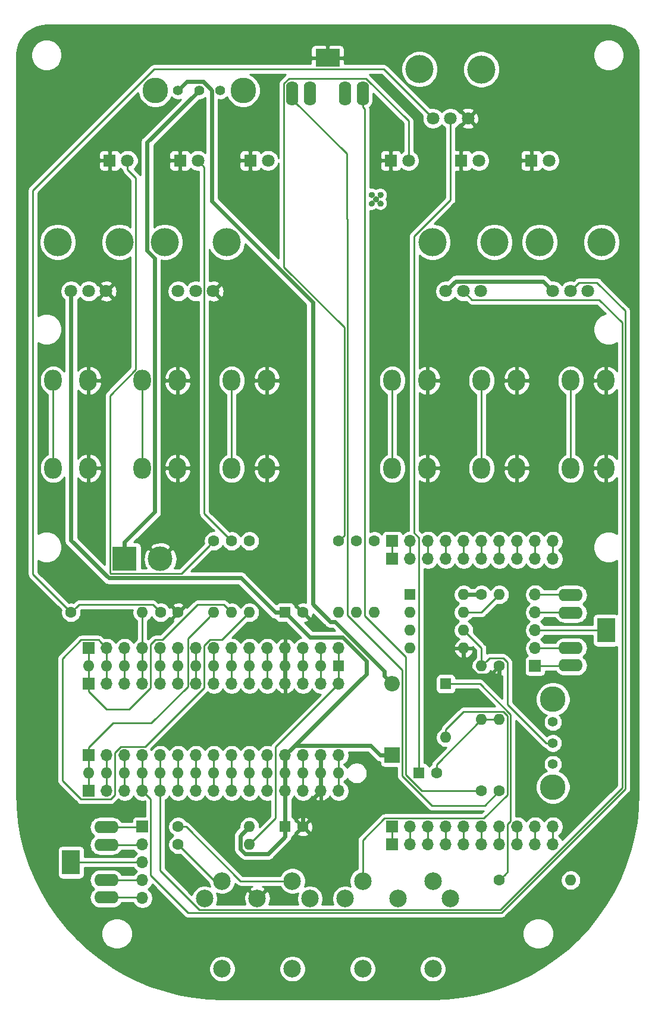
<source format=gbr>
G04 #@! TF.GenerationSoftware,KiCad,Pcbnew,(5.1.5)-3*
G04 #@! TF.CreationDate,2020-11-02T14:30:39+00:00*
G04 #@! TF.ProjectId,drumkid,6472756d-6b69-4642-9e6b-696361645f70,rev?*
G04 #@! TF.SameCoordinates,Original*
G04 #@! TF.FileFunction,Copper,L1,Top*
G04 #@! TF.FilePolarity,Positive*
%FSLAX46Y46*%
G04 Gerber Fmt 4.6, Leading zero omitted, Abs format (unit mm)*
G04 Created by KiCad (PCBNEW (5.1.5)-3) date 2020-11-02 14:30:39*
%MOMM*%
%LPD*%
G04 APERTURE LIST*
%ADD10C,0.010000*%
%ADD11O,1.700000X1.700000*%
%ADD12R,1.700000X1.700000*%
%ADD13O,3.500000X1.750000*%
%ADD14R,2.500000X3.500000*%
%ADD15C,1.400000*%
%ADD16C,3.653000*%
%ADD17O,1.600000X1.600000*%
%ADD18C,1.600000*%
%ADD19R,1.600000X1.600000*%
%ADD20R,1.800000X1.800000*%
%ADD21C,1.800000*%
%ADD22O,2.500000X3.000000*%
%ADD23R,2.200000X2.200000*%
%ADD24O,2.200000X2.200000*%
%ADD25C,2.499360*%
%ADD26R,3.500000X2.500000*%
%ADD27O,1.750000X3.500000*%
%ADD28C,4.000000*%
%ADD29R,3.500120X3.500120*%
%ADD30C,3.500120*%
%ADD31C,0.800000*%
%ADD32C,0.625000*%
%ADD33C,0.250000*%
%ADD34C,0.254000*%
G04 APERTURE END LIST*
D10*
G36*
X107553381Y-54466343D02*
G01*
X107592166Y-54469766D01*
X107624510Y-54477226D01*
X107658222Y-54490160D01*
X107674741Y-54497605D01*
X107745651Y-54540460D01*
X107805572Y-54596757D01*
X107850360Y-54662020D01*
X107869735Y-54708204D01*
X107883067Y-54773445D01*
X107886616Y-54847017D01*
X107880791Y-54920822D01*
X107866004Y-54986763D01*
X107854075Y-55017002D01*
X107807131Y-55089287D01*
X107743730Y-55148428D01*
X107666372Y-55192613D01*
X107577557Y-55220031D01*
X107572419Y-55221012D01*
X107532602Y-55227959D01*
X107503667Y-55230925D01*
X107476182Y-55229936D01*
X107440715Y-55225021D01*
X107419184Y-55221459D01*
X107335434Y-55197374D01*
X107258924Y-55155987D01*
X107193847Y-55100320D01*
X107144395Y-55033395D01*
X107135915Y-55017229D01*
X107122997Y-54987309D01*
X107114926Y-54957573D01*
X107110604Y-54921327D01*
X107108929Y-54871876D01*
X107108773Y-54852043D01*
X107109194Y-54798630D01*
X107111799Y-54760377D01*
X107117791Y-54730378D01*
X107128375Y-54701727D01*
X107138900Y-54679306D01*
X107184642Y-54609435D01*
X107247317Y-54548174D01*
X107322149Y-54500066D01*
X107332762Y-54494901D01*
X107366778Y-54480423D01*
X107398155Y-54471588D01*
X107434400Y-54467079D01*
X107483025Y-54465581D01*
X107500348Y-54465521D01*
X107553381Y-54466343D01*
G37*
X107553381Y-54466343D02*
X107592166Y-54469766D01*
X107624510Y-54477226D01*
X107658222Y-54490160D01*
X107674741Y-54497605D01*
X107745651Y-54540460D01*
X107805572Y-54596757D01*
X107850360Y-54662020D01*
X107869735Y-54708204D01*
X107883067Y-54773445D01*
X107886616Y-54847017D01*
X107880791Y-54920822D01*
X107866004Y-54986763D01*
X107854075Y-55017002D01*
X107807131Y-55089287D01*
X107743730Y-55148428D01*
X107666372Y-55192613D01*
X107577557Y-55220031D01*
X107572419Y-55221012D01*
X107532602Y-55227959D01*
X107503667Y-55230925D01*
X107476182Y-55229936D01*
X107440715Y-55225021D01*
X107419184Y-55221459D01*
X107335434Y-55197374D01*
X107258924Y-55155987D01*
X107193847Y-55100320D01*
X107144395Y-55033395D01*
X107135915Y-55017229D01*
X107122997Y-54987309D01*
X107114926Y-54957573D01*
X107110604Y-54921327D01*
X107108929Y-54871876D01*
X107108773Y-54852043D01*
X107109194Y-54798630D01*
X107111799Y-54760377D01*
X107117791Y-54730378D01*
X107128375Y-54701727D01*
X107138900Y-54679306D01*
X107184642Y-54609435D01*
X107247317Y-54548174D01*
X107322149Y-54500066D01*
X107332762Y-54494901D01*
X107366778Y-54480423D01*
X107398155Y-54471588D01*
X107434400Y-54467079D01*
X107483025Y-54465581D01*
X107500348Y-54465521D01*
X107553381Y-54466343D01*
G36*
X106311188Y-54466152D02*
G01*
X106349400Y-54468908D01*
X106379643Y-54475085D01*
X106408969Y-54485982D01*
X106434511Y-54497985D01*
X106512931Y-54545768D01*
X106572181Y-54603383D01*
X106613154Y-54672294D01*
X106636744Y-54753966D01*
X106643860Y-54841000D01*
X106639340Y-54922577D01*
X106623440Y-54989785D01*
X106593985Y-55048332D01*
X106548803Y-55103926D01*
X106540477Y-55112421D01*
X106468491Y-55169302D01*
X106386207Y-55207382D01*
X106295997Y-55225948D01*
X106200232Y-55224291D01*
X106177997Y-55221030D01*
X106100120Y-55199201D01*
X106027570Y-55162802D01*
X105965078Y-55115095D01*
X105917374Y-55059343D01*
X105900716Y-55029829D01*
X105873734Y-54950373D01*
X105862406Y-54864388D01*
X105866734Y-54778289D01*
X105886717Y-54698493D01*
X105900673Y-54666631D01*
X105934777Y-54616698D01*
X105984057Y-54566600D01*
X106042383Y-54521983D01*
X106084238Y-54497577D01*
X106116058Y-54482528D01*
X106143981Y-54473072D01*
X106174903Y-54467938D01*
X106215720Y-54465851D01*
X106257957Y-54465521D01*
X106311188Y-54466152D01*
G37*
X106311188Y-54466152D02*
X106349400Y-54468908D01*
X106379643Y-54475085D01*
X106408969Y-54485982D01*
X106434511Y-54497985D01*
X106512931Y-54545768D01*
X106572181Y-54603383D01*
X106613154Y-54672294D01*
X106636744Y-54753966D01*
X106643860Y-54841000D01*
X106639340Y-54922577D01*
X106623440Y-54989785D01*
X106593985Y-55048332D01*
X106548803Y-55103926D01*
X106540477Y-55112421D01*
X106468491Y-55169302D01*
X106386207Y-55207382D01*
X106295997Y-55225948D01*
X106200232Y-55224291D01*
X106177997Y-55221030D01*
X106100120Y-55199201D01*
X106027570Y-55162802D01*
X105965078Y-55115095D01*
X105917374Y-55059343D01*
X105900716Y-55029829D01*
X105873734Y-54950373D01*
X105862406Y-54864388D01*
X105866734Y-54778289D01*
X105886717Y-54698493D01*
X105900673Y-54666631D01*
X105934777Y-54616698D01*
X105984057Y-54566600D01*
X106042383Y-54521983D01*
X106084238Y-54497577D01*
X106116058Y-54482528D01*
X106143981Y-54473072D01*
X106174903Y-54467938D01*
X106215720Y-54465851D01*
X106257957Y-54465521D01*
X106311188Y-54466152D01*
G36*
X106970269Y-55091204D02*
G01*
X106999273Y-55099018D01*
X107087390Y-55136132D01*
X107158459Y-55187157D01*
X107212076Y-55251485D01*
X107247839Y-55328504D01*
X107265342Y-55417608D01*
X107265685Y-55500696D01*
X107249101Y-55588643D01*
X107213786Y-55668042D01*
X107161796Y-55736130D01*
X107095188Y-55790145D01*
X107024799Y-55824315D01*
X106969011Y-55838138D01*
X106902407Y-55845687D01*
X106835541Y-55846272D01*
X106783073Y-55840111D01*
X106698354Y-55812182D01*
X106623714Y-55767380D01*
X106562282Y-55708275D01*
X106517185Y-55637436D01*
X106506878Y-55613146D01*
X106489750Y-55545077D01*
X106484334Y-55468729D01*
X106490309Y-55392002D01*
X106507349Y-55322795D01*
X106519989Y-55293339D01*
X106569398Y-55220396D01*
X106633621Y-55161306D01*
X106709237Y-55117457D01*
X106792830Y-55090232D01*
X106880980Y-55081019D01*
X106970269Y-55091204D01*
G37*
X106970269Y-55091204D02*
X106999273Y-55099018D01*
X107087390Y-55136132D01*
X107158459Y-55187157D01*
X107212076Y-55251485D01*
X107247839Y-55328504D01*
X107265342Y-55417608D01*
X107265685Y-55500696D01*
X107249101Y-55588643D01*
X107213786Y-55668042D01*
X107161796Y-55736130D01*
X107095188Y-55790145D01*
X107024799Y-55824315D01*
X106969011Y-55838138D01*
X106902407Y-55845687D01*
X106835541Y-55846272D01*
X106783073Y-55840111D01*
X106698354Y-55812182D01*
X106623714Y-55767380D01*
X106562282Y-55708275D01*
X106517185Y-55637436D01*
X106506878Y-55613146D01*
X106489750Y-55545077D01*
X106484334Y-55468729D01*
X106490309Y-55392002D01*
X106507349Y-55322795D01*
X106519989Y-55293339D01*
X106569398Y-55220396D01*
X106633621Y-55161306D01*
X106709237Y-55117457D01*
X106792830Y-55090232D01*
X106880980Y-55081019D01*
X106970269Y-55091204D01*
G36*
X107500348Y-55704081D02*
G01*
X107598538Y-55714141D01*
X107684840Y-55742141D01*
X107758448Y-55787703D01*
X107818551Y-55850447D01*
X107821526Y-55854497D01*
X107859479Y-55924276D01*
X107881318Y-56003166D01*
X107887462Y-56086611D01*
X107878329Y-56170058D01*
X107854335Y-56248952D01*
X107815900Y-56318739D01*
X107774671Y-56365280D01*
X107701777Y-56416761D01*
X107618369Y-56451032D01*
X107528732Y-56467276D01*
X107437152Y-56464678D01*
X107355452Y-56445147D01*
X107269425Y-56405189D01*
X107201096Y-56352067D01*
X107150701Y-56286145D01*
X107118476Y-56207782D01*
X107104657Y-56117340D01*
X107105051Y-56061455D01*
X107120119Y-55970708D01*
X107154122Y-55891317D01*
X107206995Y-55823373D01*
X107278674Y-55766969D01*
X107332479Y-55737857D01*
X107373123Y-55720114D01*
X107406903Y-55709780D01*
X107442923Y-55705022D01*
X107490286Y-55704010D01*
X107500348Y-55704081D01*
G37*
X107500348Y-55704081D02*
X107598538Y-55714141D01*
X107684840Y-55742141D01*
X107758448Y-55787703D01*
X107818551Y-55850447D01*
X107821526Y-55854497D01*
X107859479Y-55924276D01*
X107881318Y-56003166D01*
X107887462Y-56086611D01*
X107878329Y-56170058D01*
X107854335Y-56248952D01*
X107815900Y-56318739D01*
X107774671Y-56365280D01*
X107701777Y-56416761D01*
X107618369Y-56451032D01*
X107528732Y-56467276D01*
X107437152Y-56464678D01*
X107355452Y-56445147D01*
X107269425Y-56405189D01*
X107201096Y-56352067D01*
X107150701Y-56286145D01*
X107118476Y-56207782D01*
X107104657Y-56117340D01*
X107105051Y-56061455D01*
X107120119Y-55970708D01*
X107154122Y-55891317D01*
X107206995Y-55823373D01*
X107278674Y-55766969D01*
X107332479Y-55737857D01*
X107373123Y-55720114D01*
X107406903Y-55709780D01*
X107442923Y-55705022D01*
X107490286Y-55704010D01*
X107500348Y-55704081D01*
G36*
X106364518Y-55714478D02*
G01*
X106447938Y-55746439D01*
X106524510Y-55797297D01*
X106549578Y-55820039D01*
X106597665Y-55881186D01*
X106628415Y-55953804D01*
X106642439Y-56039537D01*
X106643507Y-56072347D01*
X106642058Y-56122365D01*
X106637908Y-56169831D01*
X106631886Y-56205890D01*
X106630503Y-56211044D01*
X106597309Y-56285580D01*
X106546988Y-56349628D01*
X106482627Y-56401604D01*
X106407312Y-56439918D01*
X106324132Y-56462985D01*
X106236172Y-56469218D01*
X106150238Y-56457923D01*
X106074971Y-56430698D01*
X106005435Y-56387721D01*
X105946091Y-56332846D01*
X105901400Y-56269928D01*
X105882275Y-56226400D01*
X105867060Y-56156416D01*
X105862922Y-56078014D01*
X105869886Y-56001337D01*
X105881585Y-55953502D01*
X105908691Y-55897334D01*
X105951621Y-55839971D01*
X105955853Y-55835274D01*
X106025876Y-55773973D01*
X106104930Y-55731162D01*
X106189838Y-55706921D01*
X106277426Y-55701333D01*
X106364518Y-55714478D01*
G37*
X106364518Y-55714478D02*
X106447938Y-55746439D01*
X106524510Y-55797297D01*
X106549578Y-55820039D01*
X106597665Y-55881186D01*
X106628415Y-55953804D01*
X106642439Y-56039537D01*
X106643507Y-56072347D01*
X106642058Y-56122365D01*
X106637908Y-56169831D01*
X106631886Y-56205890D01*
X106630503Y-56211044D01*
X106597309Y-56285580D01*
X106546988Y-56349628D01*
X106482627Y-56401604D01*
X106407312Y-56439918D01*
X106324132Y-56462985D01*
X106236172Y-56469218D01*
X106150238Y-56457923D01*
X106074971Y-56430698D01*
X106005435Y-56387721D01*
X105946091Y-56332846D01*
X105901400Y-56269928D01*
X105882275Y-56226400D01*
X105867060Y-56156416D01*
X105862922Y-56078014D01*
X105869886Y-56001337D01*
X105881585Y-55953502D01*
X105908691Y-55897334D01*
X105951621Y-55839971D01*
X105955853Y-55835274D01*
X106025876Y-55773973D01*
X106104930Y-55731162D01*
X106189838Y-55706921D01*
X106277426Y-55701333D01*
X106364518Y-55714478D01*
D11*
X101600000Y-124460000D03*
X99060000Y-124460000D03*
X96520000Y-124460000D03*
X93980000Y-124460000D03*
X91440000Y-124460000D03*
X88900000Y-124460000D03*
X86360000Y-124460000D03*
X83820000Y-124460000D03*
X81280000Y-124460000D03*
X78740000Y-124460000D03*
X76200000Y-124460000D03*
X73660000Y-124460000D03*
X71120000Y-124460000D03*
X68580000Y-124460000D03*
D12*
X66040000Y-124460000D03*
D11*
X101600000Y-134620000D03*
X99060000Y-134620000D03*
X96520000Y-134620000D03*
X93980000Y-134620000D03*
X91440000Y-134620000D03*
X88900000Y-134620000D03*
X86360000Y-134620000D03*
X83820000Y-134620000D03*
X81280000Y-134620000D03*
X78740000Y-134620000D03*
X76200000Y-134620000D03*
X73660000Y-134620000D03*
X71120000Y-134620000D03*
X68580000Y-134620000D03*
D12*
X66040000Y-134620000D03*
D11*
X132080000Y-106680000D03*
X129540000Y-106680000D03*
X127000000Y-106680000D03*
X124460000Y-106680000D03*
X121920000Y-106680000D03*
X119380000Y-106680000D03*
X116840000Y-106680000D03*
X114300000Y-106680000D03*
X111760000Y-106680000D03*
D12*
X109220000Y-106680000D03*
D11*
X132080000Y-144780000D03*
X129540000Y-144780000D03*
X127000000Y-144780000D03*
X124460000Y-144780000D03*
X121920000Y-144780000D03*
X119380000Y-144780000D03*
X116840000Y-144780000D03*
X114300000Y-144780000D03*
X111760000Y-144780000D03*
D12*
X109220000Y-144780000D03*
D13*
X68506000Y-144860000D03*
X68506000Y-154860000D03*
X68506000Y-147360000D03*
X68506000Y-152360000D03*
D14*
X63500000Y-149860000D03*
D11*
X73660000Y-154940000D03*
X73660000Y-152400000D03*
X73660000Y-149860000D03*
X73660000Y-147320000D03*
D12*
X73660000Y-144780000D03*
D13*
X134620000Y-121840000D03*
X134620000Y-111840000D03*
X134620000Y-119340000D03*
X134620000Y-114340000D03*
D14*
X139626000Y-116840000D03*
D11*
X129540000Y-111760000D03*
X129540000Y-114300000D03*
X129540000Y-116840000D03*
X129540000Y-119380000D03*
D12*
X129540000Y-121920000D03*
D15*
X132080000Y-135890000D03*
X132080000Y-132890000D03*
X132080000Y-129890000D03*
D16*
X132080000Y-139140000D03*
X132080000Y-126640000D03*
D17*
X124460000Y-129540000D03*
D18*
X124460000Y-139700000D03*
D17*
X121920000Y-129540000D03*
D18*
X121920000Y-139700000D03*
D19*
X113030000Y-137160000D03*
D18*
X115530000Y-137160000D03*
D17*
X121920000Y-121920000D03*
D18*
X121920000Y-111760000D03*
D20*
X129000000Y-50000000D03*
D21*
X131540000Y-50000000D03*
D20*
X69000000Y-50000000D03*
D21*
X71540000Y-50000000D03*
D18*
X124460000Y-121920000D03*
D17*
X124460000Y-111760000D03*
D22*
X121920000Y-93780000D03*
X126920000Y-93780000D03*
X121920000Y-81280000D03*
X126920000Y-81280000D03*
X60960000Y-93780000D03*
X65960000Y-93780000D03*
X60960000Y-81280000D03*
X65960000Y-81280000D03*
D20*
X119000000Y-50000000D03*
D21*
X121540000Y-50000000D03*
D11*
X101600000Y-139700000D03*
X99060000Y-139700000D03*
X96520000Y-139700000D03*
X93980000Y-139700000D03*
X91440000Y-139700000D03*
X88900000Y-139700000D03*
X86360000Y-139700000D03*
X83820000Y-139700000D03*
X81280000Y-139700000D03*
X78740000Y-139700000D03*
X76200000Y-139700000D03*
X73660000Y-139700000D03*
X71120000Y-139700000D03*
X68580000Y-139700000D03*
D12*
X66040000Y-139700000D03*
D21*
X91540000Y-50000000D03*
D20*
X89000000Y-50000000D03*
D21*
X111540000Y-50000000D03*
D20*
X109000000Y-50000000D03*
D17*
X83820000Y-114300000D03*
D18*
X83820000Y-104140000D03*
D19*
X101600000Y-121920000D03*
D17*
X68580000Y-137160000D03*
X99060000Y-121920000D03*
X71120000Y-137160000D03*
X96520000Y-121920000D03*
X73660000Y-137160000D03*
X93980000Y-121920000D03*
X76200000Y-137160000D03*
X91440000Y-121920000D03*
X78740000Y-137160000D03*
X88900000Y-121920000D03*
X81280000Y-137160000D03*
X86360000Y-121920000D03*
X83820000Y-137160000D03*
X83820000Y-121920000D03*
X86360000Y-137160000D03*
X81280000Y-121920000D03*
X88900000Y-137160000D03*
X78740000Y-121920000D03*
X91440000Y-137160000D03*
X76200000Y-121920000D03*
X93980000Y-137160000D03*
X73660000Y-121920000D03*
X96520000Y-137160000D03*
X71120000Y-121920000D03*
X99060000Y-137160000D03*
X68580000Y-121920000D03*
X101600000Y-137160000D03*
X66040000Y-121920000D03*
X66040000Y-137160000D03*
D18*
X106680000Y-104140000D03*
D17*
X106680000Y-114300000D03*
D18*
X124460000Y-152400000D03*
D17*
X134620000Y-152400000D03*
D21*
X81540000Y-50000000D03*
D20*
X79000000Y-50000000D03*
D18*
X78740000Y-147320000D03*
D17*
X88900000Y-147320000D03*
D23*
X109220000Y-134620000D03*
D24*
X109220000Y-124460000D03*
D22*
X134620000Y-93780000D03*
X139620000Y-93780000D03*
X134620000Y-81280000D03*
X139620000Y-81280000D03*
X114220000Y-81280000D03*
X109220000Y-81280000D03*
X114220000Y-93780000D03*
X109220000Y-93780000D03*
X78660000Y-81280000D03*
X73660000Y-81280000D03*
X78660000Y-93780000D03*
X73660000Y-93780000D03*
X91360000Y-81280000D03*
X86360000Y-81280000D03*
X91360000Y-93780000D03*
X86360000Y-93780000D03*
D17*
X88900000Y-144780000D03*
D18*
X78740000Y-144780000D03*
D19*
X116840000Y-124460000D03*
D17*
X116840000Y-132080000D03*
D25*
X105000000Y-165000000D03*
X115002520Y-165000000D03*
X105005080Y-152503200D03*
X117499340Y-155005100D03*
X110001260Y-155002560D03*
X114997440Y-152503200D03*
X102503180Y-155005100D03*
D17*
X86360000Y-114300000D03*
D18*
X86360000Y-104140000D03*
X101600000Y-104140000D03*
D17*
X101600000Y-114300000D03*
D12*
X66040000Y-119380000D03*
D11*
X68580000Y-119380000D03*
X71120000Y-119380000D03*
X73660000Y-119380000D03*
X76200000Y-119380000D03*
X78740000Y-119380000D03*
X81280000Y-119380000D03*
X83820000Y-119380000D03*
X86360000Y-119380000D03*
X88900000Y-119380000D03*
X91440000Y-119380000D03*
X93980000Y-119380000D03*
X96520000Y-119380000D03*
X99060000Y-119380000D03*
X101600000Y-119380000D03*
D16*
X87990000Y-40000000D03*
X75490000Y-40000000D03*
D15*
X84740000Y-40000000D03*
X81740000Y-40000000D03*
X78740000Y-40000000D03*
D17*
X104140000Y-114300000D03*
D18*
X104140000Y-104140000D03*
X88900000Y-104140000D03*
D17*
X88900000Y-114300000D03*
D25*
X82500660Y-155005100D03*
X94994920Y-152503200D03*
X89998740Y-155002560D03*
X97496820Y-155005100D03*
X85002560Y-152503200D03*
X95000000Y-165000000D03*
X84997480Y-165000000D03*
D26*
X100000000Y-35404000D03*
D27*
X102500000Y-40410000D03*
X97500000Y-40410000D03*
X105000000Y-40410000D03*
X95000000Y-40410000D03*
D21*
X121840000Y-68580000D03*
X119340000Y-68580000D03*
X116840000Y-68580000D03*
D28*
X123740000Y-61595000D03*
X114940000Y-61580000D03*
D21*
X137080000Y-68580000D03*
X134580000Y-68580000D03*
X132080000Y-68580000D03*
D28*
X138980000Y-61595000D03*
X130180000Y-61580000D03*
D21*
X83740000Y-68580000D03*
X81240000Y-68580000D03*
X78740000Y-68580000D03*
D28*
X85640000Y-61595000D03*
X76840000Y-61580000D03*
D21*
X120000000Y-44000000D03*
X117500000Y-44000000D03*
X115000000Y-44000000D03*
D28*
X121900000Y-37015000D03*
X113100000Y-37000000D03*
D19*
X111760000Y-111760000D03*
D17*
X119380000Y-119380000D03*
X111760000Y-114300000D03*
X119380000Y-116840000D03*
X111760000Y-116840000D03*
X119380000Y-114300000D03*
X111760000Y-119380000D03*
X119380000Y-111760000D03*
D21*
X68500000Y-68580000D03*
X66000000Y-68580000D03*
X63500000Y-68580000D03*
D28*
X70400000Y-61595000D03*
X61600000Y-61580000D03*
D29*
X71120000Y-106680000D03*
D30*
X76200000Y-106680000D03*
D18*
X96480000Y-144780000D03*
D19*
X93980000Y-144780000D03*
D18*
X96480000Y-114300000D03*
D19*
X93980000Y-114300000D03*
D18*
X63500000Y-114300000D03*
D17*
X73660000Y-114300000D03*
D11*
X132080000Y-104140000D03*
X129540000Y-104140000D03*
X127000000Y-104140000D03*
X124460000Y-104140000D03*
X121920000Y-104140000D03*
X119380000Y-104140000D03*
X116840000Y-104140000D03*
X114300000Y-104140000D03*
X111760000Y-104140000D03*
D12*
X109220000Y-104140000D03*
D11*
X132080000Y-147320000D03*
X129540000Y-147320000D03*
X127000000Y-147320000D03*
X124460000Y-147320000D03*
X121920000Y-147320000D03*
X119380000Y-147320000D03*
X116840000Y-147320000D03*
X114300000Y-147320000D03*
X111760000Y-147320000D03*
D12*
X109220000Y-147320000D03*
D18*
X78740000Y-114300000D03*
X76240000Y-114300000D03*
D31*
X91440000Y-129540000D03*
X81280000Y-129540000D03*
X124460000Y-116840000D03*
X93980000Y-106680000D03*
X60960000Y-116840000D03*
X101600000Y-149860000D03*
X91440000Y-160020000D03*
X109220000Y-160020000D03*
X63500000Y-144780000D03*
X134620000Y-109220000D03*
X66040000Y-109220000D03*
X58420000Y-129540000D03*
X139700000Y-147320000D03*
D32*
X93980000Y-124460000D02*
X93980000Y-119380000D01*
X99060000Y-139700000D02*
X99060000Y-134620000D01*
X96480000Y-142280000D02*
X99060000Y-139700000D01*
X96480000Y-144780000D02*
X96480000Y-142280000D01*
X119380000Y-120511370D02*
X119380000Y-119380000D01*
X119380000Y-121322502D02*
X119380000Y-120511370D01*
X121289999Y-123232501D02*
X119380000Y-121322502D01*
X124278869Y-123232501D02*
X121289999Y-123232501D01*
X124460000Y-123051370D02*
X124278869Y-123232501D01*
X124460000Y-121920000D02*
X124460000Y-123051370D01*
D33*
X81280000Y-139700000D02*
X81280000Y-134620000D01*
X76200000Y-138497919D02*
X76200000Y-134620000D01*
X76200000Y-139700000D02*
X76200000Y-138497919D01*
X76200000Y-140902081D02*
X76200000Y-139700000D01*
X76200000Y-151034969D02*
X76200000Y-140902081D01*
X124559221Y-156579781D02*
X81744812Y-156579781D01*
X141925001Y-139214001D02*
X124559221Y-156579781D01*
X141925001Y-73075999D02*
X141925001Y-139214001D01*
X138654003Y-69805001D02*
X141925001Y-73075999D01*
X81744812Y-156579781D02*
X76200000Y-151034969D01*
X120565001Y-69805001D02*
X138654003Y-69805001D01*
X119340000Y-68580000D02*
X120565001Y-69805001D01*
X78740000Y-138497919D02*
X78740000Y-134620000D01*
X78740000Y-139700000D02*
X78740000Y-138497919D01*
X121920000Y-119380000D02*
X121920000Y-121920000D01*
X119380000Y-116840000D02*
X121920000Y-119380000D01*
X122719999Y-121120001D02*
X121920000Y-121920000D01*
X123045001Y-120794999D02*
X122719999Y-121120001D01*
X125585001Y-127384950D02*
X125585001Y-121379999D01*
X125585001Y-121379999D02*
X125000001Y-120794999D01*
X131090051Y-132890000D02*
X125585001Y-127384950D01*
X125000001Y-120794999D02*
X123045001Y-120794999D01*
X132080000Y-132890000D02*
X131090051Y-132890000D01*
X73660000Y-138497919D02*
X73660000Y-134620000D01*
X73660000Y-139700000D02*
X73660000Y-138497919D01*
X74835001Y-151733501D02*
X74835001Y-140875001D01*
X80131291Y-157029791D02*
X74835001Y-151733501D01*
X124745621Y-157029791D02*
X80131291Y-157029791D01*
X74835001Y-140875001D02*
X74509999Y-140549999D01*
X142375010Y-139400402D02*
X124745621Y-157029791D01*
X138347999Y-67354999D02*
X142375011Y-71382011D01*
X74509999Y-140549999D02*
X73660000Y-139700000D01*
X142375011Y-71382011D02*
X142375010Y-139400402D01*
X135805001Y-67354999D02*
X138347999Y-67354999D01*
X134580000Y-68580000D02*
X135805001Y-67354999D01*
D32*
X74327499Y-47412501D02*
X81040001Y-40699999D01*
X74327499Y-62786001D02*
X74327499Y-47412501D01*
X75422510Y-63881012D02*
X74327499Y-62786001D01*
X75422510Y-100002430D02*
X75422510Y-63881012D01*
X81040001Y-40699999D02*
X81740000Y-40000000D01*
X71120000Y-104304940D02*
X75422510Y-100002430D01*
X71120000Y-106680000D02*
X71120000Y-104304940D01*
D33*
X82465001Y-100245001D02*
X85560001Y-103340001D01*
X82465001Y-50925001D02*
X82465001Y-100245001D01*
X85560001Y-103340001D02*
X86360000Y-104140000D01*
X81540000Y-50000000D02*
X82465001Y-50925001D01*
X83820000Y-123257919D02*
X83820000Y-119380000D01*
X83820000Y-124460000D02*
X83820000Y-123257919D01*
X121920000Y-93780000D02*
X121920000Y-81280000D01*
X83020001Y-104939999D02*
X83820000Y-104140000D01*
X79204939Y-108755061D02*
X83020001Y-104939999D01*
X69044939Y-108690061D02*
X69109939Y-108755061D01*
X69109939Y-108755061D02*
X79204939Y-108755061D01*
X69044939Y-83417661D02*
X69044939Y-108690061D01*
X71540000Y-51272792D02*
X72725001Y-52457793D01*
X72725001Y-79737599D02*
X69044939Y-83417661D01*
X72725001Y-52457793D02*
X72725001Y-79737599D01*
X71540000Y-50000000D02*
X71540000Y-51272792D01*
X81280000Y-124460000D02*
X81280000Y-119380000D01*
X109220000Y-93780000D02*
X109220000Y-81280000D01*
X73660000Y-118177919D02*
X73660000Y-114300000D01*
X73660000Y-119380000D02*
X73660000Y-118177919D01*
X73660000Y-123257919D02*
X73660000Y-119380000D01*
X73660000Y-124460000D02*
X73660000Y-123257919D01*
X91440000Y-124460000D02*
X91440000Y-119380000D01*
X93799990Y-65134914D02*
X102399999Y-73734923D01*
X93799990Y-39037940D02*
X93799990Y-65134914D01*
X102399999Y-73734923D02*
X102399999Y-103340001D01*
X94502940Y-38334990D02*
X93799990Y-39037940D01*
X105497060Y-38334990D02*
X94502940Y-38334990D01*
X111540000Y-44377930D02*
X105497060Y-38334990D01*
X102399999Y-103340001D02*
X101600000Y-104140000D01*
X111540000Y-50000000D02*
X111540000Y-44377930D01*
X88900000Y-123257919D02*
X88900000Y-119380000D01*
X88900000Y-124460000D02*
X88900000Y-123257919D01*
X86360000Y-124460000D02*
X86360000Y-119380000D01*
X134620000Y-92030000D02*
X134620000Y-81280000D01*
X134620000Y-93780000D02*
X134620000Y-92030000D01*
X99060000Y-123257919D02*
X99060000Y-119380000D01*
X99060000Y-124460000D02*
X99060000Y-123257919D01*
X71120000Y-123257919D02*
X71120000Y-119380000D01*
X71120000Y-124460000D02*
X71120000Y-123257919D01*
X60960000Y-93780000D02*
X60960000Y-81280000D01*
X101600000Y-124460000D02*
X101600000Y-119380000D01*
X100750001Y-125309999D02*
X101600000Y-124460000D01*
X92615001Y-133444999D02*
X100750001Y-125309999D01*
X92615001Y-143604999D02*
X92615001Y-133444999D01*
X88900000Y-147320000D02*
X92615001Y-143604999D01*
X68580000Y-123257919D02*
X68580000Y-119380000D01*
X68580000Y-124460000D02*
X68580000Y-123257919D01*
X67730001Y-118530001D02*
X68580000Y-119380000D01*
X67404999Y-118204999D02*
X67730001Y-118530001D01*
X62284999Y-120849999D02*
X64929999Y-118204999D01*
X62284999Y-138230001D02*
X62284999Y-120849999D01*
X64929999Y-118204999D02*
X67404999Y-118204999D01*
X64929999Y-140875001D02*
X62284999Y-138230001D01*
X69755001Y-140264001D02*
X69144001Y-140875001D01*
X69755001Y-134245997D02*
X69755001Y-140264001D01*
X70555999Y-133444999D02*
X69755001Y-134245997D01*
X74034003Y-133444999D02*
X70555999Y-133444999D01*
X82455001Y-125024001D02*
X74034003Y-133444999D01*
X69144001Y-140875001D02*
X64929999Y-140875001D01*
X82455001Y-119005997D02*
X82455001Y-125024001D01*
X83255999Y-118204999D02*
X82455001Y-119005997D01*
X84995001Y-118204999D02*
X83255999Y-118204999D01*
X88900000Y-114300000D02*
X84995001Y-118204999D01*
X66040000Y-124460000D02*
X66040000Y-119380000D01*
X74835001Y-125024001D02*
X71779502Y-128079500D01*
X74835001Y-118815999D02*
X74835001Y-125024001D01*
X85234999Y-113174999D02*
X81530003Y-113174999D01*
X86360000Y-114300000D02*
X85234999Y-113174999D01*
X81530003Y-113174999D02*
X76500003Y-118204999D01*
X75446001Y-118204999D02*
X74835001Y-118815999D01*
X76500003Y-118204999D02*
X75446001Y-118204999D01*
X66040000Y-125560000D02*
X66040000Y-124460000D01*
X68559500Y-128079500D02*
X66040000Y-125560000D01*
X71779502Y-128079500D02*
X68559500Y-128079500D01*
X66040000Y-139700000D02*
X66040000Y-134620000D01*
X66040000Y-133520000D02*
X69512000Y-130048000D01*
X66040000Y-134620000D02*
X66040000Y-133520000D01*
X80104999Y-118015001D02*
X83020001Y-115099999D01*
X83020001Y-115099999D02*
X83820000Y-114300000D01*
X80104999Y-124834003D02*
X80104999Y-118015001D01*
X74891002Y-130048000D02*
X80104999Y-124834003D01*
X69512000Y-130048000D02*
X74891002Y-130048000D01*
X78740000Y-123257919D02*
X78740000Y-119380000D01*
X78740000Y-124460000D02*
X78740000Y-123257919D01*
X86360000Y-92030000D02*
X86360000Y-81280000D01*
X86360000Y-93780000D02*
X86360000Y-92030000D01*
X83820000Y-138497919D02*
X83820000Y-134620000D01*
X83820000Y-139700000D02*
X83820000Y-138497919D01*
X76200000Y-124460000D02*
X76200000Y-119380000D01*
X73660000Y-93780000D02*
X73660000Y-81280000D01*
X86360000Y-138497919D02*
X86360000Y-134620000D01*
X86360000Y-139700000D02*
X86360000Y-138497919D01*
X93227606Y-152503200D02*
X94994920Y-152503200D01*
X87594570Y-152503200D02*
X93227606Y-152503200D01*
X79871370Y-144780000D02*
X87594570Y-152503200D01*
X78740000Y-144780000D02*
X79871370Y-144780000D01*
X108109999Y-143604999D02*
X105005080Y-146709918D01*
X125585001Y-140240001D02*
X122220003Y-143604999D01*
X105005080Y-150735886D02*
X105005080Y-152503200D01*
X105005080Y-146709918D02*
X105005080Y-150735886D01*
X125000001Y-128414999D02*
X125585001Y-128999999D01*
X125585001Y-128999999D02*
X125585001Y-140240001D01*
X119373631Y-128414999D02*
X125000001Y-128414999D01*
X116840000Y-130948630D02*
X119373631Y-128414999D01*
X122220003Y-143604999D02*
X108109999Y-143604999D01*
X116840000Y-132080000D02*
X116840000Y-130948630D01*
X95000000Y-41285000D02*
X95000000Y-40410000D01*
X102725001Y-49010001D02*
X95000000Y-41285000D01*
X122364500Y-141795500D02*
X114844088Y-141795500D01*
X114844088Y-141795500D02*
X110645001Y-137596413D01*
X124460000Y-139700000D02*
X122364500Y-141795500D01*
X110645001Y-137596413D02*
X110645001Y-122470003D01*
X102725001Y-58211501D02*
X102870000Y-58356500D01*
X102725001Y-49010001D02*
X102725001Y-58211501D01*
X110645001Y-122470003D02*
X102870000Y-114681000D01*
X102870000Y-58356500D02*
X102870000Y-114681000D01*
D32*
X93980000Y-139700000D02*
X93980000Y-134620000D01*
X93980000Y-144780000D02*
X93980000Y-139700000D01*
X95292501Y-115612501D02*
X93980000Y-114300000D01*
X105542501Y-123057499D02*
X105542501Y-121246799D01*
X93980000Y-134620000D02*
X105542501Y-123057499D01*
X102151702Y-117856000D02*
X97536000Y-117856000D01*
X105542501Y-121246799D02*
X102151702Y-117856000D01*
X97536000Y-117856000D02*
X95292501Y-115612501D01*
X94829999Y-133770001D02*
X93980000Y-134620000D01*
X95342501Y-133257499D02*
X94829999Y-133770001D01*
X106132499Y-133257499D02*
X95342501Y-133257499D01*
X107495000Y-134620000D02*
X106132499Y-133257499D01*
X109220000Y-134620000D02*
X107495000Y-134620000D01*
X119380000Y-111760000D02*
X121920000Y-111760000D01*
X88269999Y-148632501D02*
X91552499Y-148632501D01*
X87587499Y-147950001D02*
X88269999Y-148632501D01*
X93980000Y-146205000D02*
X93980000Y-144780000D01*
X87587499Y-146092501D02*
X87587499Y-147950001D01*
X91552499Y-148632501D02*
X93980000Y-146205000D01*
X88900000Y-144780000D02*
X87587499Y-146092501D01*
X63500000Y-104046697D02*
X63500000Y-69852792D01*
X68845874Y-109392571D02*
X63500000Y-104046697D01*
X63500000Y-69852792D02*
X63500000Y-68580000D01*
X87647571Y-109392571D02*
X68845874Y-109392571D01*
X92555000Y-114300000D02*
X87647571Y-109392571D01*
X93980000Y-114300000D02*
X92555000Y-114300000D01*
X131180001Y-67680001D02*
X132080000Y-68580000D01*
X130667499Y-67167499D02*
X131180001Y-67680001D01*
X118252501Y-67167499D02*
X130667499Y-67167499D01*
X116840000Y-68580000D02*
X118252501Y-67167499D01*
D33*
X83923200Y-152503200D02*
X85002560Y-152503200D01*
X78740000Y-147320000D02*
X83923200Y-152503200D01*
X121920000Y-114300000D02*
X124460000Y-111760000D01*
X119380000Y-114300000D02*
X121920000Y-114300000D01*
X125259999Y-151600001D02*
X124460000Y-152400000D01*
X125635001Y-151224999D02*
X125259999Y-151600001D01*
X116840000Y-124460000D02*
X121681412Y-124460000D01*
X126035011Y-144005987D02*
X125635001Y-144405997D01*
X121681412Y-124460000D02*
X126035011Y-128813599D01*
X125635001Y-144405997D02*
X125635001Y-151224999D01*
X126035011Y-128813599D02*
X126035011Y-144005987D01*
X68580000Y-139700000D02*
X68580000Y-134620000D01*
X71120000Y-139700000D02*
X71120000Y-134620000D01*
X96520000Y-123257919D02*
X96520000Y-119380000D01*
X96520000Y-124460000D02*
X96520000Y-123257919D01*
X96520000Y-139700000D02*
X96520000Y-134620000D01*
X88900000Y-139700000D02*
X88900000Y-134620000D01*
X91440000Y-139700000D02*
X91440000Y-134620000D01*
X101600000Y-138497919D02*
X101600000Y-134620000D01*
X101600000Y-139700000D02*
X101600000Y-138497919D01*
D32*
X97887499Y-70123997D02*
X97887499Y-113127499D01*
X83527499Y-55763997D02*
X97887499Y-70123997D01*
X108120001Y-123360001D02*
X109220000Y-124460000D01*
X83527499Y-39992997D02*
X83527499Y-55763997D01*
X82322001Y-38787499D02*
X83527499Y-39992997D01*
X79952501Y-38787499D02*
X82322001Y-38787499D01*
X78740000Y-40000000D02*
X79952501Y-38787499D01*
X101074943Y-115612501D02*
X108120001Y-122657559D01*
X100372501Y-115612501D02*
X101074943Y-115612501D01*
X108120001Y-122657559D02*
X108120001Y-123360001D01*
X97887499Y-113127499D02*
X100372501Y-115612501D01*
D33*
X115530000Y-135930000D02*
X121920000Y-129540000D01*
X115530000Y-137160000D02*
X115530000Y-135930000D01*
X121920000Y-129540000D02*
X124460000Y-129540000D01*
X113030000Y-136110000D02*
X113030000Y-137160000D01*
X113030000Y-103670998D02*
X113030000Y-136110000D01*
X112324001Y-102964999D02*
X113030000Y-103670998D01*
X112324001Y-60754997D02*
X112324001Y-102964999D01*
X117500000Y-55578998D02*
X112324001Y-60754997D01*
X117500000Y-44000000D02*
X117500000Y-55578998D01*
X105265001Y-42675001D02*
X105000000Y-42410000D01*
X111095011Y-120620011D02*
X105265001Y-114790001D01*
X111095011Y-137410013D02*
X111095011Y-120620011D01*
X105000000Y-42410000D02*
X105000000Y-40410000D01*
X105265001Y-114790001D02*
X105265001Y-42675001D01*
X113384998Y-139700000D02*
X111095011Y-137410013D01*
X121920000Y-139700000D02*
X113384998Y-139700000D01*
X62700001Y-113500001D02*
X63500000Y-114300000D01*
X58074999Y-108874999D02*
X62700001Y-113500001D01*
X58074999Y-54230779D02*
X58074999Y-108874999D01*
X75326777Y-36979001D02*
X58074999Y-54230779D01*
X107979001Y-36979001D02*
X75326777Y-36979001D01*
X115000000Y-44000000D02*
X107979001Y-36979001D01*
X64299999Y-113500001D02*
X63500000Y-114300000D01*
X64625001Y-113174999D02*
X64299999Y-113500001D01*
X75114999Y-113174999D02*
X64625001Y-113174999D01*
X76240000Y-114300000D02*
X75114999Y-113174999D01*
X132080000Y-146117919D02*
X132080000Y-144780000D01*
X132080000Y-147320000D02*
X132080000Y-146117919D01*
X129540000Y-146117919D02*
X129540000Y-144780000D01*
X129540000Y-147320000D02*
X129540000Y-146117919D01*
X127000000Y-146117919D02*
X127000000Y-144780000D01*
X127000000Y-147320000D02*
X127000000Y-146117919D01*
X124460000Y-146117919D02*
X124460000Y-144780000D01*
X124460000Y-147320000D02*
X124460000Y-146117919D01*
X121920000Y-146117919D02*
X121920000Y-144780000D01*
X121920000Y-147320000D02*
X121920000Y-146117919D01*
X119380000Y-146117919D02*
X119380000Y-144780000D01*
X119380000Y-147320000D02*
X119380000Y-146117919D01*
X116840000Y-147320000D02*
X116840000Y-144780000D01*
X114300000Y-146117919D02*
X114300000Y-144780000D01*
X114300000Y-147320000D02*
X114300000Y-146117919D01*
X111760000Y-146117919D02*
X111760000Y-144780000D01*
X111760000Y-147320000D02*
X111760000Y-146117919D01*
X109220000Y-146220000D02*
X109220000Y-144780000D01*
X109220000Y-147320000D02*
X109220000Y-146220000D01*
X132080000Y-105342081D02*
X132080000Y-106680000D01*
X132080000Y-104140000D02*
X132080000Y-105342081D01*
X129540000Y-105342081D02*
X129540000Y-106680000D01*
X129540000Y-104140000D02*
X129540000Y-105342081D01*
X127000000Y-105342081D02*
X127000000Y-106680000D01*
X127000000Y-104140000D02*
X127000000Y-105342081D01*
X124460000Y-105342081D02*
X124460000Y-106680000D01*
X124460000Y-104140000D02*
X124460000Y-105342081D01*
X121920000Y-104140000D02*
X121920000Y-106680000D01*
X119380000Y-105342081D02*
X119380000Y-106680000D01*
X119380000Y-104140000D02*
X119380000Y-105342081D01*
X116840000Y-105342081D02*
X116840000Y-106680000D01*
X116840000Y-104140000D02*
X116840000Y-105342081D01*
X114300000Y-104140000D02*
X114300000Y-106680000D01*
X111760000Y-105342081D02*
X111760000Y-106680000D01*
X111760000Y-104140000D02*
X111760000Y-105342081D01*
X109220000Y-105240000D02*
X109220000Y-106680000D01*
X109220000Y-104140000D02*
X109220000Y-105240000D01*
X73580000Y-154860000D02*
X73660000Y-154940000D01*
X68506000Y-154860000D02*
X73580000Y-154860000D01*
X73620000Y-152360000D02*
X73660000Y-152400000D01*
X68506000Y-152360000D02*
X73620000Y-152360000D01*
X63500000Y-149860000D02*
X73660000Y-149860000D01*
X73620000Y-147360000D02*
X73660000Y-147320000D01*
X68506000Y-147360000D02*
X73620000Y-147360000D01*
X73580000Y-144860000D02*
X73660000Y-144780000D01*
X68506000Y-144860000D02*
X73580000Y-144860000D01*
X134540000Y-111760000D02*
X134620000Y-111840000D01*
X129540000Y-111760000D02*
X134540000Y-111760000D01*
X134580000Y-114300000D02*
X134620000Y-114340000D01*
X129540000Y-114300000D02*
X134580000Y-114300000D01*
X130742081Y-116840000D02*
X139626000Y-116840000D01*
X129540000Y-116840000D02*
X130742081Y-116840000D01*
X134580000Y-119380000D02*
X134620000Y-119340000D01*
X129540000Y-119380000D02*
X134580000Y-119380000D01*
X134540000Y-121920000D02*
X134620000Y-121840000D01*
X129540000Y-121920000D02*
X134540000Y-121920000D01*
D34*
G36*
X140754747Y-30805281D02*
G01*
X141485643Y-31005231D01*
X142169575Y-31331450D01*
X142784928Y-31773626D01*
X143312259Y-32317789D01*
X143734886Y-32946726D01*
X144039463Y-33640570D01*
X144217715Y-34383039D01*
X144265000Y-35026949D01*
X144265001Y-139986809D01*
X144189634Y-142092345D01*
X143965335Y-144173970D01*
X143592779Y-146234234D01*
X143073870Y-148262597D01*
X142411274Y-150248645D01*
X141608366Y-152182261D01*
X140669274Y-154053507D01*
X139598785Y-155852836D01*
X138402401Y-157571009D01*
X137086217Y-159199262D01*
X135656998Y-160729233D01*
X134122043Y-162153108D01*
X132489220Y-163463585D01*
X130766874Y-164653973D01*
X128963821Y-165718172D01*
X127089308Y-166650728D01*
X125152901Y-167446881D01*
X123164547Y-168102542D01*
X121134394Y-168614365D01*
X119072830Y-168979730D01*
X116989798Y-169196827D01*
X114987502Y-169265000D01*
X85013163Y-169265000D01*
X82907655Y-169189634D01*
X80826030Y-168965335D01*
X78765766Y-168592779D01*
X76737403Y-168073870D01*
X74751355Y-167411274D01*
X72817739Y-166608366D01*
X70946493Y-165669274D01*
X69509538Y-164814375D01*
X83112800Y-164814375D01*
X83112800Y-165185625D01*
X83185227Y-165549741D01*
X83327298Y-165892731D01*
X83533554Y-166201413D01*
X83796067Y-166463926D01*
X84104749Y-166670182D01*
X84447739Y-166812253D01*
X84811855Y-166884680D01*
X85183105Y-166884680D01*
X85547221Y-166812253D01*
X85890211Y-166670182D01*
X86198893Y-166463926D01*
X86461406Y-166201413D01*
X86667662Y-165892731D01*
X86809733Y-165549741D01*
X86882160Y-165185625D01*
X86882160Y-164814375D01*
X93115320Y-164814375D01*
X93115320Y-165185625D01*
X93187747Y-165549741D01*
X93329818Y-165892731D01*
X93536074Y-166201413D01*
X93798587Y-166463926D01*
X94107269Y-166670182D01*
X94450259Y-166812253D01*
X94814375Y-166884680D01*
X95185625Y-166884680D01*
X95549741Y-166812253D01*
X95892731Y-166670182D01*
X96201413Y-166463926D01*
X96463926Y-166201413D01*
X96670182Y-165892731D01*
X96812253Y-165549741D01*
X96884680Y-165185625D01*
X96884680Y-164814375D01*
X103115320Y-164814375D01*
X103115320Y-165185625D01*
X103187747Y-165549741D01*
X103329818Y-165892731D01*
X103536074Y-166201413D01*
X103798587Y-166463926D01*
X104107269Y-166670182D01*
X104450259Y-166812253D01*
X104814375Y-166884680D01*
X105185625Y-166884680D01*
X105549741Y-166812253D01*
X105892731Y-166670182D01*
X106201413Y-166463926D01*
X106463926Y-166201413D01*
X106670182Y-165892731D01*
X106812253Y-165549741D01*
X106884680Y-165185625D01*
X106884680Y-164814375D01*
X113117840Y-164814375D01*
X113117840Y-165185625D01*
X113190267Y-165549741D01*
X113332338Y-165892731D01*
X113538594Y-166201413D01*
X113801107Y-166463926D01*
X114109789Y-166670182D01*
X114452779Y-166812253D01*
X114816895Y-166884680D01*
X115188145Y-166884680D01*
X115552261Y-166812253D01*
X115895251Y-166670182D01*
X116203933Y-166463926D01*
X116466446Y-166201413D01*
X116672702Y-165892731D01*
X116814773Y-165549741D01*
X116887200Y-165185625D01*
X116887200Y-164814375D01*
X116814773Y-164450259D01*
X116672702Y-164107269D01*
X116466446Y-163798587D01*
X116203933Y-163536074D01*
X115895251Y-163329818D01*
X115552261Y-163187747D01*
X115188145Y-163115320D01*
X114816895Y-163115320D01*
X114452779Y-163187747D01*
X114109789Y-163329818D01*
X113801107Y-163536074D01*
X113538594Y-163798587D01*
X113332338Y-164107269D01*
X113190267Y-164450259D01*
X113117840Y-164814375D01*
X106884680Y-164814375D01*
X106812253Y-164450259D01*
X106670182Y-164107269D01*
X106463926Y-163798587D01*
X106201413Y-163536074D01*
X105892731Y-163329818D01*
X105549741Y-163187747D01*
X105185625Y-163115320D01*
X104814375Y-163115320D01*
X104450259Y-163187747D01*
X104107269Y-163329818D01*
X103798587Y-163536074D01*
X103536074Y-163798587D01*
X103329818Y-164107269D01*
X103187747Y-164450259D01*
X103115320Y-164814375D01*
X96884680Y-164814375D01*
X96812253Y-164450259D01*
X96670182Y-164107269D01*
X96463926Y-163798587D01*
X96201413Y-163536074D01*
X95892731Y-163329818D01*
X95549741Y-163187747D01*
X95185625Y-163115320D01*
X94814375Y-163115320D01*
X94450259Y-163187747D01*
X94107269Y-163329818D01*
X93798587Y-163536074D01*
X93536074Y-163798587D01*
X93329818Y-164107269D01*
X93187747Y-164450259D01*
X93115320Y-164814375D01*
X86882160Y-164814375D01*
X86809733Y-164450259D01*
X86667662Y-164107269D01*
X86461406Y-163798587D01*
X86198893Y-163536074D01*
X85890211Y-163329818D01*
X85547221Y-163187747D01*
X85183105Y-163115320D01*
X84811855Y-163115320D01*
X84447739Y-163187747D01*
X84104749Y-163329818D01*
X83796067Y-163536074D01*
X83533554Y-163798587D01*
X83327298Y-164107269D01*
X83185227Y-164450259D01*
X83112800Y-164814375D01*
X69509538Y-164814375D01*
X69147164Y-164598785D01*
X67428991Y-163402401D01*
X65800738Y-162086217D01*
X64270767Y-160656998D01*
X63457116Y-159779872D01*
X67765000Y-159779872D01*
X67765000Y-160220128D01*
X67850890Y-160651925D01*
X68019369Y-161058669D01*
X68263962Y-161424729D01*
X68575271Y-161736038D01*
X68941331Y-161980631D01*
X69348075Y-162149110D01*
X69779872Y-162235000D01*
X70220128Y-162235000D01*
X70651925Y-162149110D01*
X71058669Y-161980631D01*
X71424729Y-161736038D01*
X71736038Y-161424729D01*
X71980631Y-161058669D01*
X72149110Y-160651925D01*
X72235000Y-160220128D01*
X72235000Y-159779872D01*
X127765000Y-159779872D01*
X127765000Y-160220128D01*
X127850890Y-160651925D01*
X128019369Y-161058669D01*
X128263962Y-161424729D01*
X128575271Y-161736038D01*
X128941331Y-161980631D01*
X129348075Y-162149110D01*
X129779872Y-162235000D01*
X130220128Y-162235000D01*
X130651925Y-162149110D01*
X131058669Y-161980631D01*
X131424729Y-161736038D01*
X131736038Y-161424729D01*
X131980631Y-161058669D01*
X132149110Y-160651925D01*
X132235000Y-160220128D01*
X132235000Y-159779872D01*
X132149110Y-159348075D01*
X131980631Y-158941331D01*
X131736038Y-158575271D01*
X131424729Y-158263962D01*
X131058669Y-158019369D01*
X130651925Y-157850890D01*
X130220128Y-157765000D01*
X129779872Y-157765000D01*
X129348075Y-157850890D01*
X128941331Y-158019369D01*
X128575271Y-158263962D01*
X128263962Y-158575271D01*
X128019369Y-158941331D01*
X127850890Y-159348075D01*
X127765000Y-159779872D01*
X72235000Y-159779872D01*
X72149110Y-159348075D01*
X71980631Y-158941331D01*
X71736038Y-158575271D01*
X71424729Y-158263962D01*
X71058669Y-158019369D01*
X70651925Y-157850890D01*
X70220128Y-157765000D01*
X69779872Y-157765000D01*
X69348075Y-157850890D01*
X68941331Y-158019369D01*
X68575271Y-158263962D01*
X68263962Y-158575271D01*
X68019369Y-158941331D01*
X67850890Y-159348075D01*
X67765000Y-159779872D01*
X63457116Y-159779872D01*
X62846892Y-159122043D01*
X61536415Y-157489220D01*
X60346027Y-155766874D01*
X59281828Y-153963821D01*
X58349272Y-152089308D01*
X57553119Y-150152901D01*
X56897458Y-148164547D01*
X56385635Y-146134394D01*
X56020270Y-144072830D01*
X55803173Y-141989798D01*
X55735000Y-139987502D01*
X55735000Y-54230779D01*
X57311323Y-54230779D01*
X57314999Y-54268101D01*
X57315000Y-108837666D01*
X57311323Y-108874999D01*
X57325997Y-109023984D01*
X57369453Y-109167245D01*
X57440025Y-109299275D01*
X57511200Y-109386001D01*
X57534999Y-109415000D01*
X57563997Y-109438798D01*
X62101312Y-113976114D01*
X62065000Y-114158665D01*
X62065000Y-114441335D01*
X62120147Y-114718574D01*
X62228320Y-114979727D01*
X62385363Y-115214759D01*
X62585241Y-115414637D01*
X62820273Y-115571680D01*
X63081426Y-115679853D01*
X63358665Y-115735000D01*
X63641335Y-115735000D01*
X63918574Y-115679853D01*
X64179727Y-115571680D01*
X64414759Y-115414637D01*
X64614637Y-115214759D01*
X64771680Y-114979727D01*
X64879853Y-114718574D01*
X64935000Y-114441335D01*
X64935000Y-114158665D01*
X64898688Y-113976113D01*
X64939802Y-113934999D01*
X72269491Y-113934999D01*
X72225000Y-114158665D01*
X72225000Y-114441335D01*
X72280147Y-114718574D01*
X72388320Y-114979727D01*
X72545363Y-115214759D01*
X72745241Y-115414637D01*
X72900001Y-115518044D01*
X72900000Y-118101822D01*
X72713368Y-118226525D01*
X72506525Y-118433368D01*
X72390000Y-118607760D01*
X72273475Y-118433368D01*
X72066632Y-118226525D01*
X71823411Y-118064010D01*
X71553158Y-117952068D01*
X71266260Y-117895000D01*
X70973740Y-117895000D01*
X70686842Y-117952068D01*
X70416589Y-118064010D01*
X70173368Y-118226525D01*
X69966525Y-118433368D01*
X69850000Y-118607760D01*
X69733475Y-118433368D01*
X69526632Y-118226525D01*
X69283411Y-118064010D01*
X69013158Y-117952068D01*
X68726260Y-117895000D01*
X68433740Y-117895000D01*
X68213592Y-117938791D01*
X67968803Y-117694002D01*
X67945000Y-117664998D01*
X67829275Y-117570025D01*
X67697246Y-117499453D01*
X67553985Y-117455996D01*
X67442332Y-117444999D01*
X67442321Y-117444999D01*
X67404999Y-117441323D01*
X67367677Y-117444999D01*
X64967322Y-117444999D01*
X64929999Y-117441323D01*
X64892676Y-117444999D01*
X64892666Y-117444999D01*
X64781013Y-117455996D01*
X64637752Y-117499453D01*
X64505723Y-117570025D01*
X64389998Y-117664998D01*
X64366200Y-117693996D01*
X61773997Y-120286200D01*
X61744999Y-120309998D01*
X61721201Y-120338996D01*
X61721200Y-120338997D01*
X61650025Y-120425723D01*
X61579453Y-120557753D01*
X61557236Y-120630996D01*
X61536258Y-120700155D01*
X61535997Y-120701014D01*
X61521323Y-120849999D01*
X61525000Y-120887332D01*
X61524999Y-138192679D01*
X61521323Y-138230001D01*
X61524999Y-138267323D01*
X61524999Y-138267333D01*
X61535996Y-138378986D01*
X61575269Y-138508455D01*
X61579453Y-138522247D01*
X61650025Y-138654277D01*
X61675239Y-138685000D01*
X61744998Y-138770002D01*
X61774002Y-138793805D01*
X64366200Y-141386004D01*
X64389998Y-141415002D01*
X64505723Y-141509975D01*
X64637752Y-141580547D01*
X64781013Y-141624004D01*
X64892666Y-141635001D01*
X64892676Y-141635001D01*
X64929999Y-141638677D01*
X64967322Y-141635001D01*
X69106679Y-141635001D01*
X69144001Y-141638677D01*
X69181323Y-141635001D01*
X69181334Y-141635001D01*
X69292987Y-141624004D01*
X69436248Y-141580547D01*
X69568277Y-141509975D01*
X69684002Y-141415002D01*
X69707804Y-141385999D01*
X70213509Y-140880296D01*
X70416589Y-141015990D01*
X70686842Y-141127932D01*
X70973740Y-141185000D01*
X71266260Y-141185000D01*
X71553158Y-141127932D01*
X71823411Y-141015990D01*
X72066632Y-140853475D01*
X72273475Y-140646632D01*
X72390000Y-140472240D01*
X72506525Y-140646632D01*
X72713368Y-140853475D01*
X72956589Y-141015990D01*
X73226842Y-141127932D01*
X73513740Y-141185000D01*
X73806260Y-141185000D01*
X74026408Y-141141209D01*
X74075002Y-141189803D01*
X74075002Y-143291928D01*
X72810000Y-143291928D01*
X72685518Y-143304188D01*
X72565820Y-143340498D01*
X72455506Y-143399463D01*
X72358815Y-143478815D01*
X72279463Y-143575506D01*
X72220498Y-143685820D01*
X72184188Y-143805518D01*
X72171928Y-143930000D01*
X72171928Y-144100000D01*
X70686942Y-144100000D01*
X70642594Y-144017030D01*
X70453897Y-143787103D01*
X70223970Y-143598406D01*
X69961648Y-143458192D01*
X69677012Y-143371849D01*
X69455178Y-143350000D01*
X67556822Y-143350000D01*
X67334988Y-143371849D01*
X67050352Y-143458192D01*
X66788030Y-143598406D01*
X66558103Y-143787103D01*
X66369406Y-144017030D01*
X66229192Y-144279352D01*
X66142849Y-144563988D01*
X66113694Y-144860000D01*
X66142849Y-145156012D01*
X66229192Y-145440648D01*
X66369406Y-145702970D01*
X66558103Y-145932897D01*
X66773903Y-146110000D01*
X66558103Y-146287103D01*
X66369406Y-146517030D01*
X66229192Y-146779352D01*
X66142849Y-147063988D01*
X66113694Y-147360000D01*
X66142849Y-147656012D01*
X66229192Y-147940648D01*
X66369406Y-148202970D01*
X66558103Y-148432897D01*
X66788030Y-148621594D01*
X67050352Y-148761808D01*
X67334988Y-148848151D01*
X67556822Y-148870000D01*
X69455178Y-148870000D01*
X69677012Y-148848151D01*
X69961648Y-148761808D01*
X70223970Y-148621594D01*
X70453897Y-148432897D01*
X70642594Y-148202970D01*
X70686942Y-148120000D01*
X72408549Y-148120000D01*
X72506525Y-148266632D01*
X72713368Y-148473475D01*
X72887760Y-148590000D01*
X72713368Y-148706525D01*
X72506525Y-148913368D01*
X72381822Y-149100000D01*
X65388072Y-149100000D01*
X65388072Y-148110000D01*
X65375812Y-147985518D01*
X65339502Y-147865820D01*
X65280537Y-147755506D01*
X65201185Y-147658815D01*
X65104494Y-147579463D01*
X64994180Y-147520498D01*
X64874482Y-147484188D01*
X64750000Y-147471928D01*
X62250000Y-147471928D01*
X62125518Y-147484188D01*
X62005820Y-147520498D01*
X61895506Y-147579463D01*
X61798815Y-147658815D01*
X61719463Y-147755506D01*
X61660498Y-147865820D01*
X61624188Y-147985518D01*
X61611928Y-148110000D01*
X61611928Y-151610000D01*
X61624188Y-151734482D01*
X61660498Y-151854180D01*
X61719463Y-151964494D01*
X61798815Y-152061185D01*
X61895506Y-152140537D01*
X62005820Y-152199502D01*
X62125518Y-152235812D01*
X62250000Y-152248072D01*
X64750000Y-152248072D01*
X64874482Y-152235812D01*
X64994180Y-152199502D01*
X65104494Y-152140537D01*
X65201185Y-152061185D01*
X65280537Y-151964494D01*
X65339502Y-151854180D01*
X65375812Y-151734482D01*
X65388072Y-151610000D01*
X65388072Y-150620000D01*
X72381822Y-150620000D01*
X72506525Y-150806632D01*
X72713368Y-151013475D01*
X72887760Y-151130000D01*
X72713368Y-151246525D01*
X72506525Y-151453368D01*
X72408549Y-151600000D01*
X70686942Y-151600000D01*
X70642594Y-151517030D01*
X70453897Y-151287103D01*
X70223970Y-151098406D01*
X69961648Y-150958192D01*
X69677012Y-150871849D01*
X69455178Y-150850000D01*
X67556822Y-150850000D01*
X67334988Y-150871849D01*
X67050352Y-150958192D01*
X66788030Y-151098406D01*
X66558103Y-151287103D01*
X66369406Y-151517030D01*
X66229192Y-151779352D01*
X66142849Y-152063988D01*
X66113694Y-152360000D01*
X66142849Y-152656012D01*
X66229192Y-152940648D01*
X66369406Y-153202970D01*
X66558103Y-153432897D01*
X66773903Y-153610000D01*
X66558103Y-153787103D01*
X66369406Y-154017030D01*
X66229192Y-154279352D01*
X66142849Y-154563988D01*
X66113694Y-154860000D01*
X66142849Y-155156012D01*
X66229192Y-155440648D01*
X66369406Y-155702970D01*
X66558103Y-155932897D01*
X66788030Y-156121594D01*
X67050352Y-156261808D01*
X67334988Y-156348151D01*
X67556822Y-156370000D01*
X69455178Y-156370000D01*
X69677012Y-156348151D01*
X69961648Y-156261808D01*
X70223970Y-156121594D01*
X70453897Y-155932897D01*
X70642594Y-155702970D01*
X70686942Y-155620000D01*
X72334313Y-155620000D01*
X72344010Y-155643411D01*
X72506525Y-155886632D01*
X72713368Y-156093475D01*
X72956589Y-156255990D01*
X73226842Y-156367932D01*
X73513740Y-156425000D01*
X73806260Y-156425000D01*
X74093158Y-156367932D01*
X74363411Y-156255990D01*
X74606632Y-156093475D01*
X74813475Y-155886632D01*
X74975990Y-155643411D01*
X75087932Y-155373158D01*
X75145000Y-155086260D01*
X75145000Y-154793740D01*
X75087932Y-154506842D01*
X74975990Y-154236589D01*
X74813475Y-153993368D01*
X74606632Y-153786525D01*
X74432240Y-153670000D01*
X74606632Y-153553475D01*
X74813475Y-153346632D01*
X74975990Y-153103411D01*
X75021131Y-152994432D01*
X79567492Y-157540794D01*
X79591290Y-157569792D01*
X79620288Y-157593590D01*
X79707014Y-157664765D01*
X79830447Y-157730742D01*
X79839044Y-157735337D01*
X79982305Y-157778794D01*
X80093958Y-157789791D01*
X80093967Y-157789791D01*
X80131290Y-157793467D01*
X80168613Y-157789791D01*
X124708299Y-157789791D01*
X124745621Y-157793467D01*
X124782943Y-157789791D01*
X124782954Y-157789791D01*
X124894607Y-157778794D01*
X125037868Y-157735337D01*
X125169897Y-157664765D01*
X125285622Y-157569792D01*
X125309425Y-157540788D01*
X130591548Y-152258665D01*
X133185000Y-152258665D01*
X133185000Y-152541335D01*
X133240147Y-152818574D01*
X133348320Y-153079727D01*
X133505363Y-153314759D01*
X133705241Y-153514637D01*
X133940273Y-153671680D01*
X134201426Y-153779853D01*
X134478665Y-153835000D01*
X134761335Y-153835000D01*
X135038574Y-153779853D01*
X135299727Y-153671680D01*
X135534759Y-153514637D01*
X135734637Y-153314759D01*
X135891680Y-153079727D01*
X135999853Y-152818574D01*
X136055000Y-152541335D01*
X136055000Y-152258665D01*
X135999853Y-151981426D01*
X135891680Y-151720273D01*
X135734637Y-151485241D01*
X135534759Y-151285363D01*
X135299727Y-151128320D01*
X135038574Y-151020147D01*
X134761335Y-150965000D01*
X134478665Y-150965000D01*
X134201426Y-151020147D01*
X133940273Y-151128320D01*
X133705241Y-151285363D01*
X133505363Y-151485241D01*
X133348320Y-151720273D01*
X133240147Y-151981426D01*
X133185000Y-152258665D01*
X130591548Y-152258665D01*
X142886017Y-139964197D01*
X142915010Y-139940403D01*
X142938804Y-139911410D01*
X142938809Y-139911405D01*
X143009984Y-139824679D01*
X143080556Y-139692649D01*
X143124012Y-139549388D01*
X143138686Y-139400403D01*
X143135009Y-139363070D01*
X143135011Y-71419333D01*
X143138687Y-71382011D01*
X143135011Y-71344688D01*
X143135011Y-71344679D01*
X143124014Y-71233026D01*
X143080557Y-71089765D01*
X143080557Y-71089764D01*
X143009985Y-70957734D01*
X142938810Y-70871008D01*
X142938806Y-70871004D01*
X142915012Y-70842011D01*
X142886019Y-70818217D01*
X138911803Y-66844002D01*
X138888000Y-66814998D01*
X138772275Y-66720025D01*
X138640246Y-66649453D01*
X138496985Y-66605996D01*
X138385332Y-66594999D01*
X138385321Y-66594999D01*
X138347999Y-66591323D01*
X138310677Y-66594999D01*
X135842323Y-66594999D01*
X135805000Y-66591323D01*
X135767677Y-66594999D01*
X135767668Y-66594999D01*
X135656015Y-66605996D01*
X135512754Y-66649453D01*
X135380724Y-66720025D01*
X135348817Y-66746211D01*
X135265000Y-66814998D01*
X135241202Y-66843996D01*
X134988930Y-67096269D01*
X134731184Y-67045000D01*
X134428816Y-67045000D01*
X134132257Y-67103989D01*
X133852905Y-67219701D01*
X133601495Y-67387688D01*
X133387688Y-67601495D01*
X133330000Y-67687831D01*
X133272312Y-67601495D01*
X133058505Y-67387688D01*
X132807095Y-67219701D01*
X132527743Y-67103989D01*
X132231184Y-67045000D01*
X131928816Y-67045000D01*
X131892241Y-67052275D01*
X131370399Y-66530433D01*
X131340724Y-66494274D01*
X131196449Y-66375870D01*
X131031846Y-66287888D01*
X130853241Y-66233709D01*
X130714041Y-66219999D01*
X130714033Y-66219999D01*
X130667499Y-66215416D01*
X130620965Y-66219999D01*
X118299035Y-66219999D01*
X118252500Y-66215416D01*
X118205966Y-66219999D01*
X118205959Y-66219999D01*
X118085316Y-66231881D01*
X118066758Y-66233709D01*
X117888154Y-66287888D01*
X117723551Y-66375870D01*
X117579276Y-66494274D01*
X117549605Y-66530428D01*
X117027758Y-67052275D01*
X116991184Y-67045000D01*
X116688816Y-67045000D01*
X116392257Y-67103989D01*
X116112905Y-67219701D01*
X115861495Y-67387688D01*
X115647688Y-67601495D01*
X115479701Y-67852905D01*
X115363989Y-68132257D01*
X115305000Y-68428816D01*
X115305000Y-68731184D01*
X115363989Y-69027743D01*
X115479701Y-69307095D01*
X115647688Y-69558505D01*
X115861495Y-69772312D01*
X116112905Y-69940299D01*
X116392257Y-70056011D01*
X116688816Y-70115000D01*
X116991184Y-70115000D01*
X117287743Y-70056011D01*
X117567095Y-69940299D01*
X117818505Y-69772312D01*
X118032312Y-69558505D01*
X118090000Y-69472169D01*
X118147688Y-69558505D01*
X118361495Y-69772312D01*
X118612905Y-69940299D01*
X118892257Y-70056011D01*
X119188816Y-70115000D01*
X119491184Y-70115000D01*
X119748930Y-70063731D01*
X120001201Y-70316003D01*
X120025000Y-70345002D01*
X120053998Y-70368800D01*
X120140724Y-70439975D01*
X120231214Y-70488343D01*
X120272754Y-70510547D01*
X120416015Y-70554004D01*
X120527668Y-70565001D01*
X120527677Y-70565001D01*
X120565000Y-70568677D01*
X120602323Y-70565001D01*
X138339202Y-70565001D01*
X139579131Y-71804930D01*
X139348075Y-71850890D01*
X138941331Y-72019369D01*
X138575271Y-72263962D01*
X138263962Y-72575271D01*
X138019369Y-72941331D01*
X137850890Y-73348075D01*
X137765000Y-73779872D01*
X137765000Y-74220128D01*
X137850890Y-74651925D01*
X138019369Y-75058669D01*
X138263962Y-75424729D01*
X138575271Y-75736038D01*
X138941331Y-75980631D01*
X139348075Y-76149110D01*
X139779872Y-76235000D01*
X140220128Y-76235000D01*
X140651925Y-76149110D01*
X141058669Y-75980631D01*
X141165001Y-75909582D01*
X141165001Y-79950621D01*
X141090726Y-79837976D01*
X140829914Y-79573956D01*
X140522606Y-79365891D01*
X140180611Y-79221777D01*
X140039645Y-79192305D01*
X139747000Y-79308428D01*
X139747000Y-81153000D01*
X139767000Y-81153000D01*
X139767000Y-81407000D01*
X139747000Y-81407000D01*
X139747000Y-83251572D01*
X140039645Y-83367695D01*
X140180611Y-83338223D01*
X140522606Y-83194109D01*
X140829914Y-82986044D01*
X141090726Y-82722024D01*
X141165001Y-82609379D01*
X141165001Y-92450621D01*
X141090726Y-92337976D01*
X140829914Y-92073956D01*
X140522606Y-91865891D01*
X140180611Y-91721777D01*
X140039645Y-91692305D01*
X139747000Y-91808428D01*
X139747000Y-93653000D01*
X139767000Y-93653000D01*
X139767000Y-93907000D01*
X139747000Y-93907000D01*
X139747000Y-95751572D01*
X140039645Y-95867695D01*
X140180611Y-95838223D01*
X140522606Y-95694109D01*
X140829914Y-95486044D01*
X141090726Y-95222024D01*
X141165001Y-95109379D01*
X141165001Y-103090418D01*
X141058669Y-103019369D01*
X140651925Y-102850890D01*
X140220128Y-102765000D01*
X139779872Y-102765000D01*
X139348075Y-102850890D01*
X138941331Y-103019369D01*
X138575271Y-103263962D01*
X138263962Y-103575271D01*
X138019369Y-103941331D01*
X137850890Y-104348075D01*
X137765000Y-104779872D01*
X137765000Y-105220128D01*
X137850890Y-105651925D01*
X138019369Y-106058669D01*
X138263962Y-106424729D01*
X138575271Y-106736038D01*
X138941331Y-106980631D01*
X139348075Y-107149110D01*
X139779872Y-107235000D01*
X140220128Y-107235000D01*
X140651925Y-107149110D01*
X141058669Y-106980631D01*
X141165002Y-106909582D01*
X141165002Y-114524456D01*
X141120180Y-114500498D01*
X141000482Y-114464188D01*
X140876000Y-114451928D01*
X138376000Y-114451928D01*
X138251518Y-114464188D01*
X138131820Y-114500498D01*
X138021506Y-114559463D01*
X137924815Y-114638815D01*
X137845463Y-114735506D01*
X137786498Y-114845820D01*
X137750188Y-114965518D01*
X137737928Y-115090000D01*
X137737928Y-116080000D01*
X130818178Y-116080000D01*
X130693475Y-115893368D01*
X130486632Y-115686525D01*
X130312240Y-115570000D01*
X130486632Y-115453475D01*
X130693475Y-115246632D01*
X130818178Y-115060000D01*
X132417677Y-115060000D01*
X132483406Y-115182970D01*
X132672103Y-115412897D01*
X132902030Y-115601594D01*
X133164352Y-115741808D01*
X133448988Y-115828151D01*
X133670822Y-115850000D01*
X135569178Y-115850000D01*
X135791012Y-115828151D01*
X136075648Y-115741808D01*
X136337970Y-115601594D01*
X136567897Y-115412897D01*
X136756594Y-115182970D01*
X136896808Y-114920648D01*
X136983151Y-114636012D01*
X137012306Y-114340000D01*
X136983151Y-114043988D01*
X136896808Y-113759352D01*
X136756594Y-113497030D01*
X136567897Y-113267103D01*
X136352097Y-113090000D01*
X136567897Y-112912897D01*
X136756594Y-112682970D01*
X136896808Y-112420648D01*
X136983151Y-112136012D01*
X137012306Y-111840000D01*
X136983151Y-111543988D01*
X136896808Y-111259352D01*
X136756594Y-110997030D01*
X136567897Y-110767103D01*
X136337970Y-110578406D01*
X136075648Y-110438192D01*
X135791012Y-110351849D01*
X135569178Y-110330000D01*
X133670822Y-110330000D01*
X133448988Y-110351849D01*
X133164352Y-110438192D01*
X132902030Y-110578406D01*
X132672103Y-110767103D01*
X132483406Y-110997030D01*
X132481819Y-111000000D01*
X130818178Y-111000000D01*
X130693475Y-110813368D01*
X130486632Y-110606525D01*
X130243411Y-110444010D01*
X129973158Y-110332068D01*
X129686260Y-110275000D01*
X129393740Y-110275000D01*
X129106842Y-110332068D01*
X128836589Y-110444010D01*
X128593368Y-110606525D01*
X128386525Y-110813368D01*
X128224010Y-111056589D01*
X128112068Y-111326842D01*
X128055000Y-111613740D01*
X128055000Y-111906260D01*
X128112068Y-112193158D01*
X128224010Y-112463411D01*
X128386525Y-112706632D01*
X128593368Y-112913475D01*
X128767760Y-113030000D01*
X128593368Y-113146525D01*
X128386525Y-113353368D01*
X128224010Y-113596589D01*
X128112068Y-113866842D01*
X128055000Y-114153740D01*
X128055000Y-114446260D01*
X128112068Y-114733158D01*
X128224010Y-115003411D01*
X128386525Y-115246632D01*
X128593368Y-115453475D01*
X128767760Y-115570000D01*
X128593368Y-115686525D01*
X128386525Y-115893368D01*
X128224010Y-116136589D01*
X128112068Y-116406842D01*
X128055000Y-116693740D01*
X128055000Y-116986260D01*
X128112068Y-117273158D01*
X128224010Y-117543411D01*
X128386525Y-117786632D01*
X128593368Y-117993475D01*
X128767760Y-118110000D01*
X128593368Y-118226525D01*
X128386525Y-118433368D01*
X128224010Y-118676589D01*
X128112068Y-118946842D01*
X128055000Y-119233740D01*
X128055000Y-119526260D01*
X128112068Y-119813158D01*
X128224010Y-120083411D01*
X128386525Y-120326632D01*
X128518380Y-120458487D01*
X128445820Y-120480498D01*
X128335506Y-120539463D01*
X128238815Y-120618815D01*
X128159463Y-120715506D01*
X128100498Y-120825820D01*
X128064188Y-120945518D01*
X128051928Y-121070000D01*
X128051928Y-122770000D01*
X128064188Y-122894482D01*
X128100498Y-123014180D01*
X128159463Y-123124494D01*
X128238815Y-123221185D01*
X128335506Y-123300537D01*
X128445820Y-123359502D01*
X128565518Y-123395812D01*
X128690000Y-123408072D01*
X130390000Y-123408072D01*
X130514482Y-123395812D01*
X130634180Y-123359502D01*
X130744494Y-123300537D01*
X130841185Y-123221185D01*
X130920537Y-123124494D01*
X130979502Y-123014180D01*
X131015812Y-122894482D01*
X131028072Y-122770000D01*
X131028072Y-122680000D01*
X132481819Y-122680000D01*
X132483406Y-122682970D01*
X132672103Y-122912897D01*
X132902030Y-123101594D01*
X133164352Y-123241808D01*
X133448988Y-123328151D01*
X133670822Y-123350000D01*
X135569178Y-123350000D01*
X135791012Y-123328151D01*
X136075648Y-123241808D01*
X136337970Y-123101594D01*
X136567897Y-122912897D01*
X136756594Y-122682970D01*
X136896808Y-122420648D01*
X136983151Y-122136012D01*
X137012306Y-121840000D01*
X136983151Y-121543988D01*
X136896808Y-121259352D01*
X136756594Y-120997030D01*
X136567897Y-120767103D01*
X136352097Y-120590000D01*
X136567897Y-120412897D01*
X136756594Y-120182970D01*
X136896808Y-119920648D01*
X136983151Y-119636012D01*
X137012306Y-119340000D01*
X136983151Y-119043988D01*
X136896808Y-118759352D01*
X136756594Y-118497030D01*
X136567897Y-118267103D01*
X136337970Y-118078406D01*
X136075648Y-117938192D01*
X135791012Y-117851849D01*
X135569178Y-117830000D01*
X133670822Y-117830000D01*
X133448988Y-117851849D01*
X133164352Y-117938192D01*
X132902030Y-118078406D01*
X132672103Y-118267103D01*
X132483406Y-118497030D01*
X132417677Y-118620000D01*
X130818178Y-118620000D01*
X130693475Y-118433368D01*
X130486632Y-118226525D01*
X130312240Y-118110000D01*
X130486632Y-117993475D01*
X130693475Y-117786632D01*
X130818178Y-117600000D01*
X137737928Y-117600000D01*
X137737928Y-118590000D01*
X137750188Y-118714482D01*
X137786498Y-118834180D01*
X137845463Y-118944494D01*
X137924815Y-119041185D01*
X138021506Y-119120537D01*
X138131820Y-119179502D01*
X138251518Y-119215812D01*
X138376000Y-119228072D01*
X140876000Y-119228072D01*
X141000482Y-119215812D01*
X141120180Y-119179502D01*
X141165002Y-119155544D01*
X141165002Y-138899198D01*
X133411110Y-146653091D01*
X133395990Y-146616589D01*
X133233475Y-146373368D01*
X133026632Y-146166525D01*
X132852240Y-146050000D01*
X133026632Y-145933475D01*
X133233475Y-145726632D01*
X133395990Y-145483411D01*
X133507932Y-145213158D01*
X133565000Y-144926260D01*
X133565000Y-144633740D01*
X133507932Y-144346842D01*
X133395990Y-144076589D01*
X133233475Y-143833368D01*
X133026632Y-143626525D01*
X132783411Y-143464010D01*
X132513158Y-143352068D01*
X132226260Y-143295000D01*
X131933740Y-143295000D01*
X131646842Y-143352068D01*
X131376589Y-143464010D01*
X131133368Y-143626525D01*
X130926525Y-143833368D01*
X130810000Y-144007760D01*
X130693475Y-143833368D01*
X130486632Y-143626525D01*
X130243411Y-143464010D01*
X129973158Y-143352068D01*
X129686260Y-143295000D01*
X129393740Y-143295000D01*
X129106842Y-143352068D01*
X128836589Y-143464010D01*
X128593368Y-143626525D01*
X128386525Y-143833368D01*
X128270000Y-144007760D01*
X128153475Y-143833368D01*
X127946632Y-143626525D01*
X127703411Y-143464010D01*
X127433158Y-143352068D01*
X127146260Y-143295000D01*
X126853740Y-143295000D01*
X126795011Y-143306682D01*
X126795011Y-138897563D01*
X129618500Y-138897563D01*
X129618500Y-139382437D01*
X129713094Y-139857993D01*
X129898647Y-140305957D01*
X130168028Y-140709115D01*
X130510885Y-141051972D01*
X130914043Y-141321353D01*
X131362007Y-141506906D01*
X131837563Y-141601500D01*
X132322437Y-141601500D01*
X132797993Y-141506906D01*
X133245957Y-141321353D01*
X133649115Y-141051972D01*
X133991972Y-140709115D01*
X134261353Y-140305957D01*
X134446906Y-139857993D01*
X134541500Y-139382437D01*
X134541500Y-138897563D01*
X134446906Y-138422007D01*
X134261353Y-137974043D01*
X133991972Y-137570885D01*
X133649115Y-137228028D01*
X133245957Y-136958647D01*
X133000853Y-136857122D01*
X133116962Y-136741013D01*
X133263061Y-136522359D01*
X133363696Y-136279405D01*
X133415000Y-136021486D01*
X133415000Y-135758514D01*
X133363696Y-135500595D01*
X133263061Y-135257641D01*
X133116962Y-135038987D01*
X132931013Y-134853038D01*
X132712359Y-134706939D01*
X132469405Y-134606304D01*
X132211486Y-134555000D01*
X131948514Y-134555000D01*
X131690595Y-134606304D01*
X131447641Y-134706939D01*
X131228987Y-134853038D01*
X131043038Y-135038987D01*
X130896939Y-135257641D01*
X130796304Y-135500595D01*
X130745000Y-135758514D01*
X130745000Y-136021486D01*
X130796304Y-136279405D01*
X130896939Y-136522359D01*
X131043038Y-136741013D01*
X131159147Y-136857122D01*
X130914043Y-136958647D01*
X130510885Y-137228028D01*
X130168028Y-137570885D01*
X129898647Y-137974043D01*
X129713094Y-138422007D01*
X129618500Y-138897563D01*
X126795011Y-138897563D01*
X126795011Y-129669761D01*
X130526252Y-133401003D01*
X130550050Y-133430001D01*
X130665775Y-133524974D01*
X130797804Y-133595546D01*
X130941065Y-133639003D01*
X130977260Y-133642568D01*
X131043038Y-133741013D01*
X131228987Y-133926962D01*
X131447641Y-134073061D01*
X131690595Y-134173696D01*
X131948514Y-134225000D01*
X132211486Y-134225000D01*
X132469405Y-134173696D01*
X132712359Y-134073061D01*
X132931013Y-133926962D01*
X133116962Y-133741013D01*
X133263061Y-133522359D01*
X133363696Y-133279405D01*
X133415000Y-133021486D01*
X133415000Y-132758514D01*
X133363696Y-132500595D01*
X133263061Y-132257641D01*
X133116962Y-132038987D01*
X132931013Y-131853038D01*
X132712359Y-131706939D01*
X132469405Y-131606304D01*
X132211486Y-131555000D01*
X131948514Y-131555000D01*
X131690595Y-131606304D01*
X131447641Y-131706939D01*
X131228987Y-131853038D01*
X131178439Y-131903586D01*
X126345001Y-127070149D01*
X126345001Y-126397563D01*
X129618500Y-126397563D01*
X129618500Y-126882437D01*
X129713094Y-127357993D01*
X129898647Y-127805957D01*
X130168028Y-128209115D01*
X130510885Y-128551972D01*
X130914043Y-128821353D01*
X131159147Y-128922878D01*
X131043038Y-129038987D01*
X130896939Y-129257641D01*
X130796304Y-129500595D01*
X130745000Y-129758514D01*
X130745000Y-130021486D01*
X130796304Y-130279405D01*
X130896939Y-130522359D01*
X131043038Y-130741013D01*
X131228987Y-130926962D01*
X131447641Y-131073061D01*
X131690595Y-131173696D01*
X131948514Y-131225000D01*
X132211486Y-131225000D01*
X132469405Y-131173696D01*
X132712359Y-131073061D01*
X132931013Y-130926962D01*
X133116962Y-130741013D01*
X133263061Y-130522359D01*
X133363696Y-130279405D01*
X133415000Y-130021486D01*
X133415000Y-129758514D01*
X133363696Y-129500595D01*
X133263061Y-129257641D01*
X133116962Y-129038987D01*
X133000853Y-128922878D01*
X133245957Y-128821353D01*
X133649115Y-128551972D01*
X133991972Y-128209115D01*
X134261353Y-127805957D01*
X134446906Y-127357993D01*
X134541500Y-126882437D01*
X134541500Y-126397563D01*
X134446906Y-125922007D01*
X134261353Y-125474043D01*
X133991972Y-125070885D01*
X133649115Y-124728028D01*
X133245957Y-124458647D01*
X132797993Y-124273094D01*
X132322437Y-124178500D01*
X131837563Y-124178500D01*
X131362007Y-124273094D01*
X130914043Y-124458647D01*
X130510885Y-124728028D01*
X130168028Y-125070885D01*
X129898647Y-125474043D01*
X129713094Y-125922007D01*
X129618500Y-126397563D01*
X126345001Y-126397563D01*
X126345001Y-121417322D01*
X126348677Y-121379999D01*
X126345001Y-121342676D01*
X126345001Y-121342666D01*
X126334004Y-121231013D01*
X126290547Y-121087752D01*
X126276278Y-121061057D01*
X126219975Y-120955722D01*
X126148800Y-120868996D01*
X126125002Y-120839998D01*
X126096003Y-120816199D01*
X125563804Y-120284001D01*
X125540002Y-120254998D01*
X125424277Y-120160025D01*
X125292248Y-120089453D01*
X125148987Y-120045996D01*
X125037334Y-120034999D01*
X125037323Y-120034999D01*
X125000001Y-120031323D01*
X124962679Y-120034999D01*
X123082323Y-120034999D01*
X123045000Y-120031323D01*
X123007677Y-120034999D01*
X123007668Y-120034999D01*
X122896015Y-120045996D01*
X122752754Y-120089453D01*
X122680000Y-120128341D01*
X122680000Y-119417322D01*
X122683676Y-119379999D01*
X122680000Y-119342676D01*
X122680000Y-119342667D01*
X122669003Y-119231014D01*
X122625546Y-119087753D01*
X122554974Y-118955724D01*
X122517897Y-118910545D01*
X122483799Y-118868996D01*
X122483795Y-118868992D01*
X122460001Y-118839999D01*
X122431009Y-118816206D01*
X120778688Y-117163886D01*
X120815000Y-116981335D01*
X120815000Y-116698665D01*
X120759853Y-116421426D01*
X120651680Y-116160273D01*
X120494637Y-115925241D01*
X120294759Y-115725363D01*
X120062241Y-115570000D01*
X120294759Y-115414637D01*
X120494637Y-115214759D01*
X120598043Y-115060000D01*
X121882678Y-115060000D01*
X121920000Y-115063676D01*
X121957322Y-115060000D01*
X121957333Y-115060000D01*
X122068986Y-115049003D01*
X122212247Y-115005546D01*
X122344276Y-114934974D01*
X122460001Y-114840001D01*
X122483804Y-114810997D01*
X124136114Y-113158688D01*
X124318665Y-113195000D01*
X124601335Y-113195000D01*
X124878574Y-113139853D01*
X125139727Y-113031680D01*
X125374759Y-112874637D01*
X125574637Y-112674759D01*
X125731680Y-112439727D01*
X125839853Y-112178574D01*
X125895000Y-111901335D01*
X125895000Y-111618665D01*
X125839853Y-111341426D01*
X125731680Y-111080273D01*
X125574637Y-110845241D01*
X125374759Y-110645363D01*
X125139727Y-110488320D01*
X124878574Y-110380147D01*
X124601335Y-110325000D01*
X124318665Y-110325000D01*
X124041426Y-110380147D01*
X123780273Y-110488320D01*
X123545241Y-110645363D01*
X123345363Y-110845241D01*
X123190000Y-111077759D01*
X123034637Y-110845241D01*
X122834759Y-110645363D01*
X122599727Y-110488320D01*
X122338574Y-110380147D01*
X122061335Y-110325000D01*
X121778665Y-110325000D01*
X121501426Y-110380147D01*
X121240273Y-110488320D01*
X121005241Y-110645363D01*
X120838104Y-110812500D01*
X120461896Y-110812500D01*
X120294759Y-110645363D01*
X120059727Y-110488320D01*
X119798574Y-110380147D01*
X119521335Y-110325000D01*
X119238665Y-110325000D01*
X118961426Y-110380147D01*
X118700273Y-110488320D01*
X118465241Y-110645363D01*
X118265363Y-110845241D01*
X118108320Y-111080273D01*
X118000147Y-111341426D01*
X117945000Y-111618665D01*
X117945000Y-111901335D01*
X118000147Y-112178574D01*
X118108320Y-112439727D01*
X118265363Y-112674759D01*
X118465241Y-112874637D01*
X118697759Y-113030000D01*
X118465241Y-113185363D01*
X118265363Y-113385241D01*
X118108320Y-113620273D01*
X118000147Y-113881426D01*
X117945000Y-114158665D01*
X117945000Y-114441335D01*
X118000147Y-114718574D01*
X118108320Y-114979727D01*
X118265363Y-115214759D01*
X118465241Y-115414637D01*
X118697759Y-115570000D01*
X118465241Y-115725363D01*
X118265363Y-115925241D01*
X118108320Y-116160273D01*
X118000147Y-116421426D01*
X117945000Y-116698665D01*
X117945000Y-116981335D01*
X118000147Y-117258574D01*
X118108320Y-117519727D01*
X118265363Y-117754759D01*
X118465241Y-117954637D01*
X118700273Y-118111680D01*
X118710865Y-118116067D01*
X118524869Y-118227615D01*
X118316481Y-118416586D01*
X118148963Y-118642580D01*
X118028754Y-118896913D01*
X117988096Y-119030961D01*
X118110085Y-119253000D01*
X119253000Y-119253000D01*
X119253000Y-119233000D01*
X119507000Y-119233000D01*
X119507000Y-119253000D01*
X120649915Y-119253000D01*
X120674127Y-119208930D01*
X121160000Y-119694803D01*
X121160001Y-120701956D01*
X121005241Y-120805363D01*
X120805363Y-121005241D01*
X120648320Y-121240273D01*
X120540147Y-121501426D01*
X120485000Y-121778665D01*
X120485000Y-122061335D01*
X120540147Y-122338574D01*
X120648320Y-122599727D01*
X120805363Y-122834759D01*
X121005241Y-123034637D01*
X121240273Y-123191680D01*
X121501426Y-123299853D01*
X121778665Y-123355000D01*
X122061335Y-123355000D01*
X122338574Y-123299853D01*
X122599727Y-123191680D01*
X122834759Y-123034637D01*
X123034637Y-122834759D01*
X123190915Y-122600872D01*
X123223329Y-122661514D01*
X123467298Y-122733097D01*
X124280395Y-121920000D01*
X124266253Y-121905858D01*
X124445858Y-121726253D01*
X124460000Y-121740395D01*
X124474143Y-121726253D01*
X124653748Y-121905858D01*
X124639605Y-121920000D01*
X124653748Y-121934143D01*
X124474143Y-122113748D01*
X124460000Y-122099605D01*
X123646903Y-122912702D01*
X123718486Y-123156671D01*
X123973996Y-123277571D01*
X124248184Y-123346300D01*
X124530512Y-123360217D01*
X124810130Y-123318787D01*
X124825002Y-123313469D01*
X124825001Y-126528788D01*
X122245216Y-123949003D01*
X122221413Y-123919999D01*
X122105688Y-123825026D01*
X121973659Y-123754454D01*
X121830398Y-123710997D01*
X121718745Y-123700000D01*
X121718734Y-123700000D01*
X121681412Y-123696324D01*
X121644090Y-123700000D01*
X118278072Y-123700000D01*
X118278072Y-123660000D01*
X118265812Y-123535518D01*
X118229502Y-123415820D01*
X118170537Y-123305506D01*
X118091185Y-123208815D01*
X117994494Y-123129463D01*
X117884180Y-123070498D01*
X117764482Y-123034188D01*
X117640000Y-123021928D01*
X116040000Y-123021928D01*
X115915518Y-123034188D01*
X115795820Y-123070498D01*
X115685506Y-123129463D01*
X115588815Y-123208815D01*
X115509463Y-123305506D01*
X115450498Y-123415820D01*
X115414188Y-123535518D01*
X115401928Y-123660000D01*
X115401928Y-125260000D01*
X115414188Y-125384482D01*
X115450498Y-125504180D01*
X115509463Y-125614494D01*
X115588815Y-125711185D01*
X115685506Y-125790537D01*
X115795820Y-125849502D01*
X115915518Y-125885812D01*
X116040000Y-125898072D01*
X117640000Y-125898072D01*
X117764482Y-125885812D01*
X117884180Y-125849502D01*
X117994494Y-125790537D01*
X118091185Y-125711185D01*
X118170537Y-125614494D01*
X118229502Y-125504180D01*
X118265812Y-125384482D01*
X118278072Y-125260000D01*
X118278072Y-125220000D01*
X121366611Y-125220000D01*
X123801609Y-127654999D01*
X119410953Y-127654999D01*
X119373630Y-127651323D01*
X119336307Y-127654999D01*
X119336298Y-127654999D01*
X119224645Y-127665996D01*
X119081384Y-127709453D01*
X118949355Y-127780025D01*
X118833630Y-127874998D01*
X118809832Y-127903996D01*
X116328998Y-130384831D01*
X116300000Y-130408629D01*
X116276202Y-130437627D01*
X116276201Y-130437628D01*
X116205026Y-130524354D01*
X116134454Y-130656384D01*
X116108783Y-130741013D01*
X116090998Y-130799644D01*
X116089813Y-130811676D01*
X116085203Y-130858480D01*
X115925241Y-130965363D01*
X115725363Y-131165241D01*
X115568320Y-131400273D01*
X115460147Y-131661426D01*
X115405000Y-131938665D01*
X115405000Y-132221335D01*
X115460147Y-132498574D01*
X115568320Y-132759727D01*
X115725363Y-132994759D01*
X115925241Y-133194637D01*
X116160273Y-133351680D01*
X116421426Y-133459853D01*
X116698665Y-133515000D01*
X116870199Y-133515000D01*
X115018998Y-135366201D01*
X114990000Y-135389999D01*
X114966202Y-135418997D01*
X114966201Y-135418998D01*
X114895026Y-135505724D01*
X114824454Y-135637754D01*
X114800238Y-135717588D01*
X114780998Y-135781014D01*
X114777379Y-135817754D01*
X114766324Y-135930000D01*
X114767656Y-135943523D01*
X114615241Y-136045363D01*
X114448661Y-136211943D01*
X114419502Y-136115820D01*
X114360537Y-136005506D01*
X114281185Y-135908815D01*
X114184494Y-135829463D01*
X114074180Y-135770498D01*
X113954482Y-135734188D01*
X113830000Y-135721928D01*
X113790000Y-135721928D01*
X113790000Y-119729039D01*
X117988096Y-119729039D01*
X118028754Y-119863087D01*
X118148963Y-120117420D01*
X118316481Y-120343414D01*
X118524869Y-120532385D01*
X118766119Y-120677070D01*
X119030960Y-120771909D01*
X119253000Y-120650624D01*
X119253000Y-119507000D01*
X119507000Y-119507000D01*
X119507000Y-120650624D01*
X119729040Y-120771909D01*
X119993881Y-120677070D01*
X120235131Y-120532385D01*
X120443519Y-120343414D01*
X120611037Y-120117420D01*
X120731246Y-119863087D01*
X120771904Y-119729039D01*
X120649915Y-119507000D01*
X119507000Y-119507000D01*
X119253000Y-119507000D01*
X118110085Y-119507000D01*
X117988096Y-119729039D01*
X113790000Y-119729039D01*
X113790000Y-108076103D01*
X113866842Y-108107932D01*
X114153740Y-108165000D01*
X114446260Y-108165000D01*
X114733158Y-108107932D01*
X115003411Y-107995990D01*
X115246632Y-107833475D01*
X115453475Y-107626632D01*
X115570000Y-107452240D01*
X115686525Y-107626632D01*
X115893368Y-107833475D01*
X116136589Y-107995990D01*
X116406842Y-108107932D01*
X116693740Y-108165000D01*
X116986260Y-108165000D01*
X117273158Y-108107932D01*
X117543411Y-107995990D01*
X117786632Y-107833475D01*
X117993475Y-107626632D01*
X118110000Y-107452240D01*
X118226525Y-107626632D01*
X118433368Y-107833475D01*
X118676589Y-107995990D01*
X118946842Y-108107932D01*
X119233740Y-108165000D01*
X119526260Y-108165000D01*
X119813158Y-108107932D01*
X120083411Y-107995990D01*
X120326632Y-107833475D01*
X120533475Y-107626632D01*
X120650000Y-107452240D01*
X120766525Y-107626632D01*
X120973368Y-107833475D01*
X121216589Y-107995990D01*
X121486842Y-108107932D01*
X121773740Y-108165000D01*
X122066260Y-108165000D01*
X122353158Y-108107932D01*
X122623411Y-107995990D01*
X122866632Y-107833475D01*
X123073475Y-107626632D01*
X123190000Y-107452240D01*
X123306525Y-107626632D01*
X123513368Y-107833475D01*
X123756589Y-107995990D01*
X124026842Y-108107932D01*
X124313740Y-108165000D01*
X124606260Y-108165000D01*
X124893158Y-108107932D01*
X125163411Y-107995990D01*
X125406632Y-107833475D01*
X125613475Y-107626632D01*
X125730000Y-107452240D01*
X125846525Y-107626632D01*
X126053368Y-107833475D01*
X126296589Y-107995990D01*
X126566842Y-108107932D01*
X126853740Y-108165000D01*
X127146260Y-108165000D01*
X127433158Y-108107932D01*
X127703411Y-107995990D01*
X127946632Y-107833475D01*
X128153475Y-107626632D01*
X128270000Y-107452240D01*
X128386525Y-107626632D01*
X128593368Y-107833475D01*
X128836589Y-107995990D01*
X129106842Y-108107932D01*
X129393740Y-108165000D01*
X129686260Y-108165000D01*
X129973158Y-108107932D01*
X130243411Y-107995990D01*
X130486632Y-107833475D01*
X130693475Y-107626632D01*
X130810000Y-107452240D01*
X130926525Y-107626632D01*
X131133368Y-107833475D01*
X131376589Y-107995990D01*
X131646842Y-108107932D01*
X131933740Y-108165000D01*
X132226260Y-108165000D01*
X132513158Y-108107932D01*
X132783411Y-107995990D01*
X133026632Y-107833475D01*
X133233475Y-107626632D01*
X133395990Y-107383411D01*
X133507932Y-107113158D01*
X133565000Y-106826260D01*
X133565000Y-106533740D01*
X133507932Y-106246842D01*
X133395990Y-105976589D01*
X133233475Y-105733368D01*
X133026632Y-105526525D01*
X132852240Y-105410000D01*
X133026632Y-105293475D01*
X133233475Y-105086632D01*
X133395990Y-104843411D01*
X133507932Y-104573158D01*
X133565000Y-104286260D01*
X133565000Y-103993740D01*
X133507932Y-103706842D01*
X133395990Y-103436589D01*
X133233475Y-103193368D01*
X133026632Y-102986525D01*
X132783411Y-102824010D01*
X132513158Y-102712068D01*
X132226260Y-102655000D01*
X131933740Y-102655000D01*
X131646842Y-102712068D01*
X131376589Y-102824010D01*
X131133368Y-102986525D01*
X130926525Y-103193368D01*
X130810000Y-103367760D01*
X130693475Y-103193368D01*
X130486632Y-102986525D01*
X130243411Y-102824010D01*
X129973158Y-102712068D01*
X129686260Y-102655000D01*
X129393740Y-102655000D01*
X129106842Y-102712068D01*
X128836589Y-102824010D01*
X128593368Y-102986525D01*
X128386525Y-103193368D01*
X128270000Y-103367760D01*
X128153475Y-103193368D01*
X127946632Y-102986525D01*
X127703411Y-102824010D01*
X127433158Y-102712068D01*
X127146260Y-102655000D01*
X126853740Y-102655000D01*
X126566842Y-102712068D01*
X126296589Y-102824010D01*
X126053368Y-102986525D01*
X125846525Y-103193368D01*
X125730000Y-103367760D01*
X125613475Y-103193368D01*
X125406632Y-102986525D01*
X125163411Y-102824010D01*
X124893158Y-102712068D01*
X124606260Y-102655000D01*
X124313740Y-102655000D01*
X124026842Y-102712068D01*
X123756589Y-102824010D01*
X123513368Y-102986525D01*
X123306525Y-103193368D01*
X123190000Y-103367760D01*
X123073475Y-103193368D01*
X122866632Y-102986525D01*
X122623411Y-102824010D01*
X122353158Y-102712068D01*
X122066260Y-102655000D01*
X121773740Y-102655000D01*
X121486842Y-102712068D01*
X121216589Y-102824010D01*
X120973368Y-102986525D01*
X120766525Y-103193368D01*
X120650000Y-103367760D01*
X120533475Y-103193368D01*
X120326632Y-102986525D01*
X120083411Y-102824010D01*
X119813158Y-102712068D01*
X119526260Y-102655000D01*
X119233740Y-102655000D01*
X118946842Y-102712068D01*
X118676589Y-102824010D01*
X118433368Y-102986525D01*
X118226525Y-103193368D01*
X118110000Y-103367760D01*
X117993475Y-103193368D01*
X117786632Y-102986525D01*
X117543411Y-102824010D01*
X117273158Y-102712068D01*
X116986260Y-102655000D01*
X116693740Y-102655000D01*
X116406842Y-102712068D01*
X116136589Y-102824010D01*
X115893368Y-102986525D01*
X115686525Y-103193368D01*
X115570000Y-103367760D01*
X115453475Y-103193368D01*
X115246632Y-102986525D01*
X115003411Y-102824010D01*
X114733158Y-102712068D01*
X114446260Y-102655000D01*
X114153740Y-102655000D01*
X113866842Y-102712068D01*
X113596589Y-102824010D01*
X113393508Y-102959704D01*
X113084001Y-102650198D01*
X113084001Y-95536089D01*
X113317394Y-95694109D01*
X113659389Y-95838223D01*
X113800355Y-95867695D01*
X114093000Y-95751572D01*
X114093000Y-93907000D01*
X114347000Y-93907000D01*
X114347000Y-95751572D01*
X114639645Y-95867695D01*
X114780611Y-95838223D01*
X115122606Y-95694109D01*
X115429914Y-95486044D01*
X115690726Y-95222024D01*
X115895019Y-94912195D01*
X116034942Y-94568464D01*
X116105118Y-94204040D01*
X115950385Y-93907000D01*
X114347000Y-93907000D01*
X114093000Y-93907000D01*
X114073000Y-93907000D01*
X114073000Y-93653000D01*
X114093000Y-93653000D01*
X114093000Y-91808428D01*
X114347000Y-91808428D01*
X114347000Y-93653000D01*
X115950385Y-93653000D01*
X116105118Y-93355960D01*
X116034942Y-92991536D01*
X115895019Y-92647805D01*
X115690726Y-92337976D01*
X115429914Y-92073956D01*
X115122606Y-91865891D01*
X114780611Y-91721777D01*
X114639645Y-91692305D01*
X114347000Y-91808428D01*
X114093000Y-91808428D01*
X113800355Y-91692305D01*
X113659389Y-91721777D01*
X113317394Y-91865891D01*
X113084001Y-92023911D01*
X113084001Y-83036089D01*
X113317394Y-83194109D01*
X113659389Y-83338223D01*
X113800355Y-83367695D01*
X114093000Y-83251572D01*
X114093000Y-81407000D01*
X114347000Y-81407000D01*
X114347000Y-83251572D01*
X114639645Y-83367695D01*
X114780611Y-83338223D01*
X115122606Y-83194109D01*
X115429914Y-82986044D01*
X115690726Y-82722024D01*
X115895019Y-82412195D01*
X116034942Y-82068464D01*
X116105118Y-81704040D01*
X115950385Y-81407000D01*
X114347000Y-81407000D01*
X114093000Y-81407000D01*
X114073000Y-81407000D01*
X114073000Y-81153000D01*
X114093000Y-81153000D01*
X114093000Y-79308428D01*
X114347000Y-79308428D01*
X114347000Y-81153000D01*
X115950385Y-81153000D01*
X116062693Y-80937403D01*
X120035000Y-80937403D01*
X120035000Y-81622596D01*
X120062275Y-81899523D01*
X120170061Y-82254847D01*
X120345097Y-82582317D01*
X120580655Y-82869345D01*
X120867683Y-83104903D01*
X121160001Y-83261150D01*
X121160000Y-91798851D01*
X120867684Y-91955097D01*
X120580655Y-92190655D01*
X120345097Y-92477683D01*
X120170061Y-92805152D01*
X120062275Y-93160476D01*
X120035000Y-93437403D01*
X120035000Y-94122596D01*
X120062275Y-94399523D01*
X120170061Y-94754847D01*
X120345097Y-95082317D01*
X120580655Y-95369345D01*
X120867683Y-95604903D01*
X121195152Y-95779939D01*
X121550476Y-95887725D01*
X121920000Y-95924120D01*
X122289523Y-95887725D01*
X122644847Y-95779939D01*
X122972317Y-95604903D01*
X123259345Y-95369345D01*
X123494903Y-95082317D01*
X123669939Y-94754848D01*
X123777725Y-94399524D01*
X123796978Y-94204040D01*
X125034882Y-94204040D01*
X125105058Y-94568464D01*
X125244981Y-94912195D01*
X125449274Y-95222024D01*
X125710086Y-95486044D01*
X126017394Y-95694109D01*
X126359389Y-95838223D01*
X126500355Y-95867695D01*
X126793000Y-95751572D01*
X126793000Y-93907000D01*
X127047000Y-93907000D01*
X127047000Y-95751572D01*
X127339645Y-95867695D01*
X127480611Y-95838223D01*
X127822606Y-95694109D01*
X128129914Y-95486044D01*
X128390726Y-95222024D01*
X128595019Y-94912195D01*
X128734942Y-94568464D01*
X128805118Y-94204040D01*
X128650385Y-93907000D01*
X127047000Y-93907000D01*
X126793000Y-93907000D01*
X125189615Y-93907000D01*
X125034882Y-94204040D01*
X123796978Y-94204040D01*
X123805000Y-94122597D01*
X123805000Y-93437404D01*
X123796979Y-93355960D01*
X125034882Y-93355960D01*
X125189615Y-93653000D01*
X126793000Y-93653000D01*
X126793000Y-91808428D01*
X127047000Y-91808428D01*
X127047000Y-93653000D01*
X128650385Y-93653000D01*
X128805118Y-93355960D01*
X128734942Y-92991536D01*
X128595019Y-92647805D01*
X128390726Y-92337976D01*
X128129914Y-92073956D01*
X127822606Y-91865891D01*
X127480611Y-91721777D01*
X127339645Y-91692305D01*
X127047000Y-91808428D01*
X126793000Y-91808428D01*
X126500355Y-91692305D01*
X126359389Y-91721777D01*
X126017394Y-91865891D01*
X125710086Y-92073956D01*
X125449274Y-92337976D01*
X125244981Y-92647805D01*
X125105058Y-92991536D01*
X125034882Y-93355960D01*
X123796979Y-93355960D01*
X123777725Y-93160477D01*
X123669939Y-92805152D01*
X123494903Y-92477683D01*
X123259345Y-92190655D01*
X122972317Y-91955097D01*
X122680000Y-91798850D01*
X122680000Y-83261149D01*
X122972317Y-83104903D01*
X123259345Y-82869345D01*
X123494903Y-82582317D01*
X123669939Y-82254848D01*
X123777725Y-81899524D01*
X123796978Y-81704040D01*
X125034882Y-81704040D01*
X125105058Y-82068464D01*
X125244981Y-82412195D01*
X125449274Y-82722024D01*
X125710086Y-82986044D01*
X126017394Y-83194109D01*
X126359389Y-83338223D01*
X126500355Y-83367695D01*
X126793000Y-83251572D01*
X126793000Y-81407000D01*
X127047000Y-81407000D01*
X127047000Y-83251572D01*
X127339645Y-83367695D01*
X127480611Y-83338223D01*
X127822606Y-83194109D01*
X128129914Y-82986044D01*
X128390726Y-82722024D01*
X128595019Y-82412195D01*
X128734942Y-82068464D01*
X128805118Y-81704040D01*
X128650385Y-81407000D01*
X127047000Y-81407000D01*
X126793000Y-81407000D01*
X125189615Y-81407000D01*
X125034882Y-81704040D01*
X123796978Y-81704040D01*
X123805000Y-81622597D01*
X123805000Y-80937404D01*
X123796979Y-80855960D01*
X125034882Y-80855960D01*
X125189615Y-81153000D01*
X126793000Y-81153000D01*
X126793000Y-79308428D01*
X127047000Y-79308428D01*
X127047000Y-81153000D01*
X128650385Y-81153000D01*
X128762693Y-80937403D01*
X132735000Y-80937403D01*
X132735000Y-81622596D01*
X132762275Y-81899523D01*
X132870061Y-82254847D01*
X133045097Y-82582317D01*
X133280655Y-82869345D01*
X133567683Y-83104903D01*
X133860001Y-83261150D01*
X133860000Y-91798851D01*
X133567684Y-91955097D01*
X133280655Y-92190655D01*
X133045097Y-92477683D01*
X132870061Y-92805152D01*
X132762275Y-93160476D01*
X132735000Y-93437403D01*
X132735000Y-94122596D01*
X132762275Y-94399523D01*
X132870061Y-94754847D01*
X133045097Y-95082317D01*
X133280655Y-95369345D01*
X133567683Y-95604903D01*
X133895152Y-95779939D01*
X134250476Y-95887725D01*
X134620000Y-95924120D01*
X134989523Y-95887725D01*
X135344847Y-95779939D01*
X135672317Y-95604903D01*
X135959345Y-95369345D01*
X136194903Y-95082317D01*
X136369939Y-94754848D01*
X136477725Y-94399524D01*
X136496978Y-94204040D01*
X137734882Y-94204040D01*
X137805058Y-94568464D01*
X137944981Y-94912195D01*
X138149274Y-95222024D01*
X138410086Y-95486044D01*
X138717394Y-95694109D01*
X139059389Y-95838223D01*
X139200355Y-95867695D01*
X139493000Y-95751572D01*
X139493000Y-93907000D01*
X137889615Y-93907000D01*
X137734882Y-94204040D01*
X136496978Y-94204040D01*
X136505000Y-94122597D01*
X136505000Y-93437404D01*
X136496979Y-93355960D01*
X137734882Y-93355960D01*
X137889615Y-93653000D01*
X139493000Y-93653000D01*
X139493000Y-91808428D01*
X139200355Y-91692305D01*
X139059389Y-91721777D01*
X138717394Y-91865891D01*
X138410086Y-92073956D01*
X138149274Y-92337976D01*
X137944981Y-92647805D01*
X137805058Y-92991536D01*
X137734882Y-93355960D01*
X136496979Y-93355960D01*
X136477725Y-93160477D01*
X136369939Y-92805152D01*
X136194903Y-92477683D01*
X135959345Y-92190655D01*
X135672317Y-91955097D01*
X135380000Y-91798850D01*
X135380000Y-83261149D01*
X135672317Y-83104903D01*
X135959345Y-82869345D01*
X136194903Y-82582317D01*
X136369939Y-82254848D01*
X136477725Y-81899524D01*
X136496978Y-81704040D01*
X137734882Y-81704040D01*
X137805058Y-82068464D01*
X137944981Y-82412195D01*
X138149274Y-82722024D01*
X138410086Y-82986044D01*
X138717394Y-83194109D01*
X139059389Y-83338223D01*
X139200355Y-83367695D01*
X139493000Y-83251572D01*
X139493000Y-81407000D01*
X137889615Y-81407000D01*
X137734882Y-81704040D01*
X136496978Y-81704040D01*
X136505000Y-81622597D01*
X136505000Y-80937404D01*
X136496979Y-80855960D01*
X137734882Y-80855960D01*
X137889615Y-81153000D01*
X139493000Y-81153000D01*
X139493000Y-79308428D01*
X139200355Y-79192305D01*
X139059389Y-79221777D01*
X138717394Y-79365891D01*
X138410086Y-79573956D01*
X138149274Y-79837976D01*
X137944981Y-80147805D01*
X137805058Y-80491536D01*
X137734882Y-80855960D01*
X136496979Y-80855960D01*
X136477725Y-80660477D01*
X136369939Y-80305152D01*
X136194903Y-79977683D01*
X135959345Y-79690655D01*
X135672317Y-79455097D01*
X135344848Y-79280061D01*
X134989524Y-79172275D01*
X134620000Y-79135880D01*
X134250477Y-79172275D01*
X133895153Y-79280061D01*
X133567684Y-79455097D01*
X133280655Y-79690655D01*
X133045097Y-79977683D01*
X132870061Y-80305152D01*
X132762275Y-80660476D01*
X132735000Y-80937403D01*
X128762693Y-80937403D01*
X128805118Y-80855960D01*
X128734942Y-80491536D01*
X128595019Y-80147805D01*
X128390726Y-79837976D01*
X128129914Y-79573956D01*
X127822606Y-79365891D01*
X127480611Y-79221777D01*
X127339645Y-79192305D01*
X127047000Y-79308428D01*
X126793000Y-79308428D01*
X126500355Y-79192305D01*
X126359389Y-79221777D01*
X126017394Y-79365891D01*
X125710086Y-79573956D01*
X125449274Y-79837976D01*
X125244981Y-80147805D01*
X125105058Y-80491536D01*
X125034882Y-80855960D01*
X123796979Y-80855960D01*
X123777725Y-80660477D01*
X123669939Y-80305152D01*
X123494903Y-79977683D01*
X123259345Y-79690655D01*
X122972317Y-79455097D01*
X122644848Y-79280061D01*
X122289524Y-79172275D01*
X121920000Y-79135880D01*
X121550477Y-79172275D01*
X121195153Y-79280061D01*
X120867684Y-79455097D01*
X120580655Y-79690655D01*
X120345097Y-79977683D01*
X120170061Y-80305152D01*
X120062275Y-80660476D01*
X120035000Y-80937403D01*
X116062693Y-80937403D01*
X116105118Y-80855960D01*
X116034942Y-80491536D01*
X115895019Y-80147805D01*
X115690726Y-79837976D01*
X115429914Y-79573956D01*
X115122606Y-79365891D01*
X114780611Y-79221777D01*
X114639645Y-79192305D01*
X114347000Y-79308428D01*
X114093000Y-79308428D01*
X113800355Y-79192305D01*
X113659389Y-79221777D01*
X113317394Y-79365891D01*
X113084001Y-79523911D01*
X113084001Y-63450454D01*
X113260285Y-63626738D01*
X113691859Y-63915107D01*
X114171399Y-64113739D01*
X114680475Y-64215000D01*
X115199525Y-64215000D01*
X115708601Y-64113739D01*
X116188141Y-63915107D01*
X116619715Y-63626738D01*
X116986738Y-63259715D01*
X117275107Y-62828141D01*
X117473739Y-62348601D01*
X117575000Y-61839525D01*
X117575000Y-61335475D01*
X121105000Y-61335475D01*
X121105000Y-61854525D01*
X121206261Y-62363601D01*
X121404893Y-62843141D01*
X121693262Y-63274715D01*
X122060285Y-63641738D01*
X122491859Y-63930107D01*
X122971399Y-64128739D01*
X123480475Y-64230000D01*
X123999525Y-64230000D01*
X124508601Y-64128739D01*
X124988141Y-63930107D01*
X125419715Y-63641738D01*
X125786738Y-63274715D01*
X126075107Y-62843141D01*
X126273739Y-62363601D01*
X126375000Y-61854525D01*
X126375000Y-61335475D01*
X126372017Y-61320475D01*
X127545000Y-61320475D01*
X127545000Y-61839525D01*
X127646261Y-62348601D01*
X127844893Y-62828141D01*
X128133262Y-63259715D01*
X128500285Y-63626738D01*
X128931859Y-63915107D01*
X129411399Y-64113739D01*
X129920475Y-64215000D01*
X130439525Y-64215000D01*
X130948601Y-64113739D01*
X131428141Y-63915107D01*
X131859715Y-63626738D01*
X132226738Y-63259715D01*
X132515107Y-62828141D01*
X132713739Y-62348601D01*
X132815000Y-61839525D01*
X132815000Y-61335475D01*
X136345000Y-61335475D01*
X136345000Y-61854525D01*
X136446261Y-62363601D01*
X136644893Y-62843141D01*
X136933262Y-63274715D01*
X137300285Y-63641738D01*
X137731859Y-63930107D01*
X138211399Y-64128739D01*
X138720475Y-64230000D01*
X139239525Y-64230000D01*
X139748601Y-64128739D01*
X140228141Y-63930107D01*
X140659715Y-63641738D01*
X141026738Y-63274715D01*
X141315107Y-62843141D01*
X141513739Y-62363601D01*
X141615000Y-61854525D01*
X141615000Y-61335475D01*
X141513739Y-60826399D01*
X141315107Y-60346859D01*
X141026738Y-59915285D01*
X140659715Y-59548262D01*
X140228141Y-59259893D01*
X139748601Y-59061261D01*
X139239525Y-58960000D01*
X138720475Y-58960000D01*
X138211399Y-59061261D01*
X137731859Y-59259893D01*
X137300285Y-59548262D01*
X136933262Y-59915285D01*
X136644893Y-60346859D01*
X136446261Y-60826399D01*
X136345000Y-61335475D01*
X132815000Y-61335475D01*
X132815000Y-61320475D01*
X132713739Y-60811399D01*
X132515107Y-60331859D01*
X132226738Y-59900285D01*
X131859715Y-59533262D01*
X131428141Y-59244893D01*
X130948601Y-59046261D01*
X130439525Y-58945000D01*
X129920475Y-58945000D01*
X129411399Y-59046261D01*
X128931859Y-59244893D01*
X128500285Y-59533262D01*
X128133262Y-59900285D01*
X127844893Y-60331859D01*
X127646261Y-60811399D01*
X127545000Y-61320475D01*
X126372017Y-61320475D01*
X126273739Y-60826399D01*
X126075107Y-60346859D01*
X125786738Y-59915285D01*
X125419715Y-59548262D01*
X124988141Y-59259893D01*
X124508601Y-59061261D01*
X123999525Y-58960000D01*
X123480475Y-58960000D01*
X122971399Y-59061261D01*
X122491859Y-59259893D01*
X122060285Y-59548262D01*
X121693262Y-59915285D01*
X121404893Y-60346859D01*
X121206261Y-60826399D01*
X121105000Y-61335475D01*
X117575000Y-61335475D01*
X117575000Y-61320475D01*
X117473739Y-60811399D01*
X117275107Y-60331859D01*
X116986738Y-59900285D01*
X116619715Y-59533262D01*
X116188141Y-59244893D01*
X115708601Y-59046261D01*
X115207261Y-58946539D01*
X118011003Y-56142797D01*
X118040001Y-56118999D01*
X118072868Y-56078950D01*
X118134974Y-56003275D01*
X118205546Y-55871245D01*
X118206850Y-55866947D01*
X118249003Y-55727984D01*
X118260000Y-55616331D01*
X118260000Y-55616321D01*
X118263676Y-55578998D01*
X118260000Y-55541676D01*
X118260000Y-51537272D01*
X118714250Y-51535000D01*
X118873000Y-51376250D01*
X118873000Y-50127000D01*
X118853000Y-50127000D01*
X118853000Y-49873000D01*
X118873000Y-49873000D01*
X118873000Y-48623750D01*
X119127000Y-48623750D01*
X119127000Y-49873000D01*
X119147000Y-49873000D01*
X119147000Y-50127000D01*
X119127000Y-50127000D01*
X119127000Y-51376250D01*
X119285750Y-51535000D01*
X119900000Y-51538072D01*
X120024482Y-51525812D01*
X120144180Y-51489502D01*
X120254494Y-51430537D01*
X120351185Y-51351185D01*
X120430537Y-51254494D01*
X120489502Y-51144180D01*
X120495056Y-51125873D01*
X120561495Y-51192312D01*
X120812905Y-51360299D01*
X121092257Y-51476011D01*
X121388816Y-51535000D01*
X121691184Y-51535000D01*
X121987743Y-51476011D01*
X122267095Y-51360299D01*
X122518505Y-51192312D01*
X122732312Y-50978505D01*
X122784767Y-50900000D01*
X127461928Y-50900000D01*
X127474188Y-51024482D01*
X127510498Y-51144180D01*
X127569463Y-51254494D01*
X127648815Y-51351185D01*
X127745506Y-51430537D01*
X127855820Y-51489502D01*
X127975518Y-51525812D01*
X128100000Y-51538072D01*
X128714250Y-51535000D01*
X128873000Y-51376250D01*
X128873000Y-50127000D01*
X127623750Y-50127000D01*
X127465000Y-50285750D01*
X127461928Y-50900000D01*
X122784767Y-50900000D01*
X122900299Y-50727095D01*
X123016011Y-50447743D01*
X123075000Y-50151184D01*
X123075000Y-49848816D01*
X123016011Y-49552257D01*
X122900299Y-49272905D01*
X122784768Y-49100000D01*
X127461928Y-49100000D01*
X127465000Y-49714250D01*
X127623750Y-49873000D01*
X128873000Y-49873000D01*
X128873000Y-48623750D01*
X129127000Y-48623750D01*
X129127000Y-49873000D01*
X129147000Y-49873000D01*
X129147000Y-50127000D01*
X129127000Y-50127000D01*
X129127000Y-51376250D01*
X129285750Y-51535000D01*
X129900000Y-51538072D01*
X130024482Y-51525812D01*
X130144180Y-51489502D01*
X130254494Y-51430537D01*
X130351185Y-51351185D01*
X130430537Y-51254494D01*
X130489502Y-51144180D01*
X130495056Y-51125873D01*
X130561495Y-51192312D01*
X130812905Y-51360299D01*
X131092257Y-51476011D01*
X131388816Y-51535000D01*
X131691184Y-51535000D01*
X131987743Y-51476011D01*
X132267095Y-51360299D01*
X132518505Y-51192312D01*
X132732312Y-50978505D01*
X132900299Y-50727095D01*
X133016011Y-50447743D01*
X133075000Y-50151184D01*
X133075000Y-49848816D01*
X133016011Y-49552257D01*
X132900299Y-49272905D01*
X132732312Y-49021495D01*
X132518505Y-48807688D01*
X132267095Y-48639701D01*
X131987743Y-48523989D01*
X131691184Y-48465000D01*
X131388816Y-48465000D01*
X131092257Y-48523989D01*
X130812905Y-48639701D01*
X130561495Y-48807688D01*
X130495056Y-48874127D01*
X130489502Y-48855820D01*
X130430537Y-48745506D01*
X130351185Y-48648815D01*
X130254494Y-48569463D01*
X130144180Y-48510498D01*
X130024482Y-48474188D01*
X129900000Y-48461928D01*
X129285750Y-48465000D01*
X129127000Y-48623750D01*
X128873000Y-48623750D01*
X128714250Y-48465000D01*
X128100000Y-48461928D01*
X127975518Y-48474188D01*
X127855820Y-48510498D01*
X127745506Y-48569463D01*
X127648815Y-48648815D01*
X127569463Y-48745506D01*
X127510498Y-48855820D01*
X127474188Y-48975518D01*
X127461928Y-49100000D01*
X122784768Y-49100000D01*
X122732312Y-49021495D01*
X122518505Y-48807688D01*
X122267095Y-48639701D01*
X121987743Y-48523989D01*
X121691184Y-48465000D01*
X121388816Y-48465000D01*
X121092257Y-48523989D01*
X120812905Y-48639701D01*
X120561495Y-48807688D01*
X120495056Y-48874127D01*
X120489502Y-48855820D01*
X120430537Y-48745506D01*
X120351185Y-48648815D01*
X120254494Y-48569463D01*
X120144180Y-48510498D01*
X120024482Y-48474188D01*
X119900000Y-48461928D01*
X119285750Y-48465000D01*
X119127000Y-48623750D01*
X118873000Y-48623750D01*
X118714250Y-48465000D01*
X118260000Y-48462728D01*
X118260000Y-45338313D01*
X118478505Y-45192312D01*
X118606737Y-45064080D01*
X119115525Y-45064080D01*
X119199208Y-45318261D01*
X119471775Y-45449158D01*
X119764642Y-45524365D01*
X120066553Y-45540991D01*
X120365907Y-45498397D01*
X120651199Y-45398222D01*
X120800792Y-45318261D01*
X120884475Y-45064080D01*
X120000000Y-44179605D01*
X119115525Y-45064080D01*
X118606737Y-45064080D01*
X118692312Y-44978505D01*
X118787738Y-44835690D01*
X118935920Y-44884475D01*
X119820395Y-44000000D01*
X120179605Y-44000000D01*
X121064080Y-44884475D01*
X121318261Y-44800792D01*
X121449158Y-44528225D01*
X121524365Y-44235358D01*
X121540991Y-43933447D01*
X121498397Y-43634093D01*
X121398222Y-43348801D01*
X121318261Y-43199208D01*
X121064080Y-43115525D01*
X120179605Y-44000000D01*
X119820395Y-44000000D01*
X118935920Y-43115525D01*
X118787738Y-43164310D01*
X118692312Y-43021495D01*
X118606737Y-42935920D01*
X119115525Y-42935920D01*
X120000000Y-43820395D01*
X120884475Y-42935920D01*
X120800792Y-42681739D01*
X120528225Y-42550842D01*
X120235358Y-42475635D01*
X119933447Y-42459009D01*
X119634093Y-42501603D01*
X119348801Y-42601778D01*
X119199208Y-42681739D01*
X119115525Y-42935920D01*
X118606737Y-42935920D01*
X118478505Y-42807688D01*
X118227095Y-42639701D01*
X117947743Y-42523989D01*
X117651184Y-42465000D01*
X117348816Y-42465000D01*
X117052257Y-42523989D01*
X116772905Y-42639701D01*
X116521495Y-42807688D01*
X116307688Y-43021495D01*
X116250000Y-43107831D01*
X116192312Y-43021495D01*
X115978505Y-42807688D01*
X115727095Y-42639701D01*
X115447743Y-42523989D01*
X115151184Y-42465000D01*
X114848816Y-42465000D01*
X114591070Y-42516269D01*
X108815276Y-36740475D01*
X110465000Y-36740475D01*
X110465000Y-37259525D01*
X110566261Y-37768601D01*
X110764893Y-38248141D01*
X111053262Y-38679715D01*
X111420285Y-39046738D01*
X111851859Y-39335107D01*
X112331399Y-39533739D01*
X112840475Y-39635000D01*
X113359525Y-39635000D01*
X113868601Y-39533739D01*
X114348141Y-39335107D01*
X114779715Y-39046738D01*
X115146738Y-38679715D01*
X115435107Y-38248141D01*
X115633739Y-37768601D01*
X115735000Y-37259525D01*
X115735000Y-36755475D01*
X119265000Y-36755475D01*
X119265000Y-37274525D01*
X119366261Y-37783601D01*
X119564893Y-38263141D01*
X119853262Y-38694715D01*
X120220285Y-39061738D01*
X120651859Y-39350107D01*
X121131399Y-39548739D01*
X121640475Y-39650000D01*
X122159525Y-39650000D01*
X122668601Y-39548739D01*
X123148141Y-39350107D01*
X123579715Y-39061738D01*
X123946738Y-38694715D01*
X124235107Y-38263141D01*
X124433739Y-37783601D01*
X124535000Y-37274525D01*
X124535000Y-36755475D01*
X124433739Y-36246399D01*
X124235107Y-35766859D01*
X123946738Y-35335285D01*
X123579715Y-34968262D01*
X123297770Y-34779872D01*
X137765000Y-34779872D01*
X137765000Y-35220128D01*
X137850890Y-35651925D01*
X138019369Y-36058669D01*
X138263962Y-36424729D01*
X138575271Y-36736038D01*
X138941331Y-36980631D01*
X139348075Y-37149110D01*
X139779872Y-37235000D01*
X140220128Y-37235000D01*
X140651925Y-37149110D01*
X141058669Y-36980631D01*
X141424729Y-36736038D01*
X141736038Y-36424729D01*
X141980631Y-36058669D01*
X142149110Y-35651925D01*
X142235000Y-35220128D01*
X142235000Y-34779872D01*
X142149110Y-34348075D01*
X141980631Y-33941331D01*
X141736038Y-33575271D01*
X141424729Y-33263962D01*
X141058669Y-33019369D01*
X140651925Y-32850890D01*
X140220128Y-32765000D01*
X139779872Y-32765000D01*
X139348075Y-32850890D01*
X138941331Y-33019369D01*
X138575271Y-33263962D01*
X138263962Y-33575271D01*
X138019369Y-33941331D01*
X137850890Y-34348075D01*
X137765000Y-34779872D01*
X123297770Y-34779872D01*
X123148141Y-34679893D01*
X122668601Y-34481261D01*
X122159525Y-34380000D01*
X121640475Y-34380000D01*
X121131399Y-34481261D01*
X120651859Y-34679893D01*
X120220285Y-34968262D01*
X119853262Y-35335285D01*
X119564893Y-35766859D01*
X119366261Y-36246399D01*
X119265000Y-36755475D01*
X115735000Y-36755475D01*
X115735000Y-36740475D01*
X115633739Y-36231399D01*
X115435107Y-35751859D01*
X115146738Y-35320285D01*
X114779715Y-34953262D01*
X114348141Y-34664893D01*
X113868601Y-34466261D01*
X113359525Y-34365000D01*
X112840475Y-34365000D01*
X112331399Y-34466261D01*
X111851859Y-34664893D01*
X111420285Y-34953262D01*
X111053262Y-35320285D01*
X110764893Y-35751859D01*
X110566261Y-36231399D01*
X110465000Y-36740475D01*
X108815276Y-36740475D01*
X108542805Y-36468004D01*
X108519002Y-36439000D01*
X108403277Y-36344027D01*
X108271248Y-36273455D01*
X108127987Y-36229998D01*
X108016334Y-36219001D01*
X108016323Y-36219001D01*
X107979001Y-36215325D01*
X107941679Y-36219001D01*
X102386686Y-36219001D01*
X102385000Y-35689750D01*
X102226250Y-35531000D01*
X100127000Y-35531000D01*
X100127000Y-35551000D01*
X99873000Y-35551000D01*
X99873000Y-35531000D01*
X97773750Y-35531000D01*
X97615000Y-35689750D01*
X97613314Y-36219001D01*
X75364099Y-36219001D01*
X75326776Y-36215325D01*
X75289453Y-36219001D01*
X75289444Y-36219001D01*
X75177791Y-36229998D01*
X75034530Y-36273455D01*
X74902501Y-36344027D01*
X74902499Y-36344028D01*
X74902500Y-36344028D01*
X74815773Y-36415202D01*
X74815769Y-36415206D01*
X74786776Y-36439000D01*
X74762982Y-36467993D01*
X57564002Y-53666975D01*
X57534998Y-53690778D01*
X57479870Y-53757953D01*
X57440025Y-53806503D01*
X57370394Y-53936772D01*
X57369453Y-53938533D01*
X57325996Y-54081794D01*
X57314999Y-54193447D01*
X57314999Y-54193457D01*
X57311323Y-54230779D01*
X55735000Y-54230779D01*
X55735000Y-35032731D01*
X55757567Y-34779872D01*
X57765000Y-34779872D01*
X57765000Y-35220128D01*
X57850890Y-35651925D01*
X58019369Y-36058669D01*
X58263962Y-36424729D01*
X58575271Y-36736038D01*
X58941331Y-36980631D01*
X59348075Y-37149110D01*
X59779872Y-37235000D01*
X60220128Y-37235000D01*
X60651925Y-37149110D01*
X61058669Y-36980631D01*
X61424729Y-36736038D01*
X61736038Y-36424729D01*
X61980631Y-36058669D01*
X62149110Y-35651925D01*
X62235000Y-35220128D01*
X62235000Y-34779872D01*
X62149110Y-34348075D01*
X62068722Y-34154000D01*
X97611928Y-34154000D01*
X97615000Y-35118250D01*
X97773750Y-35277000D01*
X99873000Y-35277000D01*
X99873000Y-33677750D01*
X100127000Y-33677750D01*
X100127000Y-35277000D01*
X102226250Y-35277000D01*
X102385000Y-35118250D01*
X102388072Y-34154000D01*
X102375812Y-34029518D01*
X102339502Y-33909820D01*
X102280537Y-33799506D01*
X102201185Y-33702815D01*
X102104494Y-33623463D01*
X101994180Y-33564498D01*
X101874482Y-33528188D01*
X101750000Y-33515928D01*
X100285750Y-33519000D01*
X100127000Y-33677750D01*
X99873000Y-33677750D01*
X99714250Y-33519000D01*
X98250000Y-33515928D01*
X98125518Y-33528188D01*
X98005820Y-33564498D01*
X97895506Y-33623463D01*
X97798815Y-33702815D01*
X97719463Y-33799506D01*
X97660498Y-33909820D01*
X97624188Y-34029518D01*
X97611928Y-34154000D01*
X62068722Y-34154000D01*
X61980631Y-33941331D01*
X61736038Y-33575271D01*
X61424729Y-33263962D01*
X61058669Y-33019369D01*
X60651925Y-32850890D01*
X60220128Y-32765000D01*
X59779872Y-32765000D01*
X59348075Y-32850890D01*
X58941331Y-33019369D01*
X58575271Y-33263962D01*
X58263962Y-33575271D01*
X58019369Y-33941331D01*
X57850890Y-34348075D01*
X57765000Y-34779872D01*
X55757567Y-34779872D01*
X55805281Y-34245253D01*
X56005231Y-33514357D01*
X56331450Y-32830425D01*
X56773626Y-32215072D01*
X57317789Y-31687741D01*
X57946726Y-31265114D01*
X58640570Y-30960537D01*
X59383039Y-30782285D01*
X60026949Y-30735000D01*
X139967269Y-30735000D01*
X140754747Y-30805281D01*
G37*
X140754747Y-30805281D02*
X141485643Y-31005231D01*
X142169575Y-31331450D01*
X142784928Y-31773626D01*
X143312259Y-32317789D01*
X143734886Y-32946726D01*
X144039463Y-33640570D01*
X144217715Y-34383039D01*
X144265000Y-35026949D01*
X144265001Y-139986809D01*
X144189634Y-142092345D01*
X143965335Y-144173970D01*
X143592779Y-146234234D01*
X143073870Y-148262597D01*
X142411274Y-150248645D01*
X141608366Y-152182261D01*
X140669274Y-154053507D01*
X139598785Y-155852836D01*
X138402401Y-157571009D01*
X137086217Y-159199262D01*
X135656998Y-160729233D01*
X134122043Y-162153108D01*
X132489220Y-163463585D01*
X130766874Y-164653973D01*
X128963821Y-165718172D01*
X127089308Y-166650728D01*
X125152901Y-167446881D01*
X123164547Y-168102542D01*
X121134394Y-168614365D01*
X119072830Y-168979730D01*
X116989798Y-169196827D01*
X114987502Y-169265000D01*
X85013163Y-169265000D01*
X82907655Y-169189634D01*
X80826030Y-168965335D01*
X78765766Y-168592779D01*
X76737403Y-168073870D01*
X74751355Y-167411274D01*
X72817739Y-166608366D01*
X70946493Y-165669274D01*
X69509538Y-164814375D01*
X83112800Y-164814375D01*
X83112800Y-165185625D01*
X83185227Y-165549741D01*
X83327298Y-165892731D01*
X83533554Y-166201413D01*
X83796067Y-166463926D01*
X84104749Y-166670182D01*
X84447739Y-166812253D01*
X84811855Y-166884680D01*
X85183105Y-166884680D01*
X85547221Y-166812253D01*
X85890211Y-166670182D01*
X86198893Y-166463926D01*
X86461406Y-166201413D01*
X86667662Y-165892731D01*
X86809733Y-165549741D01*
X86882160Y-165185625D01*
X86882160Y-164814375D01*
X93115320Y-164814375D01*
X93115320Y-165185625D01*
X93187747Y-165549741D01*
X93329818Y-165892731D01*
X93536074Y-166201413D01*
X93798587Y-166463926D01*
X94107269Y-166670182D01*
X94450259Y-166812253D01*
X94814375Y-166884680D01*
X95185625Y-166884680D01*
X95549741Y-166812253D01*
X95892731Y-166670182D01*
X96201413Y-166463926D01*
X96463926Y-166201413D01*
X96670182Y-165892731D01*
X96812253Y-165549741D01*
X96884680Y-165185625D01*
X96884680Y-164814375D01*
X103115320Y-164814375D01*
X103115320Y-165185625D01*
X103187747Y-165549741D01*
X103329818Y-165892731D01*
X103536074Y-166201413D01*
X103798587Y-166463926D01*
X104107269Y-166670182D01*
X104450259Y-166812253D01*
X104814375Y-166884680D01*
X105185625Y-166884680D01*
X105549741Y-166812253D01*
X105892731Y-166670182D01*
X106201413Y-166463926D01*
X106463926Y-166201413D01*
X106670182Y-165892731D01*
X106812253Y-165549741D01*
X106884680Y-165185625D01*
X106884680Y-164814375D01*
X113117840Y-164814375D01*
X113117840Y-165185625D01*
X113190267Y-165549741D01*
X113332338Y-165892731D01*
X113538594Y-166201413D01*
X113801107Y-166463926D01*
X114109789Y-166670182D01*
X114452779Y-166812253D01*
X114816895Y-166884680D01*
X115188145Y-166884680D01*
X115552261Y-166812253D01*
X115895251Y-166670182D01*
X116203933Y-166463926D01*
X116466446Y-166201413D01*
X116672702Y-165892731D01*
X116814773Y-165549741D01*
X116887200Y-165185625D01*
X116887200Y-164814375D01*
X116814773Y-164450259D01*
X116672702Y-164107269D01*
X116466446Y-163798587D01*
X116203933Y-163536074D01*
X115895251Y-163329818D01*
X115552261Y-163187747D01*
X115188145Y-163115320D01*
X114816895Y-163115320D01*
X114452779Y-163187747D01*
X114109789Y-163329818D01*
X113801107Y-163536074D01*
X113538594Y-163798587D01*
X113332338Y-164107269D01*
X113190267Y-164450259D01*
X113117840Y-164814375D01*
X106884680Y-164814375D01*
X106812253Y-164450259D01*
X106670182Y-164107269D01*
X106463926Y-163798587D01*
X106201413Y-163536074D01*
X105892731Y-163329818D01*
X105549741Y-163187747D01*
X105185625Y-163115320D01*
X104814375Y-163115320D01*
X104450259Y-163187747D01*
X104107269Y-163329818D01*
X103798587Y-163536074D01*
X103536074Y-163798587D01*
X103329818Y-164107269D01*
X103187747Y-164450259D01*
X103115320Y-164814375D01*
X96884680Y-164814375D01*
X96812253Y-164450259D01*
X96670182Y-164107269D01*
X96463926Y-163798587D01*
X96201413Y-163536074D01*
X95892731Y-163329818D01*
X95549741Y-163187747D01*
X95185625Y-163115320D01*
X94814375Y-163115320D01*
X94450259Y-163187747D01*
X94107269Y-163329818D01*
X93798587Y-163536074D01*
X93536074Y-163798587D01*
X93329818Y-164107269D01*
X93187747Y-164450259D01*
X93115320Y-164814375D01*
X86882160Y-164814375D01*
X86809733Y-164450259D01*
X86667662Y-164107269D01*
X86461406Y-163798587D01*
X86198893Y-163536074D01*
X85890211Y-163329818D01*
X85547221Y-163187747D01*
X85183105Y-163115320D01*
X84811855Y-163115320D01*
X84447739Y-163187747D01*
X84104749Y-163329818D01*
X83796067Y-163536074D01*
X83533554Y-163798587D01*
X83327298Y-164107269D01*
X83185227Y-164450259D01*
X83112800Y-164814375D01*
X69509538Y-164814375D01*
X69147164Y-164598785D01*
X67428991Y-163402401D01*
X65800738Y-162086217D01*
X64270767Y-160656998D01*
X63457116Y-159779872D01*
X67765000Y-159779872D01*
X67765000Y-160220128D01*
X67850890Y-160651925D01*
X68019369Y-161058669D01*
X68263962Y-161424729D01*
X68575271Y-161736038D01*
X68941331Y-161980631D01*
X69348075Y-162149110D01*
X69779872Y-162235000D01*
X70220128Y-162235000D01*
X70651925Y-162149110D01*
X71058669Y-161980631D01*
X71424729Y-161736038D01*
X71736038Y-161424729D01*
X71980631Y-161058669D01*
X72149110Y-160651925D01*
X72235000Y-160220128D01*
X72235000Y-159779872D01*
X127765000Y-159779872D01*
X127765000Y-160220128D01*
X127850890Y-160651925D01*
X128019369Y-161058669D01*
X128263962Y-161424729D01*
X128575271Y-161736038D01*
X128941331Y-161980631D01*
X129348075Y-162149110D01*
X129779872Y-162235000D01*
X130220128Y-162235000D01*
X130651925Y-162149110D01*
X131058669Y-161980631D01*
X131424729Y-161736038D01*
X131736038Y-161424729D01*
X131980631Y-161058669D01*
X132149110Y-160651925D01*
X132235000Y-160220128D01*
X132235000Y-159779872D01*
X132149110Y-159348075D01*
X131980631Y-158941331D01*
X131736038Y-158575271D01*
X131424729Y-158263962D01*
X131058669Y-158019369D01*
X130651925Y-157850890D01*
X130220128Y-157765000D01*
X129779872Y-157765000D01*
X129348075Y-157850890D01*
X128941331Y-158019369D01*
X128575271Y-158263962D01*
X128263962Y-158575271D01*
X128019369Y-158941331D01*
X127850890Y-159348075D01*
X127765000Y-159779872D01*
X72235000Y-159779872D01*
X72149110Y-159348075D01*
X71980631Y-158941331D01*
X71736038Y-158575271D01*
X71424729Y-158263962D01*
X71058669Y-158019369D01*
X70651925Y-157850890D01*
X70220128Y-157765000D01*
X69779872Y-157765000D01*
X69348075Y-157850890D01*
X68941331Y-158019369D01*
X68575271Y-158263962D01*
X68263962Y-158575271D01*
X68019369Y-158941331D01*
X67850890Y-159348075D01*
X67765000Y-159779872D01*
X63457116Y-159779872D01*
X62846892Y-159122043D01*
X61536415Y-157489220D01*
X60346027Y-155766874D01*
X59281828Y-153963821D01*
X58349272Y-152089308D01*
X57553119Y-150152901D01*
X56897458Y-148164547D01*
X56385635Y-146134394D01*
X56020270Y-144072830D01*
X55803173Y-141989798D01*
X55735000Y-139987502D01*
X55735000Y-54230779D01*
X57311323Y-54230779D01*
X57314999Y-54268101D01*
X57315000Y-108837666D01*
X57311323Y-108874999D01*
X57325997Y-109023984D01*
X57369453Y-109167245D01*
X57440025Y-109299275D01*
X57511200Y-109386001D01*
X57534999Y-109415000D01*
X57563997Y-109438798D01*
X62101312Y-113976114D01*
X62065000Y-114158665D01*
X62065000Y-114441335D01*
X62120147Y-114718574D01*
X62228320Y-114979727D01*
X62385363Y-115214759D01*
X62585241Y-115414637D01*
X62820273Y-115571680D01*
X63081426Y-115679853D01*
X63358665Y-115735000D01*
X63641335Y-115735000D01*
X63918574Y-115679853D01*
X64179727Y-115571680D01*
X64414759Y-115414637D01*
X64614637Y-115214759D01*
X64771680Y-114979727D01*
X64879853Y-114718574D01*
X64935000Y-114441335D01*
X64935000Y-114158665D01*
X64898688Y-113976113D01*
X64939802Y-113934999D01*
X72269491Y-113934999D01*
X72225000Y-114158665D01*
X72225000Y-114441335D01*
X72280147Y-114718574D01*
X72388320Y-114979727D01*
X72545363Y-115214759D01*
X72745241Y-115414637D01*
X72900001Y-115518044D01*
X72900000Y-118101822D01*
X72713368Y-118226525D01*
X72506525Y-118433368D01*
X72390000Y-118607760D01*
X72273475Y-118433368D01*
X72066632Y-118226525D01*
X71823411Y-118064010D01*
X71553158Y-117952068D01*
X71266260Y-117895000D01*
X70973740Y-117895000D01*
X70686842Y-117952068D01*
X70416589Y-118064010D01*
X70173368Y-118226525D01*
X69966525Y-118433368D01*
X69850000Y-118607760D01*
X69733475Y-118433368D01*
X69526632Y-118226525D01*
X69283411Y-118064010D01*
X69013158Y-117952068D01*
X68726260Y-117895000D01*
X68433740Y-117895000D01*
X68213592Y-117938791D01*
X67968803Y-117694002D01*
X67945000Y-117664998D01*
X67829275Y-117570025D01*
X67697246Y-117499453D01*
X67553985Y-117455996D01*
X67442332Y-117444999D01*
X67442321Y-117444999D01*
X67404999Y-117441323D01*
X67367677Y-117444999D01*
X64967322Y-117444999D01*
X64929999Y-117441323D01*
X64892676Y-117444999D01*
X64892666Y-117444999D01*
X64781013Y-117455996D01*
X64637752Y-117499453D01*
X64505723Y-117570025D01*
X64389998Y-117664998D01*
X64366200Y-117693996D01*
X61773997Y-120286200D01*
X61744999Y-120309998D01*
X61721201Y-120338996D01*
X61721200Y-120338997D01*
X61650025Y-120425723D01*
X61579453Y-120557753D01*
X61557236Y-120630996D01*
X61536258Y-120700155D01*
X61535997Y-120701014D01*
X61521323Y-120849999D01*
X61525000Y-120887332D01*
X61524999Y-138192679D01*
X61521323Y-138230001D01*
X61524999Y-138267323D01*
X61524999Y-138267333D01*
X61535996Y-138378986D01*
X61575269Y-138508455D01*
X61579453Y-138522247D01*
X61650025Y-138654277D01*
X61675239Y-138685000D01*
X61744998Y-138770002D01*
X61774002Y-138793805D01*
X64366200Y-141386004D01*
X64389998Y-141415002D01*
X64505723Y-141509975D01*
X64637752Y-141580547D01*
X64781013Y-141624004D01*
X64892666Y-141635001D01*
X64892676Y-141635001D01*
X64929999Y-141638677D01*
X64967322Y-141635001D01*
X69106679Y-141635001D01*
X69144001Y-141638677D01*
X69181323Y-141635001D01*
X69181334Y-141635001D01*
X69292987Y-141624004D01*
X69436248Y-141580547D01*
X69568277Y-141509975D01*
X69684002Y-141415002D01*
X69707804Y-141385999D01*
X70213509Y-140880296D01*
X70416589Y-141015990D01*
X70686842Y-141127932D01*
X70973740Y-141185000D01*
X71266260Y-141185000D01*
X71553158Y-141127932D01*
X71823411Y-141015990D01*
X72066632Y-140853475D01*
X72273475Y-140646632D01*
X72390000Y-140472240D01*
X72506525Y-140646632D01*
X72713368Y-140853475D01*
X72956589Y-141015990D01*
X73226842Y-141127932D01*
X73513740Y-141185000D01*
X73806260Y-141185000D01*
X74026408Y-141141209D01*
X74075002Y-141189803D01*
X74075002Y-143291928D01*
X72810000Y-143291928D01*
X72685518Y-143304188D01*
X72565820Y-143340498D01*
X72455506Y-143399463D01*
X72358815Y-143478815D01*
X72279463Y-143575506D01*
X72220498Y-143685820D01*
X72184188Y-143805518D01*
X72171928Y-143930000D01*
X72171928Y-144100000D01*
X70686942Y-144100000D01*
X70642594Y-144017030D01*
X70453897Y-143787103D01*
X70223970Y-143598406D01*
X69961648Y-143458192D01*
X69677012Y-143371849D01*
X69455178Y-143350000D01*
X67556822Y-143350000D01*
X67334988Y-143371849D01*
X67050352Y-143458192D01*
X66788030Y-143598406D01*
X66558103Y-143787103D01*
X66369406Y-144017030D01*
X66229192Y-144279352D01*
X66142849Y-144563988D01*
X66113694Y-144860000D01*
X66142849Y-145156012D01*
X66229192Y-145440648D01*
X66369406Y-145702970D01*
X66558103Y-145932897D01*
X66773903Y-146110000D01*
X66558103Y-146287103D01*
X66369406Y-146517030D01*
X66229192Y-146779352D01*
X66142849Y-147063988D01*
X66113694Y-147360000D01*
X66142849Y-147656012D01*
X66229192Y-147940648D01*
X66369406Y-148202970D01*
X66558103Y-148432897D01*
X66788030Y-148621594D01*
X67050352Y-148761808D01*
X67334988Y-148848151D01*
X67556822Y-148870000D01*
X69455178Y-148870000D01*
X69677012Y-148848151D01*
X69961648Y-148761808D01*
X70223970Y-148621594D01*
X70453897Y-148432897D01*
X70642594Y-148202970D01*
X70686942Y-148120000D01*
X72408549Y-148120000D01*
X72506525Y-148266632D01*
X72713368Y-148473475D01*
X72887760Y-148590000D01*
X72713368Y-148706525D01*
X72506525Y-148913368D01*
X72381822Y-149100000D01*
X65388072Y-149100000D01*
X65388072Y-148110000D01*
X65375812Y-147985518D01*
X65339502Y-147865820D01*
X65280537Y-147755506D01*
X65201185Y-147658815D01*
X65104494Y-147579463D01*
X64994180Y-147520498D01*
X64874482Y-147484188D01*
X64750000Y-147471928D01*
X62250000Y-147471928D01*
X62125518Y-147484188D01*
X62005820Y-147520498D01*
X61895506Y-147579463D01*
X61798815Y-147658815D01*
X61719463Y-147755506D01*
X61660498Y-147865820D01*
X61624188Y-147985518D01*
X61611928Y-148110000D01*
X61611928Y-151610000D01*
X61624188Y-151734482D01*
X61660498Y-151854180D01*
X61719463Y-151964494D01*
X61798815Y-152061185D01*
X61895506Y-152140537D01*
X62005820Y-152199502D01*
X62125518Y-152235812D01*
X62250000Y-152248072D01*
X64750000Y-152248072D01*
X64874482Y-152235812D01*
X64994180Y-152199502D01*
X65104494Y-152140537D01*
X65201185Y-152061185D01*
X65280537Y-151964494D01*
X65339502Y-151854180D01*
X65375812Y-151734482D01*
X65388072Y-151610000D01*
X65388072Y-150620000D01*
X72381822Y-150620000D01*
X72506525Y-150806632D01*
X72713368Y-151013475D01*
X72887760Y-151130000D01*
X72713368Y-151246525D01*
X72506525Y-151453368D01*
X72408549Y-151600000D01*
X70686942Y-151600000D01*
X70642594Y-151517030D01*
X70453897Y-151287103D01*
X70223970Y-151098406D01*
X69961648Y-150958192D01*
X69677012Y-150871849D01*
X69455178Y-150850000D01*
X67556822Y-150850000D01*
X67334988Y-150871849D01*
X67050352Y-150958192D01*
X66788030Y-151098406D01*
X66558103Y-151287103D01*
X66369406Y-151517030D01*
X66229192Y-151779352D01*
X66142849Y-152063988D01*
X66113694Y-152360000D01*
X66142849Y-152656012D01*
X66229192Y-152940648D01*
X66369406Y-153202970D01*
X66558103Y-153432897D01*
X66773903Y-153610000D01*
X66558103Y-153787103D01*
X66369406Y-154017030D01*
X66229192Y-154279352D01*
X66142849Y-154563988D01*
X66113694Y-154860000D01*
X66142849Y-155156012D01*
X66229192Y-155440648D01*
X66369406Y-155702970D01*
X66558103Y-155932897D01*
X66788030Y-156121594D01*
X67050352Y-156261808D01*
X67334988Y-156348151D01*
X67556822Y-156370000D01*
X69455178Y-156370000D01*
X69677012Y-156348151D01*
X69961648Y-156261808D01*
X70223970Y-156121594D01*
X70453897Y-155932897D01*
X70642594Y-155702970D01*
X70686942Y-155620000D01*
X72334313Y-155620000D01*
X72344010Y-155643411D01*
X72506525Y-155886632D01*
X72713368Y-156093475D01*
X72956589Y-156255990D01*
X73226842Y-156367932D01*
X73513740Y-156425000D01*
X73806260Y-156425000D01*
X74093158Y-156367932D01*
X74363411Y-156255990D01*
X74606632Y-156093475D01*
X74813475Y-155886632D01*
X74975990Y-155643411D01*
X75087932Y-155373158D01*
X75145000Y-155086260D01*
X75145000Y-154793740D01*
X75087932Y-154506842D01*
X74975990Y-154236589D01*
X74813475Y-153993368D01*
X74606632Y-153786525D01*
X74432240Y-153670000D01*
X74606632Y-153553475D01*
X74813475Y-153346632D01*
X74975990Y-153103411D01*
X75021131Y-152994432D01*
X79567492Y-157540794D01*
X79591290Y-157569792D01*
X79620288Y-157593590D01*
X79707014Y-157664765D01*
X79830447Y-157730742D01*
X79839044Y-157735337D01*
X79982305Y-157778794D01*
X80093958Y-157789791D01*
X80093967Y-157789791D01*
X80131290Y-157793467D01*
X80168613Y-157789791D01*
X124708299Y-157789791D01*
X124745621Y-157793467D01*
X124782943Y-157789791D01*
X124782954Y-157789791D01*
X124894607Y-157778794D01*
X125037868Y-157735337D01*
X125169897Y-157664765D01*
X125285622Y-157569792D01*
X125309425Y-157540788D01*
X130591548Y-152258665D01*
X133185000Y-152258665D01*
X133185000Y-152541335D01*
X133240147Y-152818574D01*
X133348320Y-153079727D01*
X133505363Y-153314759D01*
X133705241Y-153514637D01*
X133940273Y-153671680D01*
X134201426Y-153779853D01*
X134478665Y-153835000D01*
X134761335Y-153835000D01*
X135038574Y-153779853D01*
X135299727Y-153671680D01*
X135534759Y-153514637D01*
X135734637Y-153314759D01*
X135891680Y-153079727D01*
X135999853Y-152818574D01*
X136055000Y-152541335D01*
X136055000Y-152258665D01*
X135999853Y-151981426D01*
X135891680Y-151720273D01*
X135734637Y-151485241D01*
X135534759Y-151285363D01*
X135299727Y-151128320D01*
X135038574Y-151020147D01*
X134761335Y-150965000D01*
X134478665Y-150965000D01*
X134201426Y-151020147D01*
X133940273Y-151128320D01*
X133705241Y-151285363D01*
X133505363Y-151485241D01*
X133348320Y-151720273D01*
X133240147Y-151981426D01*
X133185000Y-152258665D01*
X130591548Y-152258665D01*
X142886017Y-139964197D01*
X142915010Y-139940403D01*
X142938804Y-139911410D01*
X142938809Y-139911405D01*
X143009984Y-139824679D01*
X143080556Y-139692649D01*
X143124012Y-139549388D01*
X143138686Y-139400403D01*
X143135009Y-139363070D01*
X143135011Y-71419333D01*
X143138687Y-71382011D01*
X143135011Y-71344688D01*
X143135011Y-71344679D01*
X143124014Y-71233026D01*
X143080557Y-71089765D01*
X143080557Y-71089764D01*
X143009985Y-70957734D01*
X142938810Y-70871008D01*
X142938806Y-70871004D01*
X142915012Y-70842011D01*
X142886019Y-70818217D01*
X138911803Y-66844002D01*
X138888000Y-66814998D01*
X138772275Y-66720025D01*
X138640246Y-66649453D01*
X138496985Y-66605996D01*
X138385332Y-66594999D01*
X138385321Y-66594999D01*
X138347999Y-66591323D01*
X138310677Y-66594999D01*
X135842323Y-66594999D01*
X135805000Y-66591323D01*
X135767677Y-66594999D01*
X135767668Y-66594999D01*
X135656015Y-66605996D01*
X135512754Y-66649453D01*
X135380724Y-66720025D01*
X135348817Y-66746211D01*
X135265000Y-66814998D01*
X135241202Y-66843996D01*
X134988930Y-67096269D01*
X134731184Y-67045000D01*
X134428816Y-67045000D01*
X134132257Y-67103989D01*
X133852905Y-67219701D01*
X133601495Y-67387688D01*
X133387688Y-67601495D01*
X133330000Y-67687831D01*
X133272312Y-67601495D01*
X133058505Y-67387688D01*
X132807095Y-67219701D01*
X132527743Y-67103989D01*
X132231184Y-67045000D01*
X131928816Y-67045000D01*
X131892241Y-67052275D01*
X131370399Y-66530433D01*
X131340724Y-66494274D01*
X131196449Y-66375870D01*
X131031846Y-66287888D01*
X130853241Y-66233709D01*
X130714041Y-66219999D01*
X130714033Y-66219999D01*
X130667499Y-66215416D01*
X130620965Y-66219999D01*
X118299035Y-66219999D01*
X118252500Y-66215416D01*
X118205966Y-66219999D01*
X118205959Y-66219999D01*
X118085316Y-66231881D01*
X118066758Y-66233709D01*
X117888154Y-66287888D01*
X117723551Y-66375870D01*
X117579276Y-66494274D01*
X117549605Y-66530428D01*
X117027758Y-67052275D01*
X116991184Y-67045000D01*
X116688816Y-67045000D01*
X116392257Y-67103989D01*
X116112905Y-67219701D01*
X115861495Y-67387688D01*
X115647688Y-67601495D01*
X115479701Y-67852905D01*
X115363989Y-68132257D01*
X115305000Y-68428816D01*
X115305000Y-68731184D01*
X115363989Y-69027743D01*
X115479701Y-69307095D01*
X115647688Y-69558505D01*
X115861495Y-69772312D01*
X116112905Y-69940299D01*
X116392257Y-70056011D01*
X116688816Y-70115000D01*
X116991184Y-70115000D01*
X117287743Y-70056011D01*
X117567095Y-69940299D01*
X117818505Y-69772312D01*
X118032312Y-69558505D01*
X118090000Y-69472169D01*
X118147688Y-69558505D01*
X118361495Y-69772312D01*
X118612905Y-69940299D01*
X118892257Y-70056011D01*
X119188816Y-70115000D01*
X119491184Y-70115000D01*
X119748930Y-70063731D01*
X120001201Y-70316003D01*
X120025000Y-70345002D01*
X120053998Y-70368800D01*
X120140724Y-70439975D01*
X120231214Y-70488343D01*
X120272754Y-70510547D01*
X120416015Y-70554004D01*
X120527668Y-70565001D01*
X120527677Y-70565001D01*
X120565000Y-70568677D01*
X120602323Y-70565001D01*
X138339202Y-70565001D01*
X139579131Y-71804930D01*
X139348075Y-71850890D01*
X138941331Y-72019369D01*
X138575271Y-72263962D01*
X138263962Y-72575271D01*
X138019369Y-72941331D01*
X137850890Y-73348075D01*
X137765000Y-73779872D01*
X137765000Y-74220128D01*
X137850890Y-74651925D01*
X138019369Y-75058669D01*
X138263962Y-75424729D01*
X138575271Y-75736038D01*
X138941331Y-75980631D01*
X139348075Y-76149110D01*
X139779872Y-76235000D01*
X140220128Y-76235000D01*
X140651925Y-76149110D01*
X141058669Y-75980631D01*
X141165001Y-75909582D01*
X141165001Y-79950621D01*
X141090726Y-79837976D01*
X140829914Y-79573956D01*
X140522606Y-79365891D01*
X140180611Y-79221777D01*
X140039645Y-79192305D01*
X139747000Y-79308428D01*
X139747000Y-81153000D01*
X139767000Y-81153000D01*
X139767000Y-81407000D01*
X139747000Y-81407000D01*
X139747000Y-83251572D01*
X140039645Y-83367695D01*
X140180611Y-83338223D01*
X140522606Y-83194109D01*
X140829914Y-82986044D01*
X141090726Y-82722024D01*
X141165001Y-82609379D01*
X141165001Y-92450621D01*
X141090726Y-92337976D01*
X140829914Y-92073956D01*
X140522606Y-91865891D01*
X140180611Y-91721777D01*
X140039645Y-91692305D01*
X139747000Y-91808428D01*
X139747000Y-93653000D01*
X139767000Y-93653000D01*
X139767000Y-93907000D01*
X139747000Y-93907000D01*
X139747000Y-95751572D01*
X140039645Y-95867695D01*
X140180611Y-95838223D01*
X140522606Y-95694109D01*
X140829914Y-95486044D01*
X141090726Y-95222024D01*
X141165001Y-95109379D01*
X141165001Y-103090418D01*
X141058669Y-103019369D01*
X140651925Y-102850890D01*
X140220128Y-102765000D01*
X139779872Y-102765000D01*
X139348075Y-102850890D01*
X138941331Y-103019369D01*
X138575271Y-103263962D01*
X138263962Y-103575271D01*
X138019369Y-103941331D01*
X137850890Y-104348075D01*
X137765000Y-104779872D01*
X137765000Y-105220128D01*
X137850890Y-105651925D01*
X138019369Y-106058669D01*
X138263962Y-106424729D01*
X138575271Y-106736038D01*
X138941331Y-106980631D01*
X139348075Y-107149110D01*
X139779872Y-107235000D01*
X140220128Y-107235000D01*
X140651925Y-107149110D01*
X141058669Y-106980631D01*
X141165002Y-106909582D01*
X141165002Y-114524456D01*
X141120180Y-114500498D01*
X141000482Y-114464188D01*
X140876000Y-114451928D01*
X138376000Y-114451928D01*
X138251518Y-114464188D01*
X138131820Y-114500498D01*
X138021506Y-114559463D01*
X137924815Y-114638815D01*
X137845463Y-114735506D01*
X137786498Y-114845820D01*
X137750188Y-114965518D01*
X137737928Y-115090000D01*
X137737928Y-116080000D01*
X130818178Y-116080000D01*
X130693475Y-115893368D01*
X130486632Y-115686525D01*
X130312240Y-115570000D01*
X130486632Y-115453475D01*
X130693475Y-115246632D01*
X130818178Y-115060000D01*
X132417677Y-115060000D01*
X132483406Y-115182970D01*
X132672103Y-115412897D01*
X132902030Y-115601594D01*
X133164352Y-115741808D01*
X133448988Y-115828151D01*
X133670822Y-115850000D01*
X135569178Y-115850000D01*
X135791012Y-115828151D01*
X136075648Y-115741808D01*
X136337970Y-115601594D01*
X136567897Y-115412897D01*
X136756594Y-115182970D01*
X136896808Y-114920648D01*
X136983151Y-114636012D01*
X137012306Y-114340000D01*
X136983151Y-114043988D01*
X136896808Y-113759352D01*
X136756594Y-113497030D01*
X136567897Y-113267103D01*
X136352097Y-113090000D01*
X136567897Y-112912897D01*
X136756594Y-112682970D01*
X136896808Y-112420648D01*
X136983151Y-112136012D01*
X137012306Y-111840000D01*
X136983151Y-111543988D01*
X136896808Y-111259352D01*
X136756594Y-110997030D01*
X136567897Y-110767103D01*
X136337970Y-110578406D01*
X136075648Y-110438192D01*
X135791012Y-110351849D01*
X135569178Y-110330000D01*
X133670822Y-110330000D01*
X133448988Y-110351849D01*
X133164352Y-110438192D01*
X132902030Y-110578406D01*
X132672103Y-110767103D01*
X132483406Y-110997030D01*
X132481819Y-111000000D01*
X130818178Y-111000000D01*
X130693475Y-110813368D01*
X130486632Y-110606525D01*
X130243411Y-110444010D01*
X129973158Y-110332068D01*
X129686260Y-110275000D01*
X129393740Y-110275000D01*
X129106842Y-110332068D01*
X128836589Y-110444010D01*
X128593368Y-110606525D01*
X128386525Y-110813368D01*
X128224010Y-111056589D01*
X128112068Y-111326842D01*
X128055000Y-111613740D01*
X128055000Y-111906260D01*
X128112068Y-112193158D01*
X128224010Y-112463411D01*
X128386525Y-112706632D01*
X128593368Y-112913475D01*
X128767760Y-113030000D01*
X128593368Y-113146525D01*
X128386525Y-113353368D01*
X128224010Y-113596589D01*
X128112068Y-113866842D01*
X128055000Y-114153740D01*
X128055000Y-114446260D01*
X128112068Y-114733158D01*
X128224010Y-115003411D01*
X128386525Y-115246632D01*
X128593368Y-115453475D01*
X128767760Y-115570000D01*
X128593368Y-115686525D01*
X128386525Y-115893368D01*
X128224010Y-116136589D01*
X128112068Y-116406842D01*
X128055000Y-116693740D01*
X128055000Y-116986260D01*
X128112068Y-117273158D01*
X128224010Y-117543411D01*
X128386525Y-117786632D01*
X128593368Y-117993475D01*
X128767760Y-118110000D01*
X128593368Y-118226525D01*
X128386525Y-118433368D01*
X128224010Y-118676589D01*
X128112068Y-118946842D01*
X128055000Y-119233740D01*
X128055000Y-119526260D01*
X128112068Y-119813158D01*
X128224010Y-120083411D01*
X128386525Y-120326632D01*
X128518380Y-120458487D01*
X128445820Y-120480498D01*
X128335506Y-120539463D01*
X128238815Y-120618815D01*
X128159463Y-120715506D01*
X128100498Y-120825820D01*
X128064188Y-120945518D01*
X128051928Y-121070000D01*
X128051928Y-122770000D01*
X128064188Y-122894482D01*
X128100498Y-123014180D01*
X128159463Y-123124494D01*
X128238815Y-123221185D01*
X128335506Y-123300537D01*
X128445820Y-123359502D01*
X128565518Y-123395812D01*
X128690000Y-123408072D01*
X130390000Y-123408072D01*
X130514482Y-123395812D01*
X130634180Y-123359502D01*
X130744494Y-123300537D01*
X130841185Y-123221185D01*
X130920537Y-123124494D01*
X130979502Y-123014180D01*
X131015812Y-122894482D01*
X131028072Y-122770000D01*
X131028072Y-122680000D01*
X132481819Y-122680000D01*
X132483406Y-122682970D01*
X132672103Y-122912897D01*
X132902030Y-123101594D01*
X133164352Y-123241808D01*
X133448988Y-123328151D01*
X133670822Y-123350000D01*
X135569178Y-123350000D01*
X135791012Y-123328151D01*
X136075648Y-123241808D01*
X136337970Y-123101594D01*
X136567897Y-122912897D01*
X136756594Y-122682970D01*
X136896808Y-122420648D01*
X136983151Y-122136012D01*
X137012306Y-121840000D01*
X136983151Y-121543988D01*
X136896808Y-121259352D01*
X136756594Y-120997030D01*
X136567897Y-120767103D01*
X136352097Y-120590000D01*
X136567897Y-120412897D01*
X136756594Y-120182970D01*
X136896808Y-119920648D01*
X136983151Y-119636012D01*
X137012306Y-119340000D01*
X136983151Y-119043988D01*
X136896808Y-118759352D01*
X136756594Y-118497030D01*
X136567897Y-118267103D01*
X136337970Y-118078406D01*
X136075648Y-117938192D01*
X135791012Y-117851849D01*
X135569178Y-117830000D01*
X133670822Y-117830000D01*
X133448988Y-117851849D01*
X133164352Y-117938192D01*
X132902030Y-118078406D01*
X132672103Y-118267103D01*
X132483406Y-118497030D01*
X132417677Y-118620000D01*
X130818178Y-118620000D01*
X130693475Y-118433368D01*
X130486632Y-118226525D01*
X130312240Y-118110000D01*
X130486632Y-117993475D01*
X130693475Y-117786632D01*
X130818178Y-117600000D01*
X137737928Y-117600000D01*
X137737928Y-118590000D01*
X137750188Y-118714482D01*
X137786498Y-118834180D01*
X137845463Y-118944494D01*
X137924815Y-119041185D01*
X138021506Y-119120537D01*
X138131820Y-119179502D01*
X138251518Y-119215812D01*
X138376000Y-119228072D01*
X140876000Y-119228072D01*
X141000482Y-119215812D01*
X141120180Y-119179502D01*
X141165002Y-119155544D01*
X141165002Y-138899198D01*
X133411110Y-146653091D01*
X133395990Y-146616589D01*
X133233475Y-146373368D01*
X133026632Y-146166525D01*
X132852240Y-146050000D01*
X133026632Y-145933475D01*
X133233475Y-145726632D01*
X133395990Y-145483411D01*
X133507932Y-145213158D01*
X133565000Y-144926260D01*
X133565000Y-144633740D01*
X133507932Y-144346842D01*
X133395990Y-144076589D01*
X133233475Y-143833368D01*
X133026632Y-143626525D01*
X132783411Y-143464010D01*
X132513158Y-143352068D01*
X132226260Y-143295000D01*
X131933740Y-143295000D01*
X131646842Y-143352068D01*
X131376589Y-143464010D01*
X131133368Y-143626525D01*
X130926525Y-143833368D01*
X130810000Y-144007760D01*
X130693475Y-143833368D01*
X130486632Y-143626525D01*
X130243411Y-143464010D01*
X129973158Y-143352068D01*
X129686260Y-143295000D01*
X129393740Y-143295000D01*
X129106842Y-143352068D01*
X128836589Y-143464010D01*
X128593368Y-143626525D01*
X128386525Y-143833368D01*
X128270000Y-144007760D01*
X128153475Y-143833368D01*
X127946632Y-143626525D01*
X127703411Y-143464010D01*
X127433158Y-143352068D01*
X127146260Y-143295000D01*
X126853740Y-143295000D01*
X126795011Y-143306682D01*
X126795011Y-138897563D01*
X129618500Y-138897563D01*
X129618500Y-139382437D01*
X129713094Y-139857993D01*
X129898647Y-140305957D01*
X130168028Y-140709115D01*
X130510885Y-141051972D01*
X130914043Y-141321353D01*
X131362007Y-141506906D01*
X131837563Y-141601500D01*
X132322437Y-141601500D01*
X132797993Y-141506906D01*
X133245957Y-141321353D01*
X133649115Y-141051972D01*
X133991972Y-140709115D01*
X134261353Y-140305957D01*
X134446906Y-139857993D01*
X134541500Y-139382437D01*
X134541500Y-138897563D01*
X134446906Y-138422007D01*
X134261353Y-137974043D01*
X133991972Y-137570885D01*
X133649115Y-137228028D01*
X133245957Y-136958647D01*
X133000853Y-136857122D01*
X133116962Y-136741013D01*
X133263061Y-136522359D01*
X133363696Y-136279405D01*
X133415000Y-136021486D01*
X133415000Y-135758514D01*
X133363696Y-135500595D01*
X133263061Y-135257641D01*
X133116962Y-135038987D01*
X132931013Y-134853038D01*
X132712359Y-134706939D01*
X132469405Y-134606304D01*
X132211486Y-134555000D01*
X131948514Y-134555000D01*
X131690595Y-134606304D01*
X131447641Y-134706939D01*
X131228987Y-134853038D01*
X131043038Y-135038987D01*
X130896939Y-135257641D01*
X130796304Y-135500595D01*
X130745000Y-135758514D01*
X130745000Y-136021486D01*
X130796304Y-136279405D01*
X130896939Y-136522359D01*
X131043038Y-136741013D01*
X131159147Y-136857122D01*
X130914043Y-136958647D01*
X130510885Y-137228028D01*
X130168028Y-137570885D01*
X129898647Y-137974043D01*
X129713094Y-138422007D01*
X129618500Y-138897563D01*
X126795011Y-138897563D01*
X126795011Y-129669761D01*
X130526252Y-133401003D01*
X130550050Y-133430001D01*
X130665775Y-133524974D01*
X130797804Y-133595546D01*
X130941065Y-133639003D01*
X130977260Y-133642568D01*
X131043038Y-133741013D01*
X131228987Y-133926962D01*
X131447641Y-134073061D01*
X131690595Y-134173696D01*
X131948514Y-134225000D01*
X132211486Y-134225000D01*
X132469405Y-134173696D01*
X132712359Y-134073061D01*
X132931013Y-133926962D01*
X133116962Y-133741013D01*
X133263061Y-133522359D01*
X133363696Y-133279405D01*
X133415000Y-133021486D01*
X133415000Y-132758514D01*
X133363696Y-132500595D01*
X133263061Y-132257641D01*
X133116962Y-132038987D01*
X132931013Y-131853038D01*
X132712359Y-131706939D01*
X132469405Y-131606304D01*
X132211486Y-131555000D01*
X131948514Y-131555000D01*
X131690595Y-131606304D01*
X131447641Y-131706939D01*
X131228987Y-131853038D01*
X131178439Y-131903586D01*
X126345001Y-127070149D01*
X126345001Y-126397563D01*
X129618500Y-126397563D01*
X129618500Y-126882437D01*
X129713094Y-127357993D01*
X129898647Y-127805957D01*
X130168028Y-128209115D01*
X130510885Y-128551972D01*
X130914043Y-128821353D01*
X131159147Y-128922878D01*
X131043038Y-129038987D01*
X130896939Y-129257641D01*
X130796304Y-129500595D01*
X130745000Y-129758514D01*
X130745000Y-130021486D01*
X130796304Y-130279405D01*
X130896939Y-130522359D01*
X131043038Y-130741013D01*
X131228987Y-130926962D01*
X131447641Y-131073061D01*
X131690595Y-131173696D01*
X131948514Y-131225000D01*
X132211486Y-131225000D01*
X132469405Y-131173696D01*
X132712359Y-131073061D01*
X132931013Y-130926962D01*
X133116962Y-130741013D01*
X133263061Y-130522359D01*
X133363696Y-130279405D01*
X133415000Y-130021486D01*
X133415000Y-129758514D01*
X133363696Y-129500595D01*
X133263061Y-129257641D01*
X133116962Y-129038987D01*
X133000853Y-128922878D01*
X133245957Y-128821353D01*
X133649115Y-128551972D01*
X133991972Y-128209115D01*
X134261353Y-127805957D01*
X134446906Y-127357993D01*
X134541500Y-126882437D01*
X134541500Y-126397563D01*
X134446906Y-125922007D01*
X134261353Y-125474043D01*
X133991972Y-125070885D01*
X133649115Y-124728028D01*
X133245957Y-124458647D01*
X132797993Y-124273094D01*
X132322437Y-124178500D01*
X131837563Y-124178500D01*
X131362007Y-124273094D01*
X130914043Y-124458647D01*
X130510885Y-124728028D01*
X130168028Y-125070885D01*
X129898647Y-125474043D01*
X129713094Y-125922007D01*
X129618500Y-126397563D01*
X126345001Y-126397563D01*
X126345001Y-121417322D01*
X126348677Y-121379999D01*
X126345001Y-121342676D01*
X126345001Y-121342666D01*
X126334004Y-121231013D01*
X126290547Y-121087752D01*
X126276278Y-121061057D01*
X126219975Y-120955722D01*
X126148800Y-120868996D01*
X126125002Y-120839998D01*
X126096003Y-120816199D01*
X125563804Y-120284001D01*
X125540002Y-120254998D01*
X125424277Y-120160025D01*
X125292248Y-120089453D01*
X125148987Y-120045996D01*
X125037334Y-120034999D01*
X125037323Y-120034999D01*
X125000001Y-120031323D01*
X124962679Y-120034999D01*
X123082323Y-120034999D01*
X123045000Y-120031323D01*
X123007677Y-120034999D01*
X123007668Y-120034999D01*
X122896015Y-120045996D01*
X122752754Y-120089453D01*
X122680000Y-120128341D01*
X122680000Y-119417322D01*
X122683676Y-119379999D01*
X122680000Y-119342676D01*
X122680000Y-119342667D01*
X122669003Y-119231014D01*
X122625546Y-119087753D01*
X122554974Y-118955724D01*
X122517897Y-118910545D01*
X122483799Y-118868996D01*
X122483795Y-118868992D01*
X122460001Y-118839999D01*
X122431009Y-118816206D01*
X120778688Y-117163886D01*
X120815000Y-116981335D01*
X120815000Y-116698665D01*
X120759853Y-116421426D01*
X120651680Y-116160273D01*
X120494637Y-115925241D01*
X120294759Y-115725363D01*
X120062241Y-115570000D01*
X120294759Y-115414637D01*
X120494637Y-115214759D01*
X120598043Y-115060000D01*
X121882678Y-115060000D01*
X121920000Y-115063676D01*
X121957322Y-115060000D01*
X121957333Y-115060000D01*
X122068986Y-115049003D01*
X122212247Y-115005546D01*
X122344276Y-114934974D01*
X122460001Y-114840001D01*
X122483804Y-114810997D01*
X124136114Y-113158688D01*
X124318665Y-113195000D01*
X124601335Y-113195000D01*
X124878574Y-113139853D01*
X125139727Y-113031680D01*
X125374759Y-112874637D01*
X125574637Y-112674759D01*
X125731680Y-112439727D01*
X125839853Y-112178574D01*
X125895000Y-111901335D01*
X125895000Y-111618665D01*
X125839853Y-111341426D01*
X125731680Y-111080273D01*
X125574637Y-110845241D01*
X125374759Y-110645363D01*
X125139727Y-110488320D01*
X124878574Y-110380147D01*
X124601335Y-110325000D01*
X124318665Y-110325000D01*
X124041426Y-110380147D01*
X123780273Y-110488320D01*
X123545241Y-110645363D01*
X123345363Y-110845241D01*
X123190000Y-111077759D01*
X123034637Y-110845241D01*
X122834759Y-110645363D01*
X122599727Y-110488320D01*
X122338574Y-110380147D01*
X122061335Y-110325000D01*
X121778665Y-110325000D01*
X121501426Y-110380147D01*
X121240273Y-110488320D01*
X121005241Y-110645363D01*
X120838104Y-110812500D01*
X120461896Y-110812500D01*
X120294759Y-110645363D01*
X120059727Y-110488320D01*
X119798574Y-110380147D01*
X119521335Y-110325000D01*
X119238665Y-110325000D01*
X118961426Y-110380147D01*
X118700273Y-110488320D01*
X118465241Y-110645363D01*
X118265363Y-110845241D01*
X118108320Y-111080273D01*
X118000147Y-111341426D01*
X117945000Y-111618665D01*
X117945000Y-111901335D01*
X118000147Y-112178574D01*
X118108320Y-112439727D01*
X118265363Y-112674759D01*
X118465241Y-112874637D01*
X118697759Y-113030000D01*
X118465241Y-113185363D01*
X118265363Y-113385241D01*
X118108320Y-113620273D01*
X118000147Y-113881426D01*
X117945000Y-114158665D01*
X117945000Y-114441335D01*
X118000147Y-114718574D01*
X118108320Y-114979727D01*
X118265363Y-115214759D01*
X118465241Y-115414637D01*
X118697759Y-115570000D01*
X118465241Y-115725363D01*
X118265363Y-115925241D01*
X118108320Y-116160273D01*
X118000147Y-116421426D01*
X117945000Y-116698665D01*
X117945000Y-116981335D01*
X118000147Y-117258574D01*
X118108320Y-117519727D01*
X118265363Y-117754759D01*
X118465241Y-117954637D01*
X118700273Y-118111680D01*
X118710865Y-118116067D01*
X118524869Y-118227615D01*
X118316481Y-118416586D01*
X118148963Y-118642580D01*
X118028754Y-118896913D01*
X117988096Y-119030961D01*
X118110085Y-119253000D01*
X119253000Y-119253000D01*
X119253000Y-119233000D01*
X119507000Y-119233000D01*
X119507000Y-119253000D01*
X120649915Y-119253000D01*
X120674127Y-119208930D01*
X121160000Y-119694803D01*
X121160001Y-120701956D01*
X121005241Y-120805363D01*
X120805363Y-121005241D01*
X120648320Y-121240273D01*
X120540147Y-121501426D01*
X120485000Y-121778665D01*
X120485000Y-122061335D01*
X120540147Y-122338574D01*
X120648320Y-122599727D01*
X120805363Y-122834759D01*
X121005241Y-123034637D01*
X121240273Y-123191680D01*
X121501426Y-123299853D01*
X121778665Y-123355000D01*
X122061335Y-123355000D01*
X122338574Y-123299853D01*
X122599727Y-123191680D01*
X122834759Y-123034637D01*
X123034637Y-122834759D01*
X123190915Y-122600872D01*
X123223329Y-122661514D01*
X123467298Y-122733097D01*
X124280395Y-121920000D01*
X124266253Y-121905858D01*
X124445858Y-121726253D01*
X124460000Y-121740395D01*
X124474143Y-121726253D01*
X124653748Y-121905858D01*
X124639605Y-121920000D01*
X124653748Y-121934143D01*
X124474143Y-122113748D01*
X124460000Y-122099605D01*
X123646903Y-122912702D01*
X123718486Y-123156671D01*
X123973996Y-123277571D01*
X124248184Y-123346300D01*
X124530512Y-123360217D01*
X124810130Y-123318787D01*
X124825002Y-123313469D01*
X124825001Y-126528788D01*
X122245216Y-123949003D01*
X122221413Y-123919999D01*
X122105688Y-123825026D01*
X121973659Y-123754454D01*
X121830398Y-123710997D01*
X121718745Y-123700000D01*
X121718734Y-123700000D01*
X121681412Y-123696324D01*
X121644090Y-123700000D01*
X118278072Y-123700000D01*
X118278072Y-123660000D01*
X118265812Y-123535518D01*
X118229502Y-123415820D01*
X118170537Y-123305506D01*
X118091185Y-123208815D01*
X117994494Y-123129463D01*
X117884180Y-123070498D01*
X117764482Y-123034188D01*
X117640000Y-123021928D01*
X116040000Y-123021928D01*
X115915518Y-123034188D01*
X115795820Y-123070498D01*
X115685506Y-123129463D01*
X115588815Y-123208815D01*
X115509463Y-123305506D01*
X115450498Y-123415820D01*
X115414188Y-123535518D01*
X115401928Y-123660000D01*
X115401928Y-125260000D01*
X115414188Y-125384482D01*
X115450498Y-125504180D01*
X115509463Y-125614494D01*
X115588815Y-125711185D01*
X115685506Y-125790537D01*
X115795820Y-125849502D01*
X115915518Y-125885812D01*
X116040000Y-125898072D01*
X117640000Y-125898072D01*
X117764482Y-125885812D01*
X117884180Y-125849502D01*
X117994494Y-125790537D01*
X118091185Y-125711185D01*
X118170537Y-125614494D01*
X118229502Y-125504180D01*
X118265812Y-125384482D01*
X118278072Y-125260000D01*
X118278072Y-125220000D01*
X121366611Y-125220000D01*
X123801609Y-127654999D01*
X119410953Y-127654999D01*
X119373630Y-127651323D01*
X119336307Y-127654999D01*
X119336298Y-127654999D01*
X119224645Y-127665996D01*
X119081384Y-127709453D01*
X118949355Y-127780025D01*
X118833630Y-127874998D01*
X118809832Y-127903996D01*
X116328998Y-130384831D01*
X116300000Y-130408629D01*
X116276202Y-130437627D01*
X116276201Y-130437628D01*
X116205026Y-130524354D01*
X116134454Y-130656384D01*
X116108783Y-130741013D01*
X116090998Y-130799644D01*
X116089813Y-130811676D01*
X116085203Y-130858480D01*
X115925241Y-130965363D01*
X115725363Y-131165241D01*
X115568320Y-131400273D01*
X115460147Y-131661426D01*
X115405000Y-131938665D01*
X115405000Y-132221335D01*
X115460147Y-132498574D01*
X115568320Y-132759727D01*
X115725363Y-132994759D01*
X115925241Y-133194637D01*
X116160273Y-133351680D01*
X116421426Y-133459853D01*
X116698665Y-133515000D01*
X116870199Y-133515000D01*
X115018998Y-135366201D01*
X114990000Y-135389999D01*
X114966202Y-135418997D01*
X114966201Y-135418998D01*
X114895026Y-135505724D01*
X114824454Y-135637754D01*
X114800238Y-135717588D01*
X114780998Y-135781014D01*
X114777379Y-135817754D01*
X114766324Y-135930000D01*
X114767656Y-135943523D01*
X114615241Y-136045363D01*
X114448661Y-136211943D01*
X114419502Y-136115820D01*
X114360537Y-136005506D01*
X114281185Y-135908815D01*
X114184494Y-135829463D01*
X114074180Y-135770498D01*
X113954482Y-135734188D01*
X113830000Y-135721928D01*
X113790000Y-135721928D01*
X113790000Y-119729039D01*
X117988096Y-119729039D01*
X118028754Y-119863087D01*
X118148963Y-120117420D01*
X118316481Y-120343414D01*
X118524869Y-120532385D01*
X118766119Y-120677070D01*
X119030960Y-120771909D01*
X119253000Y-120650624D01*
X119253000Y-119507000D01*
X119507000Y-119507000D01*
X119507000Y-120650624D01*
X119729040Y-120771909D01*
X119993881Y-120677070D01*
X120235131Y-120532385D01*
X120443519Y-120343414D01*
X120611037Y-120117420D01*
X120731246Y-119863087D01*
X120771904Y-119729039D01*
X120649915Y-119507000D01*
X119507000Y-119507000D01*
X119253000Y-119507000D01*
X118110085Y-119507000D01*
X117988096Y-119729039D01*
X113790000Y-119729039D01*
X113790000Y-108076103D01*
X113866842Y-108107932D01*
X114153740Y-108165000D01*
X114446260Y-108165000D01*
X114733158Y-108107932D01*
X115003411Y-107995990D01*
X115246632Y-107833475D01*
X115453475Y-107626632D01*
X115570000Y-107452240D01*
X115686525Y-107626632D01*
X115893368Y-107833475D01*
X116136589Y-107995990D01*
X116406842Y-108107932D01*
X116693740Y-108165000D01*
X116986260Y-108165000D01*
X117273158Y-108107932D01*
X117543411Y-107995990D01*
X117786632Y-107833475D01*
X117993475Y-107626632D01*
X118110000Y-107452240D01*
X118226525Y-107626632D01*
X118433368Y-107833475D01*
X118676589Y-107995990D01*
X118946842Y-108107932D01*
X119233740Y-108165000D01*
X119526260Y-108165000D01*
X119813158Y-108107932D01*
X120083411Y-107995990D01*
X120326632Y-107833475D01*
X120533475Y-107626632D01*
X120650000Y-107452240D01*
X120766525Y-107626632D01*
X120973368Y-107833475D01*
X121216589Y-107995990D01*
X121486842Y-108107932D01*
X121773740Y-108165000D01*
X122066260Y-108165000D01*
X122353158Y-108107932D01*
X122623411Y-107995990D01*
X122866632Y-107833475D01*
X123073475Y-107626632D01*
X123190000Y-107452240D01*
X123306525Y-107626632D01*
X123513368Y-107833475D01*
X123756589Y-107995990D01*
X124026842Y-108107932D01*
X124313740Y-108165000D01*
X124606260Y-108165000D01*
X124893158Y-108107932D01*
X125163411Y-107995990D01*
X125406632Y-107833475D01*
X125613475Y-107626632D01*
X125730000Y-107452240D01*
X125846525Y-107626632D01*
X126053368Y-107833475D01*
X126296589Y-107995990D01*
X126566842Y-108107932D01*
X126853740Y-108165000D01*
X127146260Y-108165000D01*
X127433158Y-108107932D01*
X127703411Y-107995990D01*
X127946632Y-107833475D01*
X128153475Y-107626632D01*
X128270000Y-107452240D01*
X128386525Y-107626632D01*
X128593368Y-107833475D01*
X128836589Y-107995990D01*
X129106842Y-108107932D01*
X129393740Y-108165000D01*
X129686260Y-108165000D01*
X129973158Y-108107932D01*
X130243411Y-107995990D01*
X130486632Y-107833475D01*
X130693475Y-107626632D01*
X130810000Y-107452240D01*
X130926525Y-107626632D01*
X131133368Y-107833475D01*
X131376589Y-107995990D01*
X131646842Y-108107932D01*
X131933740Y-108165000D01*
X132226260Y-108165000D01*
X132513158Y-108107932D01*
X132783411Y-107995990D01*
X133026632Y-107833475D01*
X133233475Y-107626632D01*
X133395990Y-107383411D01*
X133507932Y-107113158D01*
X133565000Y-106826260D01*
X133565000Y-106533740D01*
X133507932Y-106246842D01*
X133395990Y-105976589D01*
X133233475Y-105733368D01*
X133026632Y-105526525D01*
X132852240Y-105410000D01*
X133026632Y-105293475D01*
X133233475Y-105086632D01*
X133395990Y-104843411D01*
X133507932Y-104573158D01*
X133565000Y-104286260D01*
X133565000Y-103993740D01*
X133507932Y-103706842D01*
X133395990Y-103436589D01*
X133233475Y-103193368D01*
X133026632Y-102986525D01*
X132783411Y-102824010D01*
X132513158Y-102712068D01*
X132226260Y-102655000D01*
X131933740Y-102655000D01*
X131646842Y-102712068D01*
X131376589Y-102824010D01*
X131133368Y-102986525D01*
X130926525Y-103193368D01*
X130810000Y-103367760D01*
X130693475Y-103193368D01*
X130486632Y-102986525D01*
X130243411Y-102824010D01*
X129973158Y-102712068D01*
X129686260Y-102655000D01*
X129393740Y-102655000D01*
X129106842Y-102712068D01*
X128836589Y-102824010D01*
X128593368Y-102986525D01*
X128386525Y-103193368D01*
X128270000Y-103367760D01*
X128153475Y-103193368D01*
X127946632Y-102986525D01*
X127703411Y-102824010D01*
X127433158Y-102712068D01*
X127146260Y-102655000D01*
X126853740Y-102655000D01*
X126566842Y-102712068D01*
X126296589Y-102824010D01*
X126053368Y-102986525D01*
X125846525Y-103193368D01*
X125730000Y-103367760D01*
X125613475Y-103193368D01*
X125406632Y-102986525D01*
X125163411Y-102824010D01*
X124893158Y-102712068D01*
X124606260Y-102655000D01*
X124313740Y-102655000D01*
X124026842Y-102712068D01*
X123756589Y-102824010D01*
X123513368Y-102986525D01*
X123306525Y-103193368D01*
X123190000Y-103367760D01*
X123073475Y-103193368D01*
X122866632Y-102986525D01*
X122623411Y-102824010D01*
X122353158Y-102712068D01*
X122066260Y-102655000D01*
X121773740Y-102655000D01*
X121486842Y-102712068D01*
X121216589Y-102824010D01*
X120973368Y-102986525D01*
X120766525Y-103193368D01*
X120650000Y-103367760D01*
X120533475Y-103193368D01*
X120326632Y-102986525D01*
X120083411Y-102824010D01*
X119813158Y-102712068D01*
X119526260Y-102655000D01*
X119233740Y-102655000D01*
X118946842Y-102712068D01*
X118676589Y-102824010D01*
X118433368Y-102986525D01*
X118226525Y-103193368D01*
X118110000Y-103367760D01*
X117993475Y-103193368D01*
X117786632Y-102986525D01*
X117543411Y-102824010D01*
X117273158Y-102712068D01*
X116986260Y-102655000D01*
X116693740Y-102655000D01*
X116406842Y-102712068D01*
X116136589Y-102824010D01*
X115893368Y-102986525D01*
X115686525Y-103193368D01*
X115570000Y-103367760D01*
X115453475Y-103193368D01*
X115246632Y-102986525D01*
X115003411Y-102824010D01*
X114733158Y-102712068D01*
X114446260Y-102655000D01*
X114153740Y-102655000D01*
X113866842Y-102712068D01*
X113596589Y-102824010D01*
X113393508Y-102959704D01*
X113084001Y-102650198D01*
X113084001Y-95536089D01*
X113317394Y-95694109D01*
X113659389Y-95838223D01*
X113800355Y-95867695D01*
X114093000Y-95751572D01*
X114093000Y-93907000D01*
X114347000Y-93907000D01*
X114347000Y-95751572D01*
X114639645Y-95867695D01*
X114780611Y-95838223D01*
X115122606Y-95694109D01*
X115429914Y-95486044D01*
X115690726Y-95222024D01*
X115895019Y-94912195D01*
X116034942Y-94568464D01*
X116105118Y-94204040D01*
X115950385Y-93907000D01*
X114347000Y-93907000D01*
X114093000Y-93907000D01*
X114073000Y-93907000D01*
X114073000Y-93653000D01*
X114093000Y-93653000D01*
X114093000Y-91808428D01*
X114347000Y-91808428D01*
X114347000Y-93653000D01*
X115950385Y-93653000D01*
X116105118Y-93355960D01*
X116034942Y-92991536D01*
X115895019Y-92647805D01*
X115690726Y-92337976D01*
X115429914Y-92073956D01*
X115122606Y-91865891D01*
X114780611Y-91721777D01*
X114639645Y-91692305D01*
X114347000Y-91808428D01*
X114093000Y-91808428D01*
X113800355Y-91692305D01*
X113659389Y-91721777D01*
X113317394Y-91865891D01*
X113084001Y-92023911D01*
X113084001Y-83036089D01*
X113317394Y-83194109D01*
X113659389Y-83338223D01*
X113800355Y-83367695D01*
X114093000Y-83251572D01*
X114093000Y-81407000D01*
X114347000Y-81407000D01*
X114347000Y-83251572D01*
X114639645Y-83367695D01*
X114780611Y-83338223D01*
X115122606Y-83194109D01*
X115429914Y-82986044D01*
X115690726Y-82722024D01*
X115895019Y-82412195D01*
X116034942Y-82068464D01*
X116105118Y-81704040D01*
X115950385Y-81407000D01*
X114347000Y-81407000D01*
X114093000Y-81407000D01*
X114073000Y-81407000D01*
X114073000Y-81153000D01*
X114093000Y-81153000D01*
X114093000Y-79308428D01*
X114347000Y-79308428D01*
X114347000Y-81153000D01*
X115950385Y-81153000D01*
X116062693Y-80937403D01*
X120035000Y-80937403D01*
X120035000Y-81622596D01*
X120062275Y-81899523D01*
X120170061Y-82254847D01*
X120345097Y-82582317D01*
X120580655Y-82869345D01*
X120867683Y-83104903D01*
X121160001Y-83261150D01*
X121160000Y-91798851D01*
X120867684Y-91955097D01*
X120580655Y-92190655D01*
X120345097Y-92477683D01*
X120170061Y-92805152D01*
X120062275Y-93160476D01*
X120035000Y-93437403D01*
X120035000Y-94122596D01*
X120062275Y-94399523D01*
X120170061Y-94754847D01*
X120345097Y-95082317D01*
X120580655Y-95369345D01*
X120867683Y-95604903D01*
X121195152Y-95779939D01*
X121550476Y-95887725D01*
X121920000Y-95924120D01*
X122289523Y-95887725D01*
X122644847Y-95779939D01*
X122972317Y-95604903D01*
X123259345Y-95369345D01*
X123494903Y-95082317D01*
X123669939Y-94754848D01*
X123777725Y-94399524D01*
X123796978Y-94204040D01*
X125034882Y-94204040D01*
X125105058Y-94568464D01*
X125244981Y-94912195D01*
X125449274Y-95222024D01*
X125710086Y-95486044D01*
X126017394Y-95694109D01*
X126359389Y-95838223D01*
X126500355Y-95867695D01*
X126793000Y-95751572D01*
X126793000Y-93907000D01*
X127047000Y-93907000D01*
X127047000Y-95751572D01*
X127339645Y-95867695D01*
X127480611Y-95838223D01*
X127822606Y-95694109D01*
X128129914Y-95486044D01*
X128390726Y-95222024D01*
X128595019Y-94912195D01*
X128734942Y-94568464D01*
X128805118Y-94204040D01*
X128650385Y-93907000D01*
X127047000Y-93907000D01*
X126793000Y-93907000D01*
X125189615Y-93907000D01*
X125034882Y-94204040D01*
X123796978Y-94204040D01*
X123805000Y-94122597D01*
X123805000Y-93437404D01*
X123796979Y-93355960D01*
X125034882Y-93355960D01*
X125189615Y-93653000D01*
X126793000Y-93653000D01*
X126793000Y-91808428D01*
X127047000Y-91808428D01*
X127047000Y-93653000D01*
X128650385Y-93653000D01*
X128805118Y-93355960D01*
X128734942Y-92991536D01*
X128595019Y-92647805D01*
X128390726Y-92337976D01*
X128129914Y-92073956D01*
X127822606Y-91865891D01*
X127480611Y-91721777D01*
X127339645Y-91692305D01*
X127047000Y-91808428D01*
X126793000Y-91808428D01*
X126500355Y-91692305D01*
X126359389Y-91721777D01*
X126017394Y-91865891D01*
X125710086Y-92073956D01*
X125449274Y-92337976D01*
X125244981Y-92647805D01*
X125105058Y-92991536D01*
X125034882Y-93355960D01*
X123796979Y-93355960D01*
X123777725Y-93160477D01*
X123669939Y-92805152D01*
X123494903Y-92477683D01*
X123259345Y-92190655D01*
X122972317Y-91955097D01*
X122680000Y-91798850D01*
X122680000Y-83261149D01*
X122972317Y-83104903D01*
X123259345Y-82869345D01*
X123494903Y-82582317D01*
X123669939Y-82254848D01*
X123777725Y-81899524D01*
X123796978Y-81704040D01*
X125034882Y-81704040D01*
X125105058Y-82068464D01*
X125244981Y-82412195D01*
X125449274Y-82722024D01*
X125710086Y-82986044D01*
X126017394Y-83194109D01*
X126359389Y-83338223D01*
X126500355Y-83367695D01*
X126793000Y-83251572D01*
X126793000Y-81407000D01*
X127047000Y-81407000D01*
X127047000Y-83251572D01*
X127339645Y-83367695D01*
X127480611Y-83338223D01*
X127822606Y-83194109D01*
X128129914Y-82986044D01*
X128390726Y-82722024D01*
X128595019Y-82412195D01*
X128734942Y-82068464D01*
X128805118Y-81704040D01*
X128650385Y-81407000D01*
X127047000Y-81407000D01*
X126793000Y-81407000D01*
X125189615Y-81407000D01*
X125034882Y-81704040D01*
X123796978Y-81704040D01*
X123805000Y-81622597D01*
X123805000Y-80937404D01*
X123796979Y-80855960D01*
X125034882Y-80855960D01*
X125189615Y-81153000D01*
X126793000Y-81153000D01*
X126793000Y-79308428D01*
X127047000Y-79308428D01*
X127047000Y-81153000D01*
X128650385Y-81153000D01*
X128762693Y-80937403D01*
X132735000Y-80937403D01*
X132735000Y-81622596D01*
X132762275Y-81899523D01*
X132870061Y-82254847D01*
X133045097Y-82582317D01*
X133280655Y-82869345D01*
X133567683Y-83104903D01*
X133860001Y-83261150D01*
X133860000Y-91798851D01*
X133567684Y-91955097D01*
X133280655Y-92190655D01*
X133045097Y-92477683D01*
X132870061Y-92805152D01*
X132762275Y-93160476D01*
X132735000Y-93437403D01*
X132735000Y-94122596D01*
X132762275Y-94399523D01*
X132870061Y-94754847D01*
X133045097Y-95082317D01*
X133280655Y-95369345D01*
X133567683Y-95604903D01*
X133895152Y-95779939D01*
X134250476Y-95887725D01*
X134620000Y-95924120D01*
X134989523Y-95887725D01*
X135344847Y-95779939D01*
X135672317Y-95604903D01*
X135959345Y-95369345D01*
X136194903Y-95082317D01*
X136369939Y-94754848D01*
X136477725Y-94399524D01*
X136496978Y-94204040D01*
X137734882Y-94204040D01*
X137805058Y-94568464D01*
X137944981Y-94912195D01*
X138149274Y-95222024D01*
X138410086Y-95486044D01*
X138717394Y-95694109D01*
X139059389Y-95838223D01*
X139200355Y-95867695D01*
X139493000Y-95751572D01*
X139493000Y-93907000D01*
X137889615Y-93907000D01*
X137734882Y-94204040D01*
X136496978Y-94204040D01*
X136505000Y-94122597D01*
X136505000Y-93437404D01*
X136496979Y-93355960D01*
X137734882Y-93355960D01*
X137889615Y-93653000D01*
X139493000Y-93653000D01*
X139493000Y-91808428D01*
X139200355Y-91692305D01*
X139059389Y-91721777D01*
X138717394Y-91865891D01*
X138410086Y-92073956D01*
X138149274Y-92337976D01*
X137944981Y-92647805D01*
X137805058Y-92991536D01*
X137734882Y-93355960D01*
X136496979Y-93355960D01*
X136477725Y-93160477D01*
X136369939Y-92805152D01*
X136194903Y-92477683D01*
X135959345Y-92190655D01*
X135672317Y-91955097D01*
X135380000Y-91798850D01*
X135380000Y-83261149D01*
X135672317Y-83104903D01*
X135959345Y-82869345D01*
X136194903Y-82582317D01*
X136369939Y-82254848D01*
X136477725Y-81899524D01*
X136496978Y-81704040D01*
X137734882Y-81704040D01*
X137805058Y-82068464D01*
X137944981Y-82412195D01*
X138149274Y-82722024D01*
X138410086Y-82986044D01*
X138717394Y-83194109D01*
X139059389Y-83338223D01*
X139200355Y-83367695D01*
X139493000Y-83251572D01*
X139493000Y-81407000D01*
X137889615Y-81407000D01*
X137734882Y-81704040D01*
X136496978Y-81704040D01*
X136505000Y-81622597D01*
X136505000Y-80937404D01*
X136496979Y-80855960D01*
X137734882Y-80855960D01*
X137889615Y-81153000D01*
X139493000Y-81153000D01*
X139493000Y-79308428D01*
X139200355Y-79192305D01*
X139059389Y-79221777D01*
X138717394Y-79365891D01*
X138410086Y-79573956D01*
X138149274Y-79837976D01*
X137944981Y-80147805D01*
X137805058Y-80491536D01*
X137734882Y-80855960D01*
X136496979Y-80855960D01*
X136477725Y-80660477D01*
X136369939Y-80305152D01*
X136194903Y-79977683D01*
X135959345Y-79690655D01*
X135672317Y-79455097D01*
X135344848Y-79280061D01*
X134989524Y-79172275D01*
X134620000Y-79135880D01*
X134250477Y-79172275D01*
X133895153Y-79280061D01*
X133567684Y-79455097D01*
X133280655Y-79690655D01*
X133045097Y-79977683D01*
X132870061Y-80305152D01*
X132762275Y-80660476D01*
X132735000Y-80937403D01*
X128762693Y-80937403D01*
X128805118Y-80855960D01*
X128734942Y-80491536D01*
X128595019Y-80147805D01*
X128390726Y-79837976D01*
X128129914Y-79573956D01*
X127822606Y-79365891D01*
X127480611Y-79221777D01*
X127339645Y-79192305D01*
X127047000Y-79308428D01*
X126793000Y-79308428D01*
X126500355Y-79192305D01*
X126359389Y-79221777D01*
X126017394Y-79365891D01*
X125710086Y-79573956D01*
X125449274Y-79837976D01*
X125244981Y-80147805D01*
X125105058Y-80491536D01*
X125034882Y-80855960D01*
X123796979Y-80855960D01*
X123777725Y-80660477D01*
X123669939Y-80305152D01*
X123494903Y-79977683D01*
X123259345Y-79690655D01*
X122972317Y-79455097D01*
X122644848Y-79280061D01*
X122289524Y-79172275D01*
X121920000Y-79135880D01*
X121550477Y-79172275D01*
X121195153Y-79280061D01*
X120867684Y-79455097D01*
X120580655Y-79690655D01*
X120345097Y-79977683D01*
X120170061Y-80305152D01*
X120062275Y-80660476D01*
X120035000Y-80937403D01*
X116062693Y-80937403D01*
X116105118Y-80855960D01*
X116034942Y-80491536D01*
X115895019Y-80147805D01*
X115690726Y-79837976D01*
X115429914Y-79573956D01*
X115122606Y-79365891D01*
X114780611Y-79221777D01*
X114639645Y-79192305D01*
X114347000Y-79308428D01*
X114093000Y-79308428D01*
X113800355Y-79192305D01*
X113659389Y-79221777D01*
X113317394Y-79365891D01*
X113084001Y-79523911D01*
X113084001Y-63450454D01*
X113260285Y-63626738D01*
X113691859Y-63915107D01*
X114171399Y-64113739D01*
X114680475Y-64215000D01*
X115199525Y-64215000D01*
X115708601Y-64113739D01*
X116188141Y-63915107D01*
X116619715Y-63626738D01*
X116986738Y-63259715D01*
X117275107Y-62828141D01*
X117473739Y-62348601D01*
X117575000Y-61839525D01*
X117575000Y-61335475D01*
X121105000Y-61335475D01*
X121105000Y-61854525D01*
X121206261Y-62363601D01*
X121404893Y-62843141D01*
X121693262Y-63274715D01*
X122060285Y-63641738D01*
X122491859Y-63930107D01*
X122971399Y-64128739D01*
X123480475Y-64230000D01*
X123999525Y-64230000D01*
X124508601Y-64128739D01*
X124988141Y-63930107D01*
X125419715Y-63641738D01*
X125786738Y-63274715D01*
X126075107Y-62843141D01*
X126273739Y-62363601D01*
X126375000Y-61854525D01*
X126375000Y-61335475D01*
X126372017Y-61320475D01*
X127545000Y-61320475D01*
X127545000Y-61839525D01*
X127646261Y-62348601D01*
X127844893Y-62828141D01*
X128133262Y-63259715D01*
X128500285Y-63626738D01*
X128931859Y-63915107D01*
X129411399Y-64113739D01*
X129920475Y-64215000D01*
X130439525Y-64215000D01*
X130948601Y-64113739D01*
X131428141Y-63915107D01*
X131859715Y-63626738D01*
X132226738Y-63259715D01*
X132515107Y-62828141D01*
X132713739Y-62348601D01*
X132815000Y-61839525D01*
X132815000Y-61335475D01*
X136345000Y-61335475D01*
X136345000Y-61854525D01*
X136446261Y-62363601D01*
X136644893Y-62843141D01*
X136933262Y-63274715D01*
X137300285Y-63641738D01*
X137731859Y-63930107D01*
X138211399Y-64128739D01*
X138720475Y-64230000D01*
X139239525Y-64230000D01*
X139748601Y-64128739D01*
X140228141Y-63930107D01*
X140659715Y-63641738D01*
X141026738Y-63274715D01*
X141315107Y-62843141D01*
X141513739Y-62363601D01*
X141615000Y-61854525D01*
X141615000Y-61335475D01*
X141513739Y-60826399D01*
X141315107Y-60346859D01*
X141026738Y-59915285D01*
X140659715Y-59548262D01*
X140228141Y-59259893D01*
X139748601Y-59061261D01*
X139239525Y-58960000D01*
X138720475Y-58960000D01*
X138211399Y-59061261D01*
X137731859Y-59259893D01*
X137300285Y-59548262D01*
X136933262Y-59915285D01*
X136644893Y-60346859D01*
X136446261Y-60826399D01*
X136345000Y-61335475D01*
X132815000Y-61335475D01*
X132815000Y-61320475D01*
X132713739Y-60811399D01*
X132515107Y-60331859D01*
X132226738Y-59900285D01*
X131859715Y-59533262D01*
X131428141Y-59244893D01*
X130948601Y-59046261D01*
X130439525Y-58945000D01*
X129920475Y-58945000D01*
X129411399Y-59046261D01*
X128931859Y-59244893D01*
X128500285Y-59533262D01*
X128133262Y-59900285D01*
X127844893Y-60331859D01*
X127646261Y-60811399D01*
X127545000Y-61320475D01*
X126372017Y-61320475D01*
X126273739Y-60826399D01*
X126075107Y-60346859D01*
X125786738Y-59915285D01*
X125419715Y-59548262D01*
X124988141Y-59259893D01*
X124508601Y-59061261D01*
X123999525Y-58960000D01*
X123480475Y-58960000D01*
X122971399Y-59061261D01*
X122491859Y-59259893D01*
X122060285Y-59548262D01*
X121693262Y-59915285D01*
X121404893Y-60346859D01*
X121206261Y-60826399D01*
X121105000Y-61335475D01*
X117575000Y-61335475D01*
X117575000Y-61320475D01*
X117473739Y-60811399D01*
X117275107Y-60331859D01*
X116986738Y-59900285D01*
X116619715Y-59533262D01*
X116188141Y-59244893D01*
X115708601Y-59046261D01*
X115207261Y-58946539D01*
X118011003Y-56142797D01*
X118040001Y-56118999D01*
X118072868Y-56078950D01*
X118134974Y-56003275D01*
X118205546Y-55871245D01*
X118206850Y-55866947D01*
X118249003Y-55727984D01*
X118260000Y-55616331D01*
X118260000Y-55616321D01*
X118263676Y-55578998D01*
X118260000Y-55541676D01*
X118260000Y-51537272D01*
X118714250Y-51535000D01*
X118873000Y-51376250D01*
X118873000Y-50127000D01*
X118853000Y-50127000D01*
X118853000Y-49873000D01*
X118873000Y-49873000D01*
X118873000Y-48623750D01*
X119127000Y-48623750D01*
X119127000Y-49873000D01*
X119147000Y-49873000D01*
X119147000Y-50127000D01*
X119127000Y-50127000D01*
X119127000Y-51376250D01*
X119285750Y-51535000D01*
X119900000Y-51538072D01*
X120024482Y-51525812D01*
X120144180Y-51489502D01*
X120254494Y-51430537D01*
X120351185Y-51351185D01*
X120430537Y-51254494D01*
X120489502Y-51144180D01*
X120495056Y-51125873D01*
X120561495Y-51192312D01*
X120812905Y-51360299D01*
X121092257Y-51476011D01*
X121388816Y-51535000D01*
X121691184Y-51535000D01*
X121987743Y-51476011D01*
X122267095Y-51360299D01*
X122518505Y-51192312D01*
X122732312Y-50978505D01*
X122784767Y-50900000D01*
X127461928Y-50900000D01*
X127474188Y-51024482D01*
X127510498Y-51144180D01*
X127569463Y-51254494D01*
X127648815Y-51351185D01*
X127745506Y-51430537D01*
X127855820Y-51489502D01*
X127975518Y-51525812D01*
X128100000Y-51538072D01*
X128714250Y-51535000D01*
X128873000Y-51376250D01*
X128873000Y-50127000D01*
X127623750Y-50127000D01*
X127465000Y-50285750D01*
X127461928Y-50900000D01*
X122784767Y-50900000D01*
X122900299Y-50727095D01*
X123016011Y-50447743D01*
X123075000Y-50151184D01*
X123075000Y-49848816D01*
X123016011Y-49552257D01*
X122900299Y-49272905D01*
X122784768Y-49100000D01*
X127461928Y-49100000D01*
X127465000Y-49714250D01*
X127623750Y-49873000D01*
X128873000Y-49873000D01*
X128873000Y-48623750D01*
X129127000Y-48623750D01*
X129127000Y-49873000D01*
X129147000Y-49873000D01*
X129147000Y-50127000D01*
X129127000Y-50127000D01*
X129127000Y-51376250D01*
X129285750Y-51535000D01*
X129900000Y-51538072D01*
X130024482Y-51525812D01*
X130144180Y-51489502D01*
X130254494Y-51430537D01*
X130351185Y-51351185D01*
X130430537Y-51254494D01*
X130489502Y-51144180D01*
X130495056Y-51125873D01*
X130561495Y-51192312D01*
X130812905Y-51360299D01*
X131092257Y-51476011D01*
X131388816Y-51535000D01*
X131691184Y-51535000D01*
X131987743Y-51476011D01*
X132267095Y-51360299D01*
X132518505Y-51192312D01*
X132732312Y-50978505D01*
X132900299Y-50727095D01*
X133016011Y-50447743D01*
X133075000Y-50151184D01*
X133075000Y-49848816D01*
X133016011Y-49552257D01*
X132900299Y-49272905D01*
X132732312Y-49021495D01*
X132518505Y-48807688D01*
X132267095Y-48639701D01*
X131987743Y-48523989D01*
X131691184Y-48465000D01*
X131388816Y-48465000D01*
X131092257Y-48523989D01*
X130812905Y-48639701D01*
X130561495Y-48807688D01*
X130495056Y-48874127D01*
X130489502Y-48855820D01*
X130430537Y-48745506D01*
X130351185Y-48648815D01*
X130254494Y-48569463D01*
X130144180Y-48510498D01*
X130024482Y-48474188D01*
X129900000Y-48461928D01*
X129285750Y-48465000D01*
X129127000Y-48623750D01*
X128873000Y-48623750D01*
X128714250Y-48465000D01*
X128100000Y-48461928D01*
X127975518Y-48474188D01*
X127855820Y-48510498D01*
X127745506Y-48569463D01*
X127648815Y-48648815D01*
X127569463Y-48745506D01*
X127510498Y-48855820D01*
X127474188Y-48975518D01*
X127461928Y-49100000D01*
X122784768Y-49100000D01*
X122732312Y-49021495D01*
X122518505Y-48807688D01*
X122267095Y-48639701D01*
X121987743Y-48523989D01*
X121691184Y-48465000D01*
X121388816Y-48465000D01*
X121092257Y-48523989D01*
X120812905Y-48639701D01*
X120561495Y-48807688D01*
X120495056Y-48874127D01*
X120489502Y-48855820D01*
X120430537Y-48745506D01*
X120351185Y-48648815D01*
X120254494Y-48569463D01*
X120144180Y-48510498D01*
X120024482Y-48474188D01*
X119900000Y-48461928D01*
X119285750Y-48465000D01*
X119127000Y-48623750D01*
X118873000Y-48623750D01*
X118714250Y-48465000D01*
X118260000Y-48462728D01*
X118260000Y-45338313D01*
X118478505Y-45192312D01*
X118606737Y-45064080D01*
X119115525Y-45064080D01*
X119199208Y-45318261D01*
X119471775Y-45449158D01*
X119764642Y-45524365D01*
X120066553Y-45540991D01*
X120365907Y-45498397D01*
X120651199Y-45398222D01*
X120800792Y-45318261D01*
X120884475Y-45064080D01*
X120000000Y-44179605D01*
X119115525Y-45064080D01*
X118606737Y-45064080D01*
X118692312Y-44978505D01*
X118787738Y-44835690D01*
X118935920Y-44884475D01*
X119820395Y-44000000D01*
X120179605Y-44000000D01*
X121064080Y-44884475D01*
X121318261Y-44800792D01*
X121449158Y-44528225D01*
X121524365Y-44235358D01*
X121540991Y-43933447D01*
X121498397Y-43634093D01*
X121398222Y-43348801D01*
X121318261Y-43199208D01*
X121064080Y-43115525D01*
X120179605Y-44000000D01*
X119820395Y-44000000D01*
X118935920Y-43115525D01*
X118787738Y-43164310D01*
X118692312Y-43021495D01*
X118606737Y-42935920D01*
X119115525Y-42935920D01*
X120000000Y-43820395D01*
X120884475Y-42935920D01*
X120800792Y-42681739D01*
X120528225Y-42550842D01*
X120235358Y-42475635D01*
X119933447Y-42459009D01*
X119634093Y-42501603D01*
X119348801Y-42601778D01*
X119199208Y-42681739D01*
X119115525Y-42935920D01*
X118606737Y-42935920D01*
X118478505Y-42807688D01*
X118227095Y-42639701D01*
X117947743Y-42523989D01*
X117651184Y-42465000D01*
X117348816Y-42465000D01*
X117052257Y-42523989D01*
X116772905Y-42639701D01*
X116521495Y-42807688D01*
X116307688Y-43021495D01*
X116250000Y-43107831D01*
X116192312Y-43021495D01*
X115978505Y-42807688D01*
X115727095Y-42639701D01*
X115447743Y-42523989D01*
X115151184Y-42465000D01*
X114848816Y-42465000D01*
X114591070Y-42516269D01*
X108815276Y-36740475D01*
X110465000Y-36740475D01*
X110465000Y-37259525D01*
X110566261Y-37768601D01*
X110764893Y-38248141D01*
X111053262Y-38679715D01*
X111420285Y-39046738D01*
X111851859Y-39335107D01*
X112331399Y-39533739D01*
X112840475Y-39635000D01*
X113359525Y-39635000D01*
X113868601Y-39533739D01*
X114348141Y-39335107D01*
X114779715Y-39046738D01*
X115146738Y-38679715D01*
X115435107Y-38248141D01*
X115633739Y-37768601D01*
X115735000Y-37259525D01*
X115735000Y-36755475D01*
X119265000Y-36755475D01*
X119265000Y-37274525D01*
X119366261Y-37783601D01*
X119564893Y-38263141D01*
X119853262Y-38694715D01*
X120220285Y-39061738D01*
X120651859Y-39350107D01*
X121131399Y-39548739D01*
X121640475Y-39650000D01*
X122159525Y-39650000D01*
X122668601Y-39548739D01*
X123148141Y-39350107D01*
X123579715Y-39061738D01*
X123946738Y-38694715D01*
X124235107Y-38263141D01*
X124433739Y-37783601D01*
X124535000Y-37274525D01*
X124535000Y-36755475D01*
X124433739Y-36246399D01*
X124235107Y-35766859D01*
X123946738Y-35335285D01*
X123579715Y-34968262D01*
X123297770Y-34779872D01*
X137765000Y-34779872D01*
X137765000Y-35220128D01*
X137850890Y-35651925D01*
X138019369Y-36058669D01*
X138263962Y-36424729D01*
X138575271Y-36736038D01*
X138941331Y-36980631D01*
X139348075Y-37149110D01*
X139779872Y-37235000D01*
X140220128Y-37235000D01*
X140651925Y-37149110D01*
X141058669Y-36980631D01*
X141424729Y-36736038D01*
X141736038Y-36424729D01*
X141980631Y-36058669D01*
X142149110Y-35651925D01*
X142235000Y-35220128D01*
X142235000Y-34779872D01*
X142149110Y-34348075D01*
X141980631Y-33941331D01*
X141736038Y-33575271D01*
X141424729Y-33263962D01*
X141058669Y-33019369D01*
X140651925Y-32850890D01*
X140220128Y-32765000D01*
X139779872Y-32765000D01*
X139348075Y-32850890D01*
X138941331Y-33019369D01*
X138575271Y-33263962D01*
X138263962Y-33575271D01*
X138019369Y-33941331D01*
X137850890Y-34348075D01*
X137765000Y-34779872D01*
X123297770Y-34779872D01*
X123148141Y-34679893D01*
X122668601Y-34481261D01*
X122159525Y-34380000D01*
X121640475Y-34380000D01*
X121131399Y-34481261D01*
X120651859Y-34679893D01*
X120220285Y-34968262D01*
X119853262Y-35335285D01*
X119564893Y-35766859D01*
X119366261Y-36246399D01*
X119265000Y-36755475D01*
X115735000Y-36755475D01*
X115735000Y-36740475D01*
X115633739Y-36231399D01*
X115435107Y-35751859D01*
X115146738Y-35320285D01*
X114779715Y-34953262D01*
X114348141Y-34664893D01*
X113868601Y-34466261D01*
X113359525Y-34365000D01*
X112840475Y-34365000D01*
X112331399Y-34466261D01*
X111851859Y-34664893D01*
X111420285Y-34953262D01*
X111053262Y-35320285D01*
X110764893Y-35751859D01*
X110566261Y-36231399D01*
X110465000Y-36740475D01*
X108815276Y-36740475D01*
X108542805Y-36468004D01*
X108519002Y-36439000D01*
X108403277Y-36344027D01*
X108271248Y-36273455D01*
X108127987Y-36229998D01*
X108016334Y-36219001D01*
X108016323Y-36219001D01*
X107979001Y-36215325D01*
X107941679Y-36219001D01*
X102386686Y-36219001D01*
X102385000Y-35689750D01*
X102226250Y-35531000D01*
X100127000Y-35531000D01*
X100127000Y-35551000D01*
X99873000Y-35551000D01*
X99873000Y-35531000D01*
X97773750Y-35531000D01*
X97615000Y-35689750D01*
X97613314Y-36219001D01*
X75364099Y-36219001D01*
X75326776Y-36215325D01*
X75289453Y-36219001D01*
X75289444Y-36219001D01*
X75177791Y-36229998D01*
X75034530Y-36273455D01*
X74902501Y-36344027D01*
X74902499Y-36344028D01*
X74902500Y-36344028D01*
X74815773Y-36415202D01*
X74815769Y-36415206D01*
X74786776Y-36439000D01*
X74762982Y-36467993D01*
X57564002Y-53666975D01*
X57534998Y-53690778D01*
X57479870Y-53757953D01*
X57440025Y-53806503D01*
X57370394Y-53936772D01*
X57369453Y-53938533D01*
X57325996Y-54081794D01*
X57314999Y-54193447D01*
X57314999Y-54193457D01*
X57311323Y-54230779D01*
X55735000Y-54230779D01*
X55735000Y-35032731D01*
X55757567Y-34779872D01*
X57765000Y-34779872D01*
X57765000Y-35220128D01*
X57850890Y-35651925D01*
X58019369Y-36058669D01*
X58263962Y-36424729D01*
X58575271Y-36736038D01*
X58941331Y-36980631D01*
X59348075Y-37149110D01*
X59779872Y-37235000D01*
X60220128Y-37235000D01*
X60651925Y-37149110D01*
X61058669Y-36980631D01*
X61424729Y-36736038D01*
X61736038Y-36424729D01*
X61980631Y-36058669D01*
X62149110Y-35651925D01*
X62235000Y-35220128D01*
X62235000Y-34779872D01*
X62149110Y-34348075D01*
X62068722Y-34154000D01*
X97611928Y-34154000D01*
X97615000Y-35118250D01*
X97773750Y-35277000D01*
X99873000Y-35277000D01*
X99873000Y-33677750D01*
X100127000Y-33677750D01*
X100127000Y-35277000D01*
X102226250Y-35277000D01*
X102385000Y-35118250D01*
X102388072Y-34154000D01*
X102375812Y-34029518D01*
X102339502Y-33909820D01*
X102280537Y-33799506D01*
X102201185Y-33702815D01*
X102104494Y-33623463D01*
X101994180Y-33564498D01*
X101874482Y-33528188D01*
X101750000Y-33515928D01*
X100285750Y-33519000D01*
X100127000Y-33677750D01*
X99873000Y-33677750D01*
X99714250Y-33519000D01*
X98250000Y-33515928D01*
X98125518Y-33528188D01*
X98005820Y-33564498D01*
X97895506Y-33623463D01*
X97798815Y-33702815D01*
X97719463Y-33799506D01*
X97660498Y-33909820D01*
X97624188Y-34029518D01*
X97611928Y-34154000D01*
X62068722Y-34154000D01*
X61980631Y-33941331D01*
X61736038Y-33575271D01*
X61424729Y-33263962D01*
X61058669Y-33019369D01*
X60651925Y-32850890D01*
X60220128Y-32765000D01*
X59779872Y-32765000D01*
X59348075Y-32850890D01*
X58941331Y-33019369D01*
X58575271Y-33263962D01*
X58263962Y-33575271D01*
X58019369Y-33941331D01*
X57850890Y-34348075D01*
X57765000Y-34779872D01*
X55757567Y-34779872D01*
X55805281Y-34245253D01*
X56005231Y-33514357D01*
X56331450Y-32830425D01*
X56773626Y-32215072D01*
X57317789Y-31687741D01*
X57946726Y-31265114D01*
X58640570Y-30960537D01*
X59383039Y-30782285D01*
X60026949Y-30735000D01*
X139967269Y-30735000D01*
X140754747Y-30805281D01*
G36*
X87030771Y-153014203D02*
G01*
X87054569Y-153043201D01*
X87170294Y-153138174D01*
X87302323Y-153208746D01*
X87445584Y-153252203D01*
X87557237Y-153263200D01*
X87557246Y-153263200D01*
X87594569Y-153266876D01*
X87631892Y-153263200D01*
X89257237Y-153263200D01*
X89225589Y-153273771D01*
X88990844Y-153399245D01*
X88864969Y-153689183D01*
X89998740Y-154822955D01*
X91132511Y-153689183D01*
X91006636Y-153399245D01*
X90734128Y-153263200D01*
X93269759Y-153263200D01*
X93324738Y-153395931D01*
X93530994Y-153704613D01*
X93793507Y-153967126D01*
X94102189Y-154173382D01*
X94445179Y-154315453D01*
X94809295Y-154387880D01*
X95180545Y-154387880D01*
X95544661Y-154315453D01*
X95783495Y-154216525D01*
X95684567Y-154455359D01*
X95612140Y-154819475D01*
X95612140Y-155190725D01*
X95684567Y-155554841D01*
X95794309Y-155819781D01*
X91697246Y-155819781D01*
X91767879Y-155678298D01*
X91865715Y-155320173D01*
X91891805Y-154949841D01*
X91845145Y-154581535D01*
X91727529Y-154229409D01*
X91602055Y-153994664D01*
X91312117Y-153868789D01*
X90178345Y-155002560D01*
X90192488Y-155016702D01*
X90012882Y-155196308D01*
X89998740Y-155182165D01*
X89984598Y-155196308D01*
X89804992Y-155016702D01*
X89819135Y-155002560D01*
X88685363Y-153868789D01*
X88395425Y-153994664D01*
X88229601Y-154326822D01*
X88131765Y-154684947D01*
X88105675Y-155055279D01*
X88152335Y-155423585D01*
X88269951Y-155775711D01*
X88293507Y-155819781D01*
X84203171Y-155819781D01*
X84312913Y-155554841D01*
X84385340Y-155190725D01*
X84385340Y-154819475D01*
X84312913Y-154455359D01*
X84213985Y-154216525D01*
X84452819Y-154315453D01*
X84816935Y-154387880D01*
X85188185Y-154387880D01*
X85552301Y-154315453D01*
X85895291Y-154173382D01*
X86203973Y-153967126D01*
X86466486Y-153704613D01*
X86672742Y-153395931D01*
X86814813Y-153052941D01*
X86857070Y-152840502D01*
X87030771Y-153014203D01*
G37*
X87030771Y-153014203D02*
X87054569Y-153043201D01*
X87170294Y-153138174D01*
X87302323Y-153208746D01*
X87445584Y-153252203D01*
X87557237Y-153263200D01*
X87557246Y-153263200D01*
X87594569Y-153266876D01*
X87631892Y-153263200D01*
X89257237Y-153263200D01*
X89225589Y-153273771D01*
X88990844Y-153399245D01*
X88864969Y-153689183D01*
X89998740Y-154822955D01*
X91132511Y-153689183D01*
X91006636Y-153399245D01*
X90734128Y-153263200D01*
X93269759Y-153263200D01*
X93324738Y-153395931D01*
X93530994Y-153704613D01*
X93793507Y-153967126D01*
X94102189Y-154173382D01*
X94445179Y-154315453D01*
X94809295Y-154387880D01*
X95180545Y-154387880D01*
X95544661Y-154315453D01*
X95783495Y-154216525D01*
X95684567Y-154455359D01*
X95612140Y-154819475D01*
X95612140Y-155190725D01*
X95684567Y-155554841D01*
X95794309Y-155819781D01*
X91697246Y-155819781D01*
X91767879Y-155678298D01*
X91865715Y-155320173D01*
X91891805Y-154949841D01*
X91845145Y-154581535D01*
X91727529Y-154229409D01*
X91602055Y-153994664D01*
X91312117Y-153868789D01*
X90178345Y-155002560D01*
X90192488Y-155016702D01*
X90012882Y-155196308D01*
X89998740Y-155182165D01*
X89984598Y-155196308D01*
X89804992Y-155016702D01*
X89819135Y-155002560D01*
X88685363Y-153868789D01*
X88395425Y-153994664D01*
X88229601Y-154326822D01*
X88131765Y-154684947D01*
X88105675Y-155055279D01*
X88152335Y-155423585D01*
X88269951Y-155775711D01*
X88293507Y-155819781D01*
X84203171Y-155819781D01*
X84312913Y-155554841D01*
X84385340Y-155190725D01*
X84385340Y-154819475D01*
X84312913Y-154455359D01*
X84213985Y-154216525D01*
X84452819Y-154315453D01*
X84816935Y-154387880D01*
X85188185Y-154387880D01*
X85552301Y-154315453D01*
X85895291Y-154173382D01*
X86203973Y-153967126D01*
X86466486Y-153704613D01*
X86672742Y-153395931D01*
X86814813Y-153052941D01*
X86857070Y-152840502D01*
X87030771Y-153014203D01*
G36*
X106792104Y-135257071D02*
G01*
X106821775Y-135293225D01*
X106966050Y-135411629D01*
X107130653Y-135499611D01*
X107267688Y-135541180D01*
X107309257Y-135553790D01*
X107327815Y-135555618D01*
X107448458Y-135567500D01*
X107448465Y-135567500D01*
X107481928Y-135570796D01*
X107481928Y-135720000D01*
X107494188Y-135844482D01*
X107530498Y-135964180D01*
X107589463Y-136074494D01*
X107668815Y-136171185D01*
X107765506Y-136250537D01*
X107875820Y-136309502D01*
X107995518Y-136345812D01*
X108120000Y-136358072D01*
X109885001Y-136358072D01*
X109885001Y-137559091D01*
X109881325Y-137596413D01*
X109885001Y-137633735D01*
X109885001Y-137633745D01*
X109895998Y-137745398D01*
X109924612Y-137839727D01*
X109939455Y-137888659D01*
X110010027Y-138020689D01*
X110029968Y-138044987D01*
X110105000Y-138136414D01*
X110134004Y-138160217D01*
X114280289Y-142306503D01*
X114304087Y-142335501D01*
X114419812Y-142430474D01*
X114551841Y-142501046D01*
X114695102Y-142544503D01*
X114806755Y-142555500D01*
X114806763Y-142555500D01*
X114844088Y-142559176D01*
X114881413Y-142555500D01*
X122194701Y-142555500D01*
X121905202Y-142844999D01*
X108147332Y-142844999D01*
X108109999Y-142841322D01*
X108072666Y-142844999D01*
X107961013Y-142855996D01*
X107817752Y-142899453D01*
X107685723Y-142970025D01*
X107569998Y-143064998D01*
X107546200Y-143093996D01*
X104494083Y-146146114D01*
X104465079Y-146169917D01*
X104419201Y-146225820D01*
X104370106Y-146285642D01*
X104306179Y-146405241D01*
X104299534Y-146417672D01*
X104256077Y-146560933D01*
X104245080Y-146672586D01*
X104245080Y-146672596D01*
X104241404Y-146709918D01*
X104245080Y-146747241D01*
X104245081Y-150698544D01*
X104245080Y-150698554D01*
X104245080Y-150778039D01*
X104112349Y-150833018D01*
X103803667Y-151039274D01*
X103541154Y-151301787D01*
X103334898Y-151610469D01*
X103192827Y-151953459D01*
X103120400Y-152317575D01*
X103120400Y-152688825D01*
X103192827Y-153052941D01*
X103291755Y-153291775D01*
X103052921Y-153192847D01*
X102688805Y-153120420D01*
X102317555Y-153120420D01*
X101953439Y-153192847D01*
X101610449Y-153334918D01*
X101301767Y-153541174D01*
X101039254Y-153803687D01*
X100832998Y-154112369D01*
X100690927Y-154455359D01*
X100618500Y-154819475D01*
X100618500Y-155190725D01*
X100690927Y-155554841D01*
X100800669Y-155819781D01*
X99199331Y-155819781D01*
X99309073Y-155554841D01*
X99381500Y-155190725D01*
X99381500Y-154819475D01*
X99309073Y-154455359D01*
X99167002Y-154112369D01*
X98960746Y-153803687D01*
X98698233Y-153541174D01*
X98389551Y-153334918D01*
X98046561Y-153192847D01*
X97682445Y-153120420D01*
X97311195Y-153120420D01*
X96947079Y-153192847D01*
X96708245Y-153291775D01*
X96807173Y-153052941D01*
X96879600Y-152688825D01*
X96879600Y-152317575D01*
X96807173Y-151953459D01*
X96665102Y-151610469D01*
X96458846Y-151301787D01*
X96196333Y-151039274D01*
X95887651Y-150833018D01*
X95544661Y-150690947D01*
X95180545Y-150618520D01*
X94809295Y-150618520D01*
X94445179Y-150690947D01*
X94102189Y-150833018D01*
X93793507Y-151039274D01*
X93530994Y-151301787D01*
X93324738Y-151610469D01*
X93269759Y-151743200D01*
X87909372Y-151743200D01*
X80435174Y-144269003D01*
X80411371Y-144239999D01*
X80295646Y-144145026D01*
X80163617Y-144074454D01*
X80020356Y-144030997D01*
X79961519Y-144025202D01*
X79854637Y-143865241D01*
X79654759Y-143665363D01*
X79419727Y-143508320D01*
X79158574Y-143400147D01*
X78881335Y-143345000D01*
X78598665Y-143345000D01*
X78321426Y-143400147D01*
X78060273Y-143508320D01*
X77825241Y-143665363D01*
X77625363Y-143865241D01*
X77468320Y-144100273D01*
X77360147Y-144361426D01*
X77305000Y-144638665D01*
X77305000Y-144921335D01*
X77360147Y-145198574D01*
X77468320Y-145459727D01*
X77625363Y-145694759D01*
X77825241Y-145894637D01*
X78057759Y-146050000D01*
X77825241Y-146205363D01*
X77625363Y-146405241D01*
X77468320Y-146640273D01*
X77360147Y-146901426D01*
X77305000Y-147178665D01*
X77305000Y-147461335D01*
X77360147Y-147738574D01*
X77468320Y-147999727D01*
X77625363Y-148234759D01*
X77825241Y-148434637D01*
X78060273Y-148591680D01*
X78321426Y-148699853D01*
X78598665Y-148755000D01*
X78881335Y-148755000D01*
X79063887Y-148718688D01*
X83138702Y-152793504D01*
X83190307Y-153052941D01*
X83289235Y-153291775D01*
X83050401Y-153192847D01*
X82686285Y-153120420D01*
X82315035Y-153120420D01*
X81950919Y-153192847D01*
X81607929Y-153334918D01*
X81299247Y-153541174D01*
X81036734Y-153803687D01*
X80830478Y-154112369D01*
X80690394Y-154450561D01*
X76960000Y-150720168D01*
X76960000Y-140978178D01*
X77146632Y-140853475D01*
X77353475Y-140646632D01*
X77470000Y-140472240D01*
X77586525Y-140646632D01*
X77793368Y-140853475D01*
X78036589Y-141015990D01*
X78306842Y-141127932D01*
X78593740Y-141185000D01*
X78886260Y-141185000D01*
X79173158Y-141127932D01*
X79443411Y-141015990D01*
X79686632Y-140853475D01*
X79893475Y-140646632D01*
X80010000Y-140472240D01*
X80126525Y-140646632D01*
X80333368Y-140853475D01*
X80576589Y-141015990D01*
X80846842Y-141127932D01*
X81133740Y-141185000D01*
X81426260Y-141185000D01*
X81713158Y-141127932D01*
X81983411Y-141015990D01*
X82226632Y-140853475D01*
X82433475Y-140646632D01*
X82550000Y-140472240D01*
X82666525Y-140646632D01*
X82873368Y-140853475D01*
X83116589Y-141015990D01*
X83386842Y-141127932D01*
X83673740Y-141185000D01*
X83966260Y-141185000D01*
X84253158Y-141127932D01*
X84523411Y-141015990D01*
X84766632Y-140853475D01*
X84973475Y-140646632D01*
X85090000Y-140472240D01*
X85206525Y-140646632D01*
X85413368Y-140853475D01*
X85656589Y-141015990D01*
X85926842Y-141127932D01*
X86213740Y-141185000D01*
X86506260Y-141185000D01*
X86793158Y-141127932D01*
X87063411Y-141015990D01*
X87306632Y-140853475D01*
X87513475Y-140646632D01*
X87630000Y-140472240D01*
X87746525Y-140646632D01*
X87953368Y-140853475D01*
X88196589Y-141015990D01*
X88466842Y-141127932D01*
X88753740Y-141185000D01*
X89046260Y-141185000D01*
X89333158Y-141127932D01*
X89603411Y-141015990D01*
X89846632Y-140853475D01*
X90053475Y-140646632D01*
X90170000Y-140472240D01*
X90286525Y-140646632D01*
X90493368Y-140853475D01*
X90736589Y-141015990D01*
X91006842Y-141127932D01*
X91293740Y-141185000D01*
X91586260Y-141185000D01*
X91855001Y-141131544D01*
X91855001Y-143290197D01*
X90335000Y-144810198D01*
X90335000Y-144638665D01*
X90279853Y-144361426D01*
X90171680Y-144100273D01*
X90014637Y-143865241D01*
X89814759Y-143665363D01*
X89579727Y-143508320D01*
X89318574Y-143400147D01*
X89041335Y-143345000D01*
X88758665Y-143345000D01*
X88481426Y-143400147D01*
X88220273Y-143508320D01*
X87985241Y-143665363D01*
X87785363Y-143865241D01*
X87628320Y-144100273D01*
X87520147Y-144361426D01*
X87465000Y-144638665D01*
X87465000Y-144875033D01*
X86950433Y-145389601D01*
X86914274Y-145419276D01*
X86795870Y-145563551D01*
X86716990Y-145711126D01*
X86707888Y-145728155D01*
X86658166Y-145892068D01*
X86653709Y-145906760D01*
X86639999Y-146045960D01*
X86639999Y-146045967D01*
X86635416Y-146092501D01*
X86639999Y-146139036D01*
X86640000Y-147903457D01*
X86635416Y-147950001D01*
X86653709Y-148135743D01*
X86707888Y-148314347D01*
X86724810Y-148346005D01*
X86795871Y-148478951D01*
X86914275Y-148623226D01*
X86950428Y-148652896D01*
X87567107Y-149269577D01*
X87596774Y-149305726D01*
X87632922Y-149335392D01*
X87632925Y-149335395D01*
X87668911Y-149364927D01*
X87741049Y-149424130D01*
X87905652Y-149512112D01*
X88084257Y-149566291D01*
X88269999Y-149584585D01*
X88316541Y-149580001D01*
X91505965Y-149580001D01*
X91552499Y-149584584D01*
X91599033Y-149580001D01*
X91599041Y-149580001D01*
X91738241Y-149566291D01*
X91916846Y-149512112D01*
X92081449Y-149424130D01*
X92225724Y-149305726D01*
X92255399Y-149269567D01*
X94617071Y-146907896D01*
X94653225Y-146878225D01*
X94771629Y-146733950D01*
X94859611Y-146569347D01*
X94913790Y-146390742D01*
X94927500Y-146251542D01*
X94927500Y-146251541D01*
X94932084Y-146205000D01*
X94931361Y-146197658D01*
X95024180Y-146169502D01*
X95134494Y-146110537D01*
X95231185Y-146031185D01*
X95310537Y-145934494D01*
X95369502Y-145824180D01*
X95385117Y-145772702D01*
X95666903Y-145772702D01*
X95738486Y-146016671D01*
X95993996Y-146137571D01*
X96268184Y-146206300D01*
X96550512Y-146220217D01*
X96830130Y-146178787D01*
X97096292Y-146083603D01*
X97221514Y-146016671D01*
X97293097Y-145772702D01*
X96480000Y-144959605D01*
X95666903Y-145772702D01*
X95385117Y-145772702D01*
X95405812Y-145704482D01*
X95418072Y-145580000D01*
X95418072Y-145572785D01*
X95487298Y-145593097D01*
X96300395Y-144780000D01*
X96659605Y-144780000D01*
X97472702Y-145593097D01*
X97716671Y-145521514D01*
X97837571Y-145266004D01*
X97906300Y-144991816D01*
X97920217Y-144709488D01*
X97878787Y-144429870D01*
X97783603Y-144163708D01*
X97716671Y-144038486D01*
X97472702Y-143966903D01*
X96659605Y-144780000D01*
X96300395Y-144780000D01*
X95487298Y-143966903D01*
X95418072Y-143987215D01*
X95418072Y-143980000D01*
X95405812Y-143855518D01*
X95385118Y-143787298D01*
X95666903Y-143787298D01*
X96480000Y-144600395D01*
X97293097Y-143787298D01*
X97221514Y-143543329D01*
X96966004Y-143422429D01*
X96691816Y-143353700D01*
X96409488Y-143339783D01*
X96129870Y-143381213D01*
X95863708Y-143476397D01*
X95738486Y-143543329D01*
X95666903Y-143787298D01*
X95385118Y-143787298D01*
X95369502Y-143735820D01*
X95310537Y-143625506D01*
X95231185Y-143528815D01*
X95134494Y-143449463D01*
X95024180Y-143390498D01*
X94927500Y-143361170D01*
X94927500Y-140852607D01*
X95133475Y-140646632D01*
X95250000Y-140472240D01*
X95366525Y-140646632D01*
X95573368Y-140853475D01*
X95816589Y-141015990D01*
X96086842Y-141127932D01*
X96373740Y-141185000D01*
X96666260Y-141185000D01*
X96953158Y-141127932D01*
X97223411Y-141015990D01*
X97466632Y-140853475D01*
X97673475Y-140646632D01*
X97795195Y-140464466D01*
X97864822Y-140581355D01*
X98059731Y-140797588D01*
X98293080Y-140971641D01*
X98555901Y-141096825D01*
X98703110Y-141141476D01*
X98933000Y-141020155D01*
X98933000Y-139827000D01*
X98913000Y-139827000D01*
X98913000Y-139573000D01*
X98933000Y-139573000D01*
X98933000Y-137287000D01*
X98913000Y-137287000D01*
X98913000Y-137033000D01*
X98933000Y-137033000D01*
X98933000Y-134747000D01*
X98913000Y-134747000D01*
X98913000Y-134493000D01*
X98933000Y-134493000D01*
X98933000Y-134473000D01*
X99187000Y-134473000D01*
X99187000Y-134493000D01*
X99207000Y-134493000D01*
X99207000Y-134747000D01*
X99187000Y-134747000D01*
X99187000Y-137033000D01*
X99207000Y-137033000D01*
X99207000Y-137287000D01*
X99187000Y-137287000D01*
X99187000Y-139573000D01*
X99207000Y-139573000D01*
X99207000Y-139827000D01*
X99187000Y-139827000D01*
X99187000Y-141020155D01*
X99416890Y-141141476D01*
X99564099Y-141096825D01*
X99826920Y-140971641D01*
X100060269Y-140797588D01*
X100255178Y-140581355D01*
X100324805Y-140464466D01*
X100446525Y-140646632D01*
X100653368Y-140853475D01*
X100896589Y-141015990D01*
X101166842Y-141127932D01*
X101453740Y-141185000D01*
X101746260Y-141185000D01*
X102033158Y-141127932D01*
X102303411Y-141015990D01*
X102546632Y-140853475D01*
X102753475Y-140646632D01*
X102915990Y-140403411D01*
X103027932Y-140133158D01*
X103085000Y-139846260D01*
X103085000Y-139553740D01*
X103027932Y-139266842D01*
X102915990Y-138996589D01*
X102753475Y-138753368D01*
X102546632Y-138546525D01*
X102360000Y-138421822D01*
X102360000Y-138378043D01*
X102514759Y-138274637D01*
X102714637Y-138074759D01*
X102815879Y-137923240D01*
X102955455Y-138132131D01*
X103167869Y-138344545D01*
X103417642Y-138511438D01*
X103695174Y-138626395D01*
X103989801Y-138685000D01*
X104290199Y-138685000D01*
X104584826Y-138626395D01*
X104862358Y-138511438D01*
X105112131Y-138344545D01*
X105324545Y-138132131D01*
X105491438Y-137882358D01*
X105606395Y-137604826D01*
X105665000Y-137310199D01*
X105665000Y-137009801D01*
X105606395Y-136715174D01*
X105491438Y-136437642D01*
X105324545Y-136187869D01*
X105112131Y-135975455D01*
X104862358Y-135808562D01*
X104584826Y-135693605D01*
X104290199Y-135635000D01*
X103989801Y-135635000D01*
X103695174Y-135693605D01*
X103417642Y-135808562D01*
X103167869Y-135975455D01*
X102955455Y-136187869D01*
X102815879Y-136396760D01*
X102714637Y-136245241D01*
X102514759Y-136045363D01*
X102360000Y-135941957D01*
X102360000Y-135898178D01*
X102546632Y-135773475D01*
X102753475Y-135566632D01*
X102915990Y-135323411D01*
X103027932Y-135053158D01*
X103085000Y-134766260D01*
X103085000Y-134473740D01*
X103031544Y-134204999D01*
X105740033Y-134204999D01*
X106792104Y-135257071D01*
G37*
X106792104Y-135257071D02*
X106821775Y-135293225D01*
X106966050Y-135411629D01*
X107130653Y-135499611D01*
X107267688Y-135541180D01*
X107309257Y-135553790D01*
X107327815Y-135555618D01*
X107448458Y-135567500D01*
X107448465Y-135567500D01*
X107481928Y-135570796D01*
X107481928Y-135720000D01*
X107494188Y-135844482D01*
X107530498Y-135964180D01*
X107589463Y-136074494D01*
X107668815Y-136171185D01*
X107765506Y-136250537D01*
X107875820Y-136309502D01*
X107995518Y-136345812D01*
X108120000Y-136358072D01*
X109885001Y-136358072D01*
X109885001Y-137559091D01*
X109881325Y-137596413D01*
X109885001Y-137633735D01*
X109885001Y-137633745D01*
X109895998Y-137745398D01*
X109924612Y-137839727D01*
X109939455Y-137888659D01*
X110010027Y-138020689D01*
X110029968Y-138044987D01*
X110105000Y-138136414D01*
X110134004Y-138160217D01*
X114280289Y-142306503D01*
X114304087Y-142335501D01*
X114419812Y-142430474D01*
X114551841Y-142501046D01*
X114695102Y-142544503D01*
X114806755Y-142555500D01*
X114806763Y-142555500D01*
X114844088Y-142559176D01*
X114881413Y-142555500D01*
X122194701Y-142555500D01*
X121905202Y-142844999D01*
X108147332Y-142844999D01*
X108109999Y-142841322D01*
X108072666Y-142844999D01*
X107961013Y-142855996D01*
X107817752Y-142899453D01*
X107685723Y-142970025D01*
X107569998Y-143064998D01*
X107546200Y-143093996D01*
X104494083Y-146146114D01*
X104465079Y-146169917D01*
X104419201Y-146225820D01*
X104370106Y-146285642D01*
X104306179Y-146405241D01*
X104299534Y-146417672D01*
X104256077Y-146560933D01*
X104245080Y-146672586D01*
X104245080Y-146672596D01*
X104241404Y-146709918D01*
X104245080Y-146747241D01*
X104245081Y-150698544D01*
X104245080Y-150698554D01*
X104245080Y-150778039D01*
X104112349Y-150833018D01*
X103803667Y-151039274D01*
X103541154Y-151301787D01*
X103334898Y-151610469D01*
X103192827Y-151953459D01*
X103120400Y-152317575D01*
X103120400Y-152688825D01*
X103192827Y-153052941D01*
X103291755Y-153291775D01*
X103052921Y-153192847D01*
X102688805Y-153120420D01*
X102317555Y-153120420D01*
X101953439Y-153192847D01*
X101610449Y-153334918D01*
X101301767Y-153541174D01*
X101039254Y-153803687D01*
X100832998Y-154112369D01*
X100690927Y-154455359D01*
X100618500Y-154819475D01*
X100618500Y-155190725D01*
X100690927Y-155554841D01*
X100800669Y-155819781D01*
X99199331Y-155819781D01*
X99309073Y-155554841D01*
X99381500Y-155190725D01*
X99381500Y-154819475D01*
X99309073Y-154455359D01*
X99167002Y-154112369D01*
X98960746Y-153803687D01*
X98698233Y-153541174D01*
X98389551Y-153334918D01*
X98046561Y-153192847D01*
X97682445Y-153120420D01*
X97311195Y-153120420D01*
X96947079Y-153192847D01*
X96708245Y-153291775D01*
X96807173Y-153052941D01*
X96879600Y-152688825D01*
X96879600Y-152317575D01*
X96807173Y-151953459D01*
X96665102Y-151610469D01*
X96458846Y-151301787D01*
X96196333Y-151039274D01*
X95887651Y-150833018D01*
X95544661Y-150690947D01*
X95180545Y-150618520D01*
X94809295Y-150618520D01*
X94445179Y-150690947D01*
X94102189Y-150833018D01*
X93793507Y-151039274D01*
X93530994Y-151301787D01*
X93324738Y-151610469D01*
X93269759Y-151743200D01*
X87909372Y-151743200D01*
X80435174Y-144269003D01*
X80411371Y-144239999D01*
X80295646Y-144145026D01*
X80163617Y-144074454D01*
X80020356Y-144030997D01*
X79961519Y-144025202D01*
X79854637Y-143865241D01*
X79654759Y-143665363D01*
X79419727Y-143508320D01*
X79158574Y-143400147D01*
X78881335Y-143345000D01*
X78598665Y-143345000D01*
X78321426Y-143400147D01*
X78060273Y-143508320D01*
X77825241Y-143665363D01*
X77625363Y-143865241D01*
X77468320Y-144100273D01*
X77360147Y-144361426D01*
X77305000Y-144638665D01*
X77305000Y-144921335D01*
X77360147Y-145198574D01*
X77468320Y-145459727D01*
X77625363Y-145694759D01*
X77825241Y-145894637D01*
X78057759Y-146050000D01*
X77825241Y-146205363D01*
X77625363Y-146405241D01*
X77468320Y-146640273D01*
X77360147Y-146901426D01*
X77305000Y-147178665D01*
X77305000Y-147461335D01*
X77360147Y-147738574D01*
X77468320Y-147999727D01*
X77625363Y-148234759D01*
X77825241Y-148434637D01*
X78060273Y-148591680D01*
X78321426Y-148699853D01*
X78598665Y-148755000D01*
X78881335Y-148755000D01*
X79063887Y-148718688D01*
X83138702Y-152793504D01*
X83190307Y-153052941D01*
X83289235Y-153291775D01*
X83050401Y-153192847D01*
X82686285Y-153120420D01*
X82315035Y-153120420D01*
X81950919Y-153192847D01*
X81607929Y-153334918D01*
X81299247Y-153541174D01*
X81036734Y-153803687D01*
X80830478Y-154112369D01*
X80690394Y-154450561D01*
X76960000Y-150720168D01*
X76960000Y-140978178D01*
X77146632Y-140853475D01*
X77353475Y-140646632D01*
X77470000Y-140472240D01*
X77586525Y-140646632D01*
X77793368Y-140853475D01*
X78036589Y-141015990D01*
X78306842Y-141127932D01*
X78593740Y-141185000D01*
X78886260Y-141185000D01*
X79173158Y-141127932D01*
X79443411Y-141015990D01*
X79686632Y-140853475D01*
X79893475Y-140646632D01*
X80010000Y-140472240D01*
X80126525Y-140646632D01*
X80333368Y-140853475D01*
X80576589Y-141015990D01*
X80846842Y-141127932D01*
X81133740Y-141185000D01*
X81426260Y-141185000D01*
X81713158Y-141127932D01*
X81983411Y-141015990D01*
X82226632Y-140853475D01*
X82433475Y-140646632D01*
X82550000Y-140472240D01*
X82666525Y-140646632D01*
X82873368Y-140853475D01*
X83116589Y-141015990D01*
X83386842Y-141127932D01*
X83673740Y-141185000D01*
X83966260Y-141185000D01*
X84253158Y-141127932D01*
X84523411Y-141015990D01*
X84766632Y-140853475D01*
X84973475Y-140646632D01*
X85090000Y-140472240D01*
X85206525Y-140646632D01*
X85413368Y-140853475D01*
X85656589Y-141015990D01*
X85926842Y-141127932D01*
X86213740Y-141185000D01*
X86506260Y-141185000D01*
X86793158Y-141127932D01*
X87063411Y-141015990D01*
X87306632Y-140853475D01*
X87513475Y-140646632D01*
X87630000Y-140472240D01*
X87746525Y-140646632D01*
X87953368Y-140853475D01*
X88196589Y-141015990D01*
X88466842Y-141127932D01*
X88753740Y-141185000D01*
X89046260Y-141185000D01*
X89333158Y-141127932D01*
X89603411Y-141015990D01*
X89846632Y-140853475D01*
X90053475Y-140646632D01*
X90170000Y-140472240D01*
X90286525Y-140646632D01*
X90493368Y-140853475D01*
X90736589Y-141015990D01*
X91006842Y-141127932D01*
X91293740Y-141185000D01*
X91586260Y-141185000D01*
X91855001Y-141131544D01*
X91855001Y-143290197D01*
X90335000Y-144810198D01*
X90335000Y-144638665D01*
X90279853Y-144361426D01*
X90171680Y-144100273D01*
X90014637Y-143865241D01*
X89814759Y-143665363D01*
X89579727Y-143508320D01*
X89318574Y-143400147D01*
X89041335Y-143345000D01*
X88758665Y-143345000D01*
X88481426Y-143400147D01*
X88220273Y-143508320D01*
X87985241Y-143665363D01*
X87785363Y-143865241D01*
X87628320Y-144100273D01*
X87520147Y-144361426D01*
X87465000Y-144638665D01*
X87465000Y-144875033D01*
X86950433Y-145389601D01*
X86914274Y-145419276D01*
X86795870Y-145563551D01*
X86716990Y-145711126D01*
X86707888Y-145728155D01*
X86658166Y-145892068D01*
X86653709Y-145906760D01*
X86639999Y-146045960D01*
X86639999Y-146045967D01*
X86635416Y-146092501D01*
X86639999Y-146139036D01*
X86640000Y-147903457D01*
X86635416Y-147950001D01*
X86653709Y-148135743D01*
X86707888Y-148314347D01*
X86724810Y-148346005D01*
X86795871Y-148478951D01*
X86914275Y-148623226D01*
X86950428Y-148652896D01*
X87567107Y-149269577D01*
X87596774Y-149305726D01*
X87632922Y-149335392D01*
X87632925Y-149335395D01*
X87668911Y-149364927D01*
X87741049Y-149424130D01*
X87905652Y-149512112D01*
X88084257Y-149566291D01*
X88269999Y-149584585D01*
X88316541Y-149580001D01*
X91505965Y-149580001D01*
X91552499Y-149584584D01*
X91599033Y-149580001D01*
X91599041Y-149580001D01*
X91738241Y-149566291D01*
X91916846Y-149512112D01*
X92081449Y-149424130D01*
X92225724Y-149305726D01*
X92255399Y-149269567D01*
X94617071Y-146907896D01*
X94653225Y-146878225D01*
X94771629Y-146733950D01*
X94859611Y-146569347D01*
X94913790Y-146390742D01*
X94927500Y-146251542D01*
X94927500Y-146251541D01*
X94932084Y-146205000D01*
X94931361Y-146197658D01*
X95024180Y-146169502D01*
X95134494Y-146110537D01*
X95231185Y-146031185D01*
X95310537Y-145934494D01*
X95369502Y-145824180D01*
X95385117Y-145772702D01*
X95666903Y-145772702D01*
X95738486Y-146016671D01*
X95993996Y-146137571D01*
X96268184Y-146206300D01*
X96550512Y-146220217D01*
X96830130Y-146178787D01*
X97096292Y-146083603D01*
X97221514Y-146016671D01*
X97293097Y-145772702D01*
X96480000Y-144959605D01*
X95666903Y-145772702D01*
X95385117Y-145772702D01*
X95405812Y-145704482D01*
X95418072Y-145580000D01*
X95418072Y-145572785D01*
X95487298Y-145593097D01*
X96300395Y-144780000D01*
X96659605Y-144780000D01*
X97472702Y-145593097D01*
X97716671Y-145521514D01*
X97837571Y-145266004D01*
X97906300Y-144991816D01*
X97920217Y-144709488D01*
X97878787Y-144429870D01*
X97783603Y-144163708D01*
X97716671Y-144038486D01*
X97472702Y-143966903D01*
X96659605Y-144780000D01*
X96300395Y-144780000D01*
X95487298Y-143966903D01*
X95418072Y-143987215D01*
X95418072Y-143980000D01*
X95405812Y-143855518D01*
X95385118Y-143787298D01*
X95666903Y-143787298D01*
X96480000Y-144600395D01*
X97293097Y-143787298D01*
X97221514Y-143543329D01*
X96966004Y-143422429D01*
X96691816Y-143353700D01*
X96409488Y-143339783D01*
X96129870Y-143381213D01*
X95863708Y-143476397D01*
X95738486Y-143543329D01*
X95666903Y-143787298D01*
X95385118Y-143787298D01*
X95369502Y-143735820D01*
X95310537Y-143625506D01*
X95231185Y-143528815D01*
X95134494Y-143449463D01*
X95024180Y-143390498D01*
X94927500Y-143361170D01*
X94927500Y-140852607D01*
X95133475Y-140646632D01*
X95250000Y-140472240D01*
X95366525Y-140646632D01*
X95573368Y-140853475D01*
X95816589Y-141015990D01*
X96086842Y-141127932D01*
X96373740Y-141185000D01*
X96666260Y-141185000D01*
X96953158Y-141127932D01*
X97223411Y-141015990D01*
X97466632Y-140853475D01*
X97673475Y-140646632D01*
X97795195Y-140464466D01*
X97864822Y-140581355D01*
X98059731Y-140797588D01*
X98293080Y-140971641D01*
X98555901Y-141096825D01*
X98703110Y-141141476D01*
X98933000Y-141020155D01*
X98933000Y-139827000D01*
X98913000Y-139827000D01*
X98913000Y-139573000D01*
X98933000Y-139573000D01*
X98933000Y-137287000D01*
X98913000Y-137287000D01*
X98913000Y-137033000D01*
X98933000Y-137033000D01*
X98933000Y-134747000D01*
X98913000Y-134747000D01*
X98913000Y-134493000D01*
X98933000Y-134493000D01*
X98933000Y-134473000D01*
X99187000Y-134473000D01*
X99187000Y-134493000D01*
X99207000Y-134493000D01*
X99207000Y-134747000D01*
X99187000Y-134747000D01*
X99187000Y-137033000D01*
X99207000Y-137033000D01*
X99207000Y-137287000D01*
X99187000Y-137287000D01*
X99187000Y-139573000D01*
X99207000Y-139573000D01*
X99207000Y-139827000D01*
X99187000Y-139827000D01*
X99187000Y-141020155D01*
X99416890Y-141141476D01*
X99564099Y-141096825D01*
X99826920Y-140971641D01*
X100060269Y-140797588D01*
X100255178Y-140581355D01*
X100324805Y-140464466D01*
X100446525Y-140646632D01*
X100653368Y-140853475D01*
X100896589Y-141015990D01*
X101166842Y-141127932D01*
X101453740Y-141185000D01*
X101746260Y-141185000D01*
X102033158Y-141127932D01*
X102303411Y-141015990D01*
X102546632Y-140853475D01*
X102753475Y-140646632D01*
X102915990Y-140403411D01*
X103027932Y-140133158D01*
X103085000Y-139846260D01*
X103085000Y-139553740D01*
X103027932Y-139266842D01*
X102915990Y-138996589D01*
X102753475Y-138753368D01*
X102546632Y-138546525D01*
X102360000Y-138421822D01*
X102360000Y-138378043D01*
X102514759Y-138274637D01*
X102714637Y-138074759D01*
X102815879Y-137923240D01*
X102955455Y-138132131D01*
X103167869Y-138344545D01*
X103417642Y-138511438D01*
X103695174Y-138626395D01*
X103989801Y-138685000D01*
X104290199Y-138685000D01*
X104584826Y-138626395D01*
X104862358Y-138511438D01*
X105112131Y-138344545D01*
X105324545Y-138132131D01*
X105491438Y-137882358D01*
X105606395Y-137604826D01*
X105665000Y-137310199D01*
X105665000Y-137009801D01*
X105606395Y-136715174D01*
X105491438Y-136437642D01*
X105324545Y-136187869D01*
X105112131Y-135975455D01*
X104862358Y-135808562D01*
X104584826Y-135693605D01*
X104290199Y-135635000D01*
X103989801Y-135635000D01*
X103695174Y-135693605D01*
X103417642Y-135808562D01*
X103167869Y-135975455D01*
X102955455Y-136187869D01*
X102815879Y-136396760D01*
X102714637Y-136245241D01*
X102514759Y-136045363D01*
X102360000Y-135941957D01*
X102360000Y-135898178D01*
X102546632Y-135773475D01*
X102753475Y-135566632D01*
X102915990Y-135323411D01*
X103027932Y-135053158D01*
X103085000Y-134766260D01*
X103085000Y-134473740D01*
X103031544Y-134204999D01*
X105740033Y-134204999D01*
X106792104Y-135257071D01*
G36*
X73123094Y-40717993D02*
G01*
X73308647Y-41165957D01*
X73578028Y-41569115D01*
X73920885Y-41911972D01*
X74324043Y-42181353D01*
X74772007Y-42366906D01*
X75247563Y-42461500D01*
X75732437Y-42461500D01*
X76207993Y-42366906D01*
X76655957Y-42181353D01*
X77059115Y-41911972D01*
X77401972Y-41569115D01*
X77671353Y-41165957D01*
X77772878Y-40920853D01*
X77888987Y-41036962D01*
X78107641Y-41183061D01*
X78350595Y-41283696D01*
X78608514Y-41335000D01*
X78871486Y-41335000D01*
X79113092Y-41286941D01*
X73690429Y-46709605D01*
X73654275Y-46739276D01*
X73535871Y-46883551D01*
X73488843Y-46971534D01*
X73447888Y-47048155D01*
X73393709Y-47226759D01*
X73375416Y-47412501D01*
X73380000Y-47459046D01*
X73380000Y-52070980D01*
X73359975Y-52033517D01*
X73314691Y-51978338D01*
X73288800Y-51946789D01*
X73288796Y-51946785D01*
X73265002Y-51917792D01*
X73236010Y-51893999D01*
X72526413Y-51184404D01*
X72732312Y-50978505D01*
X72900299Y-50727095D01*
X73016011Y-50447743D01*
X73075000Y-50151184D01*
X73075000Y-49848816D01*
X73016011Y-49552257D01*
X72900299Y-49272905D01*
X72732312Y-49021495D01*
X72518505Y-48807688D01*
X72267095Y-48639701D01*
X71987743Y-48523989D01*
X71691184Y-48465000D01*
X71388816Y-48465000D01*
X71092257Y-48523989D01*
X70812905Y-48639701D01*
X70561495Y-48807688D01*
X70495056Y-48874127D01*
X70489502Y-48855820D01*
X70430537Y-48745506D01*
X70351185Y-48648815D01*
X70254494Y-48569463D01*
X70144180Y-48510498D01*
X70024482Y-48474188D01*
X69900000Y-48461928D01*
X69285750Y-48465000D01*
X69127000Y-48623750D01*
X69127000Y-49873000D01*
X69147000Y-49873000D01*
X69147000Y-50127000D01*
X69127000Y-50127000D01*
X69127000Y-51376250D01*
X69285750Y-51535000D01*
X69900000Y-51538072D01*
X70024482Y-51525812D01*
X70144180Y-51489502D01*
X70254494Y-51430537D01*
X70351185Y-51351185D01*
X70430537Y-51254494D01*
X70489502Y-51144180D01*
X70495056Y-51125873D01*
X70561495Y-51192312D01*
X70782973Y-51340299D01*
X70790998Y-51421777D01*
X70834454Y-51565038D01*
X70905026Y-51697068D01*
X70950311Y-51752247D01*
X71000000Y-51812793D01*
X71028998Y-51836591D01*
X71965001Y-52772596D01*
X71965001Y-59471613D01*
X71648141Y-59259893D01*
X71168601Y-59061261D01*
X70659525Y-58960000D01*
X70140475Y-58960000D
... [106214 chars truncated]
</source>
